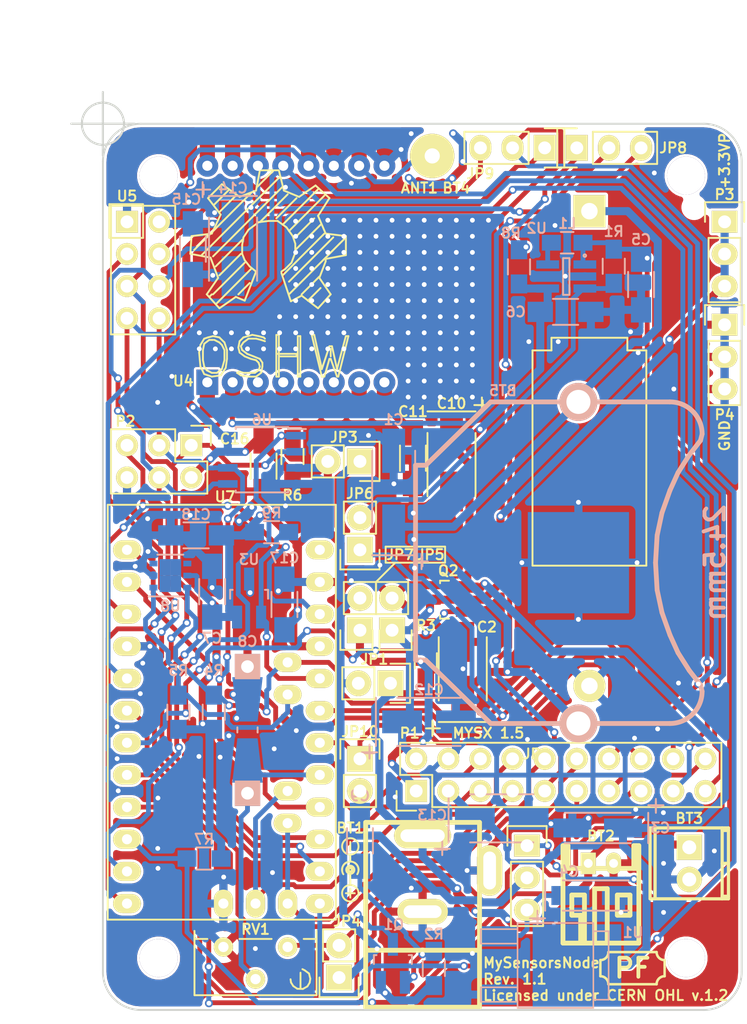
<source format=kicad_pcb>
(kicad_pcb (version 4) (host pcbnew "(2015-07-30 BZR 6023, Git cb629e0)-product")
  (title_block (title "Mysensors Node") (date "Wed 10 Jun 2015") (rev 1.1) (company "Designer: Patrick Fallberg") (comment 1 "Copyright (c) 2015 Patrick Fallberg") (comment 2 "Licensed under CERN OHL v.1.2") (comment 3 "Case: Supebat BOX-2252"))
  (layers (0 F.Cu mixed) (31 B.Cu mixed) (34 B.Paste user) (35 F.Paste user) (36 B.SilkS user) (37 F.SilkS user) (38 B.Mask user) (39 F.Mask user) (44 Edge.Cuts user))
  (net 0 "")
  (net 1 GND)
  (net 2 "Net-(ANT1-Pad1)")
  (net 3 +3V3)
  (net 4 "Net-(C4-Pad1)")
  (net 5 "Net-(C5-Pad1)")
  (net 6 VBAT_SMPL)
  (net 7 "Net-(C9-Pad1)")
  (net 8 "Net-(C9-Pad2)")
  (net 9 +3.3VP)
  (net 10 +BATT)
  (net 11 "Net-(JP4-Pad2)")
  (net 12 MYSX_D10_A4)
  (net 13 "Net-(JP6-Pad2)")
  (net 14 "Net-(JP7-Pad1)")
  (net 15 MYSX_D3_INT)
  (net 16 "Net-(JP8-Pad2)")
  (net 17 RF_INT)
  (net 18 RF24_CSN)
  (net 19 "Net-(JP9-Pad2)")
  (net 20 MYSX_D9_A3)
  (net 21 "Net-(L1-Pad1)")
  (net 22 /MISO)
  (net 23 /SCK)
  (net 24 /MOSI)
  (net 25 RESET)
  (net 26 MYSX_3.3V_EN)
  (net 27 MYSX_D7_SCL)
  (net 28 MYSX_D8_SDA)
  (net 29 FLASH_CSN)
  (net 30 MYSX_D14_CS)
  (net 31 ATSHA_SDA)
  (net 32 RF69_NSS)
  (net 33 RF24_CE)
  (net 34 MYSX_D6_PWM)
  (net 35 MYSX_D5_PWM)
  (net 36 MYSX_D4_INT)
  (net 37 MYSX_D1_DFM)
  (net 38 MYSX_D2_DTM)
  (net 39 MYSX_A1)
  (net 40 MYSX_A2)
  (net 41 "Net-(BT1-Pad3)")
  (net 42 "Net-(U4-Pad1)")
  (net 43 "Net-(U4-Pad3)")
  (net 44 "Net-(U4-Pad4)")
  (net 45 "Net-(U4-Pad5)")
  (net 46 "Net-(U4-Pad6)")
  (net 47 "Net-(U4-Pad7)")
  (net 48 "Net-(U4-Pad16)")
  (module mysensors_connectors:dc_socket-kcswalter (layer F.Cu) (at 146.584 112.9646)
    (fp_text reference BT1 (at -5.715 -6.858) (layer F.SilkS) (effects (font (size 0.8 0.8) (thickness 0.16))))
    (fp_text value "2.5mm jack" hide)
    (pad 1 thru_hole oval (at 5.30098 -3.50012) (size 1.99898 4.0005) (drill oval 1.00076 2.99974) (layers *.Cu *.Mask F.SilkS) (net 1 GND))
    (pad 2 thru_hole oval (at 0 -0.24892) (size 4.0005 1.99898) (drill oval 2.99974 1.00076) (layers *.Cu *.Mask F.SilkS) (net 1 GND))
    (pad 3 thru_hole oval (at 0 -6.25094) (size 4.50088 1.99898) (drill oval 3.50012 1.00076) (layers *.Cu *.Mask F.SilkS) (net 41 "Net-(BT1-Pad3)"))
  )
  (module Symbols:Symbol_OSHW-Logo_SilkScreen_BIG (layer F.Cu) (at 134.519 40.9556)
    (fp_text reference OSHW_LOGO hide)
    (fp_text value Symbol_OSHW-Logo_SilkScreen_BIG)
  )
  (module mysensors_arduino:pro_mini (layer F.Cu) (at 130.836 98.1056 270)
    (fp_text reference U7 (at -18.161 -0.127 360) (layer F.SilkS) (effects (font (size 0.8 0.8) (thickness 0.16))))
    (fp_text value ArduinoProMini hide)
    (pad 28 thru_hole oval (at 5.08 -5.08 270) (size 1.50114 2.19964) (drill 0.8001) (layers *.Cu *.Mask F.SilkS) (net 40 MYSX_A2))
    (pad 27 thru_hole oval (at 7.62 -5.08 270) (size 1.50114 2.19964) (drill 0.8001) (layers *.Cu *.Mask F.SilkS) (net 39 MYSX_A1))
    (pad 1 thru_hole oval (at -13.97 7.62 270) (size 1.50114 2.19964) (drill 0.8001) (layers *.Cu *.Mask F.SilkS) (net 37 MYSX_D1_DFM))
    (pad 2 thru_hole oval (at -11.43 7.62 270) (size 1.50114 2.19964) (drill 0.8001) (layers *.Cu *.Mask F.SilkS) (net 38 MYSX_D2_DTM))
    (pad 3 thru_hole oval (at -8.89 7.62 270) (size 1.50114 2.19964) (drill 0.8001) (layers *.Cu *.Mask F.SilkS) (net 25 RESET))
    (pad 4 thru_hole oval (at -6.35 7.62 270) (size 1.50114 2.19964) (drill 0.8001) (layers *.Cu *.Mask F.SilkS) (net 1 GND))
    (pad 5 thru_hole oval (at -3.81 7.62 270) (size 1.50114 2.19964) (drill 0.8001) (layers *.Cu *.Mask F.SilkS) (net 16 "Net-(JP8-Pad2)"))
    (pad 6 thru_hole oval (at -1.27 7.62 270) (size 1.50114 2.19964) (drill 0.8001) (layers *.Cu *.Mask F.SilkS) (net 36 MYSX_D4_INT))
    (pad 7 thru_hole oval (at 1.27 7.62 270) (size 1.50114 2.19964) (drill 0.8001) (layers *.Cu *.Mask F.SilkS) (net 26 MYSX_3.3V_EN))
    (pad 8 thru_hole oval (at 3.81 7.62 270) (size 1.50114 2.19964) (drill 0.8001) (layers *.Cu *.Mask F.SilkS) (net 35 MYSX_D5_PWM))
    (pad 9 thru_hole oval (at 6.35 7.62 270) (size 1.50114 2.19964) (drill 0.8001) (layers *.Cu *.Mask F.SilkS) (net 34 MYSX_D6_PWM))
    (pad 10 thru_hole oval (at 8.89 7.62 270) (size 1.50114 2.19964) (drill 0.8001) (layers *.Cu *.Mask F.SilkS) (net 30 MYSX_D14_CS))
    (pad 11 thru_hole oval (at 11.43 7.62 270) (size 1.50114 2.19964) (drill 0.8001) (layers *.Cu *.Mask F.SilkS) (net 29 FLASH_CSN))
    (pad 12 thru_hole oval (at 13.97 7.62 270) (size 1.50114 2.19964) (drill 0.8001) (layers *.Cu *.Mask F.SilkS) (net 33 RF24_CE))
    (pad 13 thru_hole oval (at 13.97 -7.62 270) (size 1.50114 2.19964) (drill 0.8001) (layers *.Cu *.Mask F.SilkS) (net 19 "Net-(JP9-Pad2)"))
    (pad 14 thru_hole oval (at 11.43 -7.62 270) (size 1.50114 2.19964) (drill 0.8001) (layers *.Cu *.Mask F.SilkS) (net 24 /MOSI))
    (pad 15 thru_hole oval (at 8.89 -7.62 270) (size 1.50114 2.19964) (drill 0.8001) (layers *.Cu *.Mask F.SilkS) (net 22 /MISO))
    (pad 16 thru_hole oval (at 6.35 -7.62 270) (size 1.50114 2.19964) (drill 0.8001) (layers *.Cu *.Mask F.SilkS) (net 23 /SCK))
    (pad 17 thru_hole oval (at 3.81 -7.62 270) (size 1.50114 2.19964) (drill 0.8001) (layers *.Cu *.Mask F.SilkS) (net 6 VBAT_SMPL))
    (pad 18 thru_hole oval (at 1.27 -7.62 270) (size 1.50114 2.19964) (drill 0.8001) (layers *.Cu *.Mask F.SilkS) (net 20 MYSX_D9_A3))
    (pad 19 thru_hole oval (at -1.27 -7.62 270) (size 1.50114 2.19964) (drill 0.8001) (layers *.Cu *.Mask F.SilkS) (net 12 MYSX_D10_A4))
    (pad 20 thru_hole oval (at -3.81 -7.62 270) (size 1.50114 2.19964) (drill 0.8001) (layers *.Cu *.Mask F.SilkS) (net 31 ATSHA_SDA))
    (pad 21 thru_hole oval (at -6.35 -7.62 270) (size 1.50114 2.19964) (drill 0.8001) (layers *.Cu *.Mask F.SilkS) (net 3 +3V3))
    (pad 22 thru_hole oval (at -8.89 -7.62 270) (size 1.50114 2.19964) (drill 0.8001) (layers *.Cu *.Mask F.SilkS) (net 25 RESET))
    (pad 23 thru_hole oval (at -11.43 -7.62 270) (size 1.50114 2.19964) (drill 0.8001) (layers *.Cu *.Mask F.SilkS) (net 1 GND))
    (pad 24 thru_hole oval (at -13.97 -7.62 270) (size 1.50114 2.19964) (drill 0.8001) (layers *.Cu *.Mask F.SilkS))
    (pad 25 thru_hole oval (at -2.54 -5.08 270) (size 1.50114 2.19964) (drill 0.8001) (layers *.Cu *.Mask F.SilkS) (net 28 MYSX_D8_SDA))
    (pad 26 thru_hole oval (at -5.08 -5.08 270) (size 1.50114 2.19964) (drill 0.8001) (layers *.Cu *.Mask F.SilkS) (net 27 MYSX_D7_SCL))
    (pad 27 thru_hole oval (at 13.97 -5.08 270) (size 2.19964 1.50114) (drill 0.8001) (layers *.Cu *.Mask F.SilkS) (net 39 MYSX_A1))
    (pad 28 thru_hole oval (at 13.97 -2.54 270) (size 2.19964 1.50114) (drill 0.8001) (layers *.Cu *.Mask F.SilkS) (net 40 MYSX_A2))
    (pad 29 thru_hole oval (at 13.97 0 270) (size 2.19964 1.50114) (drill 0.8001) (layers *.Cu *.Mask F.SilkS) (net 1 GND))
  )
  (module mysensors_connectors:CR123_holder (layer F.Cu) (at 159.772 57.3846)
    (fp_text reference BT4 (at -10.521 -1.824) (layer F.SilkS) (effects (font (size 0.8 0.8) (thickness 0.16))))
    (fp_text value CR123)
    (pad 1 thru_hole rect (at 0 0) (size 2.54 2.54) (drill 1.3) (layers *.Cu *.Mask F.SilkS) (net 41 "Net-(BT1-Pad3)"))
    (pad 2 thru_hole circle (at 0 37.5) (size 2.54 2.54) (drill 1.3) (layers *.Cu *.Mask F.SilkS) (net 1 GND))
    (pad "" np_thru_hole circle (at 8.275 -0.3) (size 1.6 1.6) (drill 1.6) (layers *.Cu Dwgs.User))
  )
  (module mysensors_connectors:MYSX_1.5 (layer F.Cu) (at 146.076 103.1856 90)
    (fp_text reference P1 (at 4.572 -0.508 180) (layer F.SilkS) (effects (font (size 0.8 0.8) (thickness 0.16))))
    (fp_text value MYSX_1.5 hide)
    (fp_text user "MYSX 1.5" (at 4.572 5.715 180) (layer F.SilkS) (effects (font (size 0.8 0.8) (thickness 0.16))))
    (pad 20 thru_hole oval (at 2.54 22.86 90) (size 1.7272 1.7272) (drill 1.016) (layers *.Cu *.Mask F.SilkS) (net 30 MYSX_D14_CS))
    (pad 19 thru_hole oval (at 0 22.86 90) (size 1.7272 1.7272) (drill 1.016) (layers *.Cu *.Mask F.SilkS) (net 23 /SCK))
    (pad 18 thru_hole oval (at 2.54 20.32 90) (size 1.7272 1.7272) (drill 1.016) (layers *.Cu *.Mask F.SilkS) (net 22 /MISO))
    (pad 17 thru_hole oval (at 0 20.32 90) (size 1.7272 1.7272) (drill 1.016) (layers *.Cu *.Mask F.SilkS) (net 24 /MOSI))
    (pad 16 thru_hole oval (at 2.54 17.78 90) (size 1.7272 1.7272) (drill 1.016) (layers *.Cu *.Mask F.SilkS) (net 12 MYSX_D10_A4))
    (pad 15 thru_hole oval (at 0 17.78 90) (size 1.7272 1.7272) (drill 1.016) (layers *.Cu *.Mask F.SilkS) (net 20 MYSX_D9_A3))
    (pad 14 thru_hole oval (at 2.54 15.24 90) (size 1.7272 1.7272) (drill 1.016) (layers *.Cu *.Mask F.SilkS) (net 28 MYSX_D8_SDA))
    (pad 13 thru_hole oval (at 0 15.24 90) (size 1.7272 1.7272) (drill 1.016) (layers *.Cu *.Mask F.SilkS) (net 27 MYSX_D7_SCL))
    (pad 12 thru_hole oval (at 2.54 12.7 90) (size 1.7272 1.7272) (drill 1.016) (layers *.Cu *.Mask F.SilkS) (net 34 MYSX_D6_PWM))
    (pad 11 thru_hole oval (at 0 12.7 90) (size 1.7272 1.7272) (drill 1.016) (layers *.Cu *.Mask F.SilkS) (net 35 MYSX_D5_PWM))
    (pad 10 thru_hole oval (at 2.54 10.16 90) (size 1.7272 1.7272) (drill 1.016) (layers *.Cu *.Mask F.SilkS) (net 36 MYSX_D4_INT))
    (pad 9 thru_hole oval (at 0 10.16 90) (size 1.7272 1.7272) (drill 1.016) (layers *.Cu *.Mask F.SilkS) (net 15 MYSX_D3_INT))
    (pad 1 thru_hole rect (at 0 0 90) (size 1.7272 1.7272) (drill 1.016) (layers *.Cu *.Mask F.SilkS) (net 14 "Net-(JP7-Pad1)"))
    (pad 2 thru_hole oval (at 2.54 0 90) (size 1.7272 1.7272) (drill 1.016) (layers *.Cu *.Mask F.SilkS) (net 9 +3.3VP))
    (pad 3 thru_hole oval (at 0 2.54 90) (size 1.7272 1.7272) (drill 1.016) (layers *.Cu *.Mask F.SilkS) (net 3 +3V3))
    (pad 4 thru_hole oval (at 2.54 2.54 90) (size 1.7272 1.7272) (drill 1.016) (layers *.Cu *.Mask F.SilkS) (net 1 GND))
    (pad 5 thru_hole oval (at 0 5.08 90) (size 1.7272 1.7272) (drill 1.016) (layers *.Cu *.Mask F.SilkS) (net 37 MYSX_D1_DFM))
    (pad 6 thru_hole oval (at 2.54 5.08 90) (size 1.7272 1.7272) (drill 1.016) (layers *.Cu *.Mask F.SilkS) (net 38 MYSX_D2_DTM))
    (pad 7 thru_hole oval (at 0 7.62 90) (size 1.7272 1.7272) (drill 1.016) (layers *.Cu *.Mask F.SilkS) (net 39 MYSX_A1))
    (pad 8 thru_hole oval (at 2.54 7.62 90) (size 1.7272 1.7272) (drill 1.016) (layers *.Cu *.Mask F.SilkS) (net 40 MYSX_A2))
  )
  (module mysensors_handsoldering:SOT-23-5_Handsoldering (layer B.Cu) (at 157.941 62.5456 180)
    (fp_text reference U2 (at 2.34 3.81 180) (layer B.SilkS) (effects (font (size 0.8 0.8) (thickness 0.16)) (justify mirror)))
    (fp_text value TPS61097A)
    (pad 1 smd rect (at -1.47 0.95 180) (size 1.80086 0.65) (layers B.Cu B.Paste B.Mask) (net 5 "Net-(C5-Pad1)"))
    (pad 2 smd rect (at -1.47 0 180) (size 1.80086 0.65) (layers B.Cu B.Paste B.Mask) (net 1 GND))
    (pad 3 smd rect (at -1.47 -0.95 180) (size 1.80086 0.65) (layers B.Cu B.Paste B.Mask) (net 13 "Net-(JP6-Pad2)"))
    (pad 4 smd rect (at 1.47 -0.95 180) (size 1.80086 0.65) (layers B.Cu B.Paste B.Mask) (net 3 +3V3))
    (pad 5 smd rect (at 1.47 0.95 180) (size 1.80086 0.65) (layers B.Cu B.Paste B.Mask) (net 21 "Net-(L1-Pad1)"))
  )
  (module Capacitors_SMD:C_1206_HandSoldering (layer B.Cu) (at 141.631 107.1226 270)
    (fp_text reference C9 (at -3.556 0 360) (layer B.SilkS) (effects (font (size 0.8 0.8) (thickness 0.16)) (justify mirror)))
    (fp_text value 0.1uF)
    (pad 1 smd rect (at -2 0 270) (size 2 1.6) (layers B.Cu B.Paste B.Mask) (net 7 "Net-(C9-Pad1)"))
    (pad 2 smd rect (at 2 0 270) (size 2 1.6) (layers B.Cu B.Paste B.Mask) (net 8 "Net-(C9-Pad2)"))
  )
  (module Pin_Headers:Pin_Header_Straight_1x03 (layer F.Cu) (at 156.236 52.3856 270)
    (fp_text reference JP9 (at 2.032 5.08 360) (layer F.SilkS) (effects (font (size 0.8 0.8) (thickness 0.16))))
    (fp_text value JUMPER3 hide)
    (pad 1 thru_hole rect (at 0 0 270) (size 2.032 1.7272) (drill 1.016) (layers *.Cu *.Mask F.SilkS) (net 18 RF24_CSN))
    (pad 2 thru_hole oval (at 0 2.54 270) (size 2.032 1.7272) (drill 1.016) (layers *.Cu *.Mask F.SilkS) (net 19 "Net-(JP9-Pad2)"))
    (pad 3 thru_hole oval (at 0 5.08 270) (size 2.032 1.7272) (drill 1.016) (layers *.Cu *.Mask F.SilkS) (net 32 RF69_NSS))
  )
  (module Housings_SOIC:SOIC-8_3.9x4.9mm_Pitch1.27mm (layer B.Cu) (at 133.884 77.0236 180)
    (fp_text reference U6 (at 0 3.175 180) (layer B.SilkS) (effects (font (size 0.8 0.8) (thickness 0.16)) (justify mirror)))
    (fp_text value AT25DF512C)
    (pad 1 smd rect (at -2.7 1.905 180) (size 1.55 0.6) (layers B.Cu B.Paste B.Mask) (net 29 FLASH_CSN))
    (pad 2 smd rect (at -2.7 0.635 180) (size 1.55 0.6) (layers B.Cu B.Paste B.Mask) (net 22 /MISO))
    (pad 3 smd rect (at -2.7 -0.635 180) (size 1.55 0.6) (layers B.Cu B.Paste B.Mask) (net 3 +3V3))
    (pad 4 smd rect (at -2.7 -1.905 180) (size 1.55 0.6) (layers B.Cu B.Paste B.Mask) (net 1 GND))
    (pad 5 smd rect (at 2.7 -1.905 180) (size 1.55 0.6) (layers B.Cu B.Paste B.Mask) (net 24 /MOSI))
    (pad 6 smd rect (at 2.7 -0.635 180) (size 1.55 0.6) (layers B.Cu B.Paste B.Mask) (net 23 /SCK))
    (pad 7 smd rect (at 2.7 0.635 180) (size 1.55 0.6) (layers B.Cu B.Paste B.Mask) (net 3 +3V3))
    (pad 8 smd rect (at 2.7 1.905 180) (size 1.55 0.6) (layers B.Cu B.Paste B.Mask) (net 3 +3V3))
  )
  (module Housings_SOT-23_SOT-143_TSOT-6:SOT-23_Handsoldering (layer B.Cu) (at 132.868 87.9456 180)
    (fp_text reference U3 (at 0 3.048 180) (layer B.SilkS) (effects (font (size 0.8 0.8) (thickness 0.16)) (justify mirror)))
    (fp_text value ATSHA204A)
    (pad 1 smd rect (at -0.95 -1.50114 180) (size 0.8001 1.80086) (layers B.Cu B.Paste B.Mask) (net 31 ATSHA_SDA))
    (pad 2 smd rect (at 0.95 -1.50114 180) (size 0.8001 1.80086) (layers B.Cu B.Paste B.Mask) (net 3 +3V3))
    (pad 3 smd rect (at 0 1.50114 180) (size 0.8001 1.80086) (layers B.Cu B.Paste B.Mask) (net 1 GND))
  )
  (module Potentiometers:Potentiometer_Bourns_3296Y_3-8Zoll_Angular_ScrewUp (layer F.Cu) (at 135.916 115.5046 90)
    (fp_text reference RV1 (at 1.397 -2.54 180) (layer F.SilkS) (effects (font (size 0.8 0.8) (thickness 0.16))))
    (fp_text value 1M)
    (pad 2 thru_hole circle (at -2.54 -2.54 90) (size 1.524 1.524) (drill 0.8128) (layers *.Cu *.Mask F.SilkS) (net 6 VBAT_SMPL))
    (pad 3 thru_hole circle (at 0 -5.08 90) (size 1.524 1.524) (drill 0.8128) (layers *.Cu *.Mask F.SilkS) (net 1 GND))
    (pad 1 thru_hole circle (at 0 0 90) (size 1.524 1.524) (drill 0.8128) (layers *.Cu *.Mask F.SilkS) (net 11 "Net-(JP4-Pad2)"))
  )
  (module Housings_SOT-23_SOT-143_TSOT-6:SOT-23_Handsoldering (layer F.Cu) (at 148.616 88.0726 90)
    (fp_text reference Q2 (at 2.286 0 180) (layer F.SilkS) (effects (font (size 0.8 0.8) (thickness 0.16))))
    (fp_text value DMP3056L-7)
    (pad 1 smd rect (at -0.95 1.50114 90) (size 0.8001 1.80086) (layers F.Cu F.Paste F.Mask) (net 26 MYSX_3.3V_EN))
    (pad 2 smd rect (at 0.95 1.50114 90) (size 0.8001 1.80086) (layers F.Cu F.Paste F.Mask) (net 3 +3V3))
    (pad 3 smd rect (at 0 -1.50114 90) (size 0.8001 1.80086) (layers F.Cu F.Paste F.Mask) (net 9 +3.3VP))
  )
  (module Housings_SOT-23_SOT-143_TSOT-6:SOT-23_Handsoldering (layer B.Cu) (at 144.237 116.79746 180)
    (fp_text reference Q1 (at -0.061 3.07086 180) (layer B.SilkS) (effects (font (size 0.8 0.8) (thickness 0.16)) (justify mirror)))
    (fp_text value DMP3056L-7)
    (pad 1 smd rect (at -0.95 -1.50114 180) (size 0.8001 1.80086) (layers B.Cu B.Paste B.Mask) (net 8 "Net-(C9-Pad2)"))
    (pad 2 smd rect (at 0.95 -1.50114 180) (size 0.8001 1.80086) (layers B.Cu B.Paste B.Mask) (net 10 +BATT))
    (pad 3 smd rect (at 0 1.50114 180) (size 0.8001 1.80086) (layers B.Cu B.Paste B.Mask) (net 11 "Net-(JP4-Pad2)"))
  )
  (module Pin_Headers:Pin_Header_Straight_2x03 (layer F.Cu) (at 128.296 75.8806 270)
    (fp_text reference P2 (at -1.905 5.207 360) (layer F.SilkS) (effects (font (size 0.8 0.8) (thickness 0.16))))
    (fp_text value CONN_02X03)
    (pad 1 thru_hole rect (at 0 0 270) (size 1.7272 1.7272) (drill 1.016) (layers *.Cu *.Mask F.SilkS) (net 22 /MISO))
    (pad 2 thru_hole oval (at 2.54 0 270) (size 1.7272 1.7272) (drill 1.016) (layers *.Cu *.Mask F.SilkS) (net 3 +3V3))
    (pad 3 thru_hole oval (at 0 2.54 270) (size 1.7272 1.7272) (drill 1.016) (layers *.Cu *.Mask F.SilkS) (net 23 /SCK))
    (pad 4 thru_hole oval (at 2.54 2.54 270) (size 1.7272 1.7272) (drill 1.016) (layers *.Cu *.Mask F.SilkS) (net 24 /MOSI))
    (pad 5 thru_hole oval (at 0 5.08 270) (size 1.7272 1.7272) (drill 1.016) (layers *.Cu *.Mask F.SilkS) (net 25 RESET))
    (pad 6 thru_hole oval (at 2.54 5.08 270) (size 1.7272 1.7272) (drill 1.016) (layers *.Cu *.Mask F.SilkS) (net 1 GND))
  )
  (module Capacitors_SMD:C_0805_HandSoldering (layer B.Cu) (at 158.014 59.8786)
    (fp_text reference L1 (at 0 -1.524) (layer B.SilkS) (effects (font (size 0.8 0.8) (thickness 0.16)) (justify mirror)))
    (fp_text value 4.7uH)
    (pad 1 smd rect (at -1.25 0) (size 1.5 1.25) (layers B.Cu B.Paste B.Mask) (net 21 "Net-(L1-Pad1)"))
    (pad 2 smd rect (at 1.25 0) (size 1.5 1.25) (layers B.Cu B.Paste B.Mask) (net 5 "Net-(C5-Pad1)"))
  )
  (module Pin_Headers:Pin_Header_Straight_1x02 (layer F.Cu) (at 141.631 100.6456)
    (fp_text reference JP10 (at 0 -2.159) (layer F.SilkS) (effects (font (size 0.8 0.8) (thickness 0.16))))
    (fp_text value Jumper_NO_Small)
    (pad 1 thru_hole rect (at 0 0) (size 2.032 2.032) (drill 1.016) (layers *.Cu *.Mask F.SilkS) (net 20 MYSX_D9_A3))
    (pad 2 thru_hole oval (at 0 2.54) (size 2.032 2.032) (drill 1.016) (layers *.Cu *.Mask F.SilkS) (net 7 "Net-(C9-Pad1)"))
  )
  (module Pin_Headers:Pin_Header_Straight_1x03 (layer F.Cu) (at 158.776 52.3856 90)
    (fp_text reference JP8 (at 0 7.62 180) (layer F.SilkS) (effects (font (size 0.8 0.8) (thickness 0.16))))
    (fp_text value JUMPER3 hide)
    (pad 1 thru_hole rect (at 0 0 90) (size 2.032 1.7272) (drill 1.016) (layers *.Cu *.Mask F.SilkS) (net 15 MYSX_D3_INT))
    (pad 2 thru_hole oval (at 0 2.54 90) (size 2.032 1.7272) (drill 1.016) (layers *.Cu *.Mask F.SilkS) (net 16 "Net-(JP8-Pad2)"))
    (pad 3 thru_hole oval (at 0 5.08 90) (size 2.032 1.7272) (drill 1.016) (layers *.Cu *.Mask F.SilkS) (net 17 RF_INT))
  )
  (module Pin_Headers:Pin_Header_Straight_1x02 (layer F.Cu) (at 141.631 90.4856 180)
    (fp_text reference JP7 (at -3.175 5.969 180) (layer F.SilkS) (effects (font (size 0.8 0.8) (thickness 0.16))))
    (fp_text value Jumper_NO_Small)
    (pad 1 thru_hole rect (at 0 0 180) (size 2.032 2.032) (drill 1.016) (layers *.Cu *.Mask F.SilkS) (net 14 "Net-(JP7-Pad1)"))
    (pad 2 thru_hole oval (at 0 2.54 180) (size 2.032 2.032) (drill 1.016) (layers *.Cu *.Mask F.SilkS) (net 10 +BATT))
  )
  (module Pin_Headers:Pin_Header_Straight_1x02 (layer F.Cu) (at 141.631 84.1356 180)
    (fp_text reference JP6 (at 0 4.445 180) (layer F.SilkS) (effects (font (size 0.8 0.8) (thickness 0.16))))
    (fp_text value Jumper_NO_Small)
    (pad 1 thru_hole rect (at 0 0 180) (size 2.032 2.032) (drill 1.016) (layers *.Cu *.Mask F.SilkS) (net 12 MYSX_D10_A4))
    (pad 2 thru_hole oval (at 0 2.54 180) (size 2.032 2.032) (drill 1.016) (layers *.Cu *.Mask F.SilkS) (net 13 "Net-(JP6-Pad2)"))
  )
  (module Pin_Headers:Pin_Header_Straight_1x02 (layer F.Cu) (at 144.171 90.4856 180)
    (fp_text reference JP5 (at -3.048 5.969 180) (layer F.SilkS) (effects (font (size 0.8 0.8) (thickness 0.16))))
    (fp_text value Jumper_NO_Small)
    (pad 1 thru_hole rect (at 0 0 180) (size 2.032 2.032) (drill 1.016) (layers *.Cu *.Mask F.SilkS) (net 9 +3.3VP))
    (pad 2 thru_hole oval (at 0 2.54 180) (size 2.032 2.032) (drill 1.016) (layers *.Cu *.Mask F.SilkS) (net 3 +3V3))
  )
  (module Pin_Headers:Pin_Header_Straight_1x02 (layer F.Cu) (at 139.98 117.9176 180)
    (fp_text reference JP4 (at -0.635 4.445 180) (layer F.SilkS) (effects (font (size 0.8 0.8) (thickness 0.16))))
    (fp_text value Jumper_NO_Small hide)
    (pad 1 thru_hole rect (at 0 0 180) (size 2.032 2.032) (drill 1.016) (layers *.Cu *.Mask F.SilkS) (net 10 +BATT))
    (pad 2 thru_hole oval (at 0 2.54 180) (size 2.032 2.032) (drill 1.016) (layers *.Cu *.Mask F.SilkS) (net 11 "Net-(JP4-Pad2)"))
  )
  (module Pin_Headers:Pin_Header_Straight_1x02 (layer F.Cu) (at 141.631 77.1506 270)
    (fp_text reference JP3 (at -1.905 1.27 360) (layer F.SilkS) (effects (font (size 0.8 0.8) (thickness 0.16))))
    (fp_text value Jumper_NO_Small)
    (pad 1 thru_hole rect (at 0 0 270) (size 2.032 2.032) (drill 1.016) (layers *.Cu *.Mask F.SilkS) (net 10 +BATT))
    (pad 2 thru_hole oval (at 0 2.54 270) (size 2.032 2.032) (drill 1.016) (layers *.Cu *.Mask F.SilkS) (net 3 +3V3))
  )
  (module Pin_Headers:Pin_Header_Straight_1x03 (layer F.Cu) (at 154.839 107.5036)
    (fp_text reference JP2 (at 0.762 -7.239) (layer F.SilkS) (effects (font (size 0.8 0.8) (thickness 0.16))))
    (fp_text value JUMPER3)
    (pad 1 thru_hole rect (at 0 0) (size 2.032 1.7272) (drill 1.016) (layers *.Cu *.Mask F.SilkS) (net 5 "Net-(C5-Pad1)"))
    (pad 2 thru_hole oval (at 0 2.54) (size 2.032 1.7272) (drill 1.016) (layers *.Cu *.Mask F.SilkS) (net 10 +BATT))
    (pad 3 thru_hole oval (at 0 5.08) (size 2.032 1.7272) (drill 1.016) (layers *.Cu *.Mask F.SilkS) (net 4 "Net-(C4-Pad1)"))
  )
  (module Pin_Headers:Pin_Header_Straight_1x02 (layer F.Cu) (at 144.044 94.6766 270)
    (fp_text reference JP1 (at -1.905 1.27 360) (layer F.SilkS) (effects (font (size 0.8 0.8) (thickness 0.16))))
    (fp_text value Jumper_NO_Small)
    (pad 1 thru_hole rect (at 0 0 270) (size 2.032 2.032) (drill 1.016) (layers *.Cu *.Mask F.SilkS) (net 41 "Net-(BT1-Pad3)"))
    (pad 2 thru_hole oval (at 0 2.54 270) (size 2.032 2.032) (drill 1.016) (layers *.Cu *.Mask F.SilkS) (net 10 +BATT))
  )
  (module Capacitors_SMD:C_1206_HandSoldering (layer B.Cu) (at 135.662 88.4536 90)
    (fp_text reference C17 (at 3.683 0 180) (layer B.SilkS) (effects (font (size 0.8 0.8) (thickness 0.16)) (justify mirror)))
    (fp_text value 0.1uF)
    (pad 1 smd rect (at -2 0 90) (size 2 1.6) (layers B.Cu B.Paste B.Mask) (net 3 +3V3))
    (pad 2 smd rect (at 2 0 90) (size 2 1.6) (layers B.Cu B.Paste B.Mask) (net 1 GND))
  )
  (module Capacitors_SMD:C_1206_HandSoldering (layer F.Cu) (at 134.011 77.5316 90)
    (fp_text reference C16 (at 2.159 -2.286 180) (layer F.SilkS) (effects (font (size 0.8 0.8) (thickness 0.16))))
    (fp_text value 0.1uF)
    (pad 1 smd rect (at -2 0 90) (size 2 1.6) (layers F.Cu F.Paste F.Mask) (net 1 GND))
    (pad 2 smd rect (at 2 0 90) (size 2 1.6) (layers F.Cu F.Paste F.Mask) (net 3 +3V3))
  )
  (module Capacitors_SMD:C_1206_HandSoldering (layer B.Cu) (at 128.423 60.3866 90)
    (fp_text reference C15 (at 3.937 -0.508 180) (layer B.SilkS) (effects (font (size 0.8 0.8) (thickness 0.16)) (justify mirror)))
    (fp_text value 0.1uF)
    (pad 1 smd rect (at -2 0 90) (size 2 1.6) (layers B.Cu B.Paste B.Mask) (net 1 GND))
    (pad 2 smd rect (at 2 0 90) (size 2 1.6) (layers B.Cu B.Paste B.Mask) (net 3 +3V3))
  )
  (module Capacitors_Tantalum_SMD:TantalC_SizeB_EIA-3528_HandSoldering (layer B.Cu) (at 131.598 60.3866 270)
    (fp_text reference C14 (at -4.826 0 360) (layer B.SilkS) (effects (font (size 0.8 0.8) (thickness 0.16)) (justify mirror)))
    (fp_text value 4.7uF)
    (fp_text user + (at -4.70154 2.4003 270) (layer B.SilkS) (effects (justify mirror)))
    (pad 2 smd rect (at 2.12598 0 270) (size 3.1496 1.80086) (layers B.Cu B.Paste B.Mask) (net 1 GND))
    (pad 1 smd rect (at -2.12598 0 270) (size 3.1496 1.80086) (layers B.Cu B.Paste B.Mask) (net 3 +3V3))
  )
  (module Capacitors_Tantalum_SMD:TantalC_SizeB_EIA-3528_HandSoldering (layer B.Cu) (at 152.84002 105.3446)
    (fp_text reference C13 (at -5.49402 -0.254) (layer B.SilkS) (effects (font (size 0.8 0.8) (thickness 0.16)) (justify mirror)))
    (fp_text value 4.7uF)
    (fp_text user + (at -4.70154 2.4003) (layer B.SilkS) (effects (justify mirror)))
    (pad 2 smd rect (at 2.12598 0) (size 3.1496 1.80086) (layers B.Cu B.Paste B.Mask) (net 1 GND))
    (pad 1 smd rect (at -2.12598 0) (size 3.1496 1.80086) (layers B.Cu B.Paste B.Mask) (net 3 +3V3))
  )
  (module Capacitors_Tantalum_SMD:TantalC_SizeB_EIA-3528_HandSoldering (layer B.Cu) (at 147.092 97.7246)
    (fp_text reference C12 (at 0 -2.54) (layer B.SilkS) (effects (font (size 0.8 0.8) (thickness 0.16)) (justify mirror)))
    (fp_text value 4.7uF)
    (fp_text user + (at -4.70154 2.4003) (layer B.SilkS) (effects (justify mirror)))
    (pad 2 smd rect (at 2.12598 0) (size 3.1496 1.80086) (layers B.Cu B.Paste B.Mask) (net 1 GND))
    (pad 1 smd rect (at -2.12598 0) (size 3.1496 1.80086) (layers B.Cu B.Paste B.Mask) (net 9 +3.3VP))
  )
  (module Capacitors_SMD:C_1206_HandSoldering (layer F.Cu) (at 145.822 76.8966 90)
    (fp_text reference C11 (at 3.683 0 180) (layer F.SilkS) (effects (font (size 0.8 0.8) (thickness 0.16))))
    (fp_text value 0.1uF)
    (pad 1 smd rect (at -2 0 90) (size 2 1.6) (layers F.Cu F.Paste F.Mask) (net 1 GND))
    (pad 2 smd rect (at 2 0 90) (size 2 1.6) (layers F.Cu F.Paste F.Mask) (net 3 +3V3))
  )
  (module Resistors_Universal:Resistor_SMD+THTuniversal_0805to1206_RM10_HandSoldering (layer B.Cu) (at 132.741 98.3596 90)
    (fp_text reference C8 (at 6.985 0 180) (layer B.SilkS) (effects (font (size 0.8 0.8) (thickness 0.16)) (justify mirror)))
    (fp_text value C)
    (pad 1 smd trapezoid (at -2.413 0 90) (size 3.50012 1.99898) (rect_delta 0.39878 0) (layers B.Cu B.Paste B.Mask) (net 6 VBAT_SMPL))
    (pad 2 smd trapezoid (at 2.413 0 270) (size 3.50012 1.99898) (rect_delta 0.39878 0) (layers B.Cu B.Paste B.Mask) (net 1 GND))
    (pad 1 thru_hole rect (at -5.00126 0 270) (size 1.99898 1.99898) (drill 1.00076) (layers *.Cu *.Mask B.SilkS) (net 6 VBAT_SMPL))
    (pad 2 thru_hole rect (at 5.00126 0 270) (size 1.99898 1.99898) (drill 1.00076) (layers *.Cu *.Mask B.SilkS) (net 1 GND))
  )
  (module Capacitors_SMD:C_1206_HandSoldering (layer B.Cu) (at 129.947 87.4376 90)
    (fp_text reference C7 (at -3.683 0 180) (layer B.SilkS) (effects (font (size 0.8 0.8) (thickness 0.16)) (justify mirror)))
    (fp_text value 0.1uF)
    (pad 1 smd rect (at -2 0 90) (size 2 1.6) (layers B.Cu B.Paste B.Mask) (net 3 +3V3))
    (pad 2 smd rect (at 2 0 90) (size 2 1.6) (layers B.Cu B.Paste B.Mask) (net 1 GND))
  )
  (module Capacitors_SMD:C_1206_HandSoldering (layer B.Cu) (at 157.887 65.3396)
    (fp_text reference C6 (at -3.937 0) (layer B.SilkS) (effects (font (size 0.8 0.8) (thickness 0.16)) (justify mirror)))
    (fp_text value 10uF)
    (pad 1 smd rect (at -2 0) (size 2 1.6) (layers B.Cu B.Paste B.Mask) (net 3 +3V3))
    (pad 2 smd rect (at 2 0) (size 2 1.6) (layers B.Cu B.Paste B.Mask) (net 1 GND))
  )
  (module Capacitors_SMD:C_1206_HandSoldering (layer B.Cu) (at 163.856 63.1806 270)
    (fp_text reference C5 (at -3.556 0 360) (layer B.SilkS) (effects (font (size 0.8 0.8) (thickness 0.16)) (justify mirror)))
    (fp_text value 10uF)
    (pad 1 smd rect (at -2 0 270) (size 2 1.6) (layers B.Cu B.Paste B.Mask) (net 5 "Net-(C5-Pad1)"))
    (pad 2 smd rect (at 2 0 270) (size 2 1.6) (layers B.Cu B.Paste B.Mask) (net 1 GND))
  )
  (module Capacitors_Tantalum_SMD:TantalC_SizeA_EIA-3216_HandSoldering (layer B.Cu) (at 160.26698 111.4406)
    (fp_text reference C4 (at -2.12598 -1.905) (layer B.SilkS) (effects (font (size 0.8 0.8) (thickness 0.16)) (justify mirror)))
    (fp_text value 10uF)
    (fp_text user + (at -4.59994 1.80086) (layer B.SilkS) (effects (justify mirror)))
    (pad 2 smd rect (at 1.99898 0) (size 2.99974 1.50114) (layers B.Cu B.Paste B.Mask) (net 1 GND))
    (pad 1 smd rect (at -1.99898 0) (size 2.99974 1.50114) (layers B.Cu B.Paste B.Mask) (net 4 "Net-(C4-Pad1)"))
  )
  (module Capacitors_Tantalum_SMD:TantalC_SizeA_EIA-3216_HandSoldering (layer B.Cu) (at 160.427 106.1066 180)
    (fp_text reference C3 (at -4.953 0 180) (layer B.SilkS) (effects (font (size 0.8 0.8) (thickness 0.16)) (justify mirror)))
    (fp_text value 10uF)
    (fp_text user + (at -4.59994 1.80086 180) (layer B.SilkS) (effects (justify mirror)))
    (pad 2 smd rect (at 1.99898 0 180) (size 2.99974 1.50114) (layers B.Cu B.Paste B.Mask) (net 1 GND))
    (pad 1 smd rect (at -1.99898 0 180) (size 2.99974 1.50114) (layers B.Cu B.Paste B.Mask) (net 3 +3V3))
  )
  (module Capacitors_Tantalum_SMD:TantalC_SizeB_EIA-3528_HandSoldering (layer F.Cu) (at 149.759 93.5336 90)
    (fp_text reference C2 (at 3.302 1.905 180) (layer F.SilkS) (effects (font (size 0.8 0.8) (thickness 0.16))))
    (fp_text value 4.7uF)
    (fp_text user + (at -4.70154 -2.4003 90) (layer F.SilkS))
    (pad 2 smd rect (at 2.12598 0 90) (size 3.1496 1.80086) (layers F.Cu F.Paste F.Mask) (net 1 GND))
    (pad 1 smd rect (at -2.12598 0 90) (size 3.1496 1.80086) (layers F.Cu F.Paste F.Mask) (net 41 "Net-(BT1-Pad3)"))
  )
  (module Capacitors_Tantalum_SMD:TantalC_SizeC_EIA-6032_HandSoldering (layer B.Cu) (at 144.298 79.3096 90)
    (fp_text reference C1 (at 5.461 0 180) (layer B.SilkS) (effects (font (size 0.8 0.8) (thickness 0.16)) (justify mirror)))
    (fp_text value 47uF)
    (fp_text user + (at -5.75056 2.19964 90) (layer B.SilkS) (effects (justify mirror)))
    (pad 2 smd rect (at 2.99974 0 90) (size 3.50012 1.80086) (layers B.Cu B.Paste B.Mask) (net 1 GND))
    (pad 1 smd rect (at -2.99974 0 90) (size 3.50012 1.80086) (layers B.Cu B.Paste B.Mask) (net 41 "Net-(BT1-Pad3)"))
  )
  (module Wire_Pads:SolderWirePad_single_1-2mmDrill (layer F.Cu) (at 147.346 53.0206)
    (fp_text reference ANT1 (at -1.016 2.54) (layer F.SilkS) (effects (font (size 0.8 0.8) (thickness 0.16))))
    (fp_text value CONN_01X01)
    (pad 1 thru_hole circle (at 0 0) (size 3.50012 3.50012) (drill 1.19888) (layers *.Cu *.Mask F.SilkS) (net 2 "Net-(ANT1-Pad1)"))
  )
  (module Mounting_Holes:MountingHole_3mm (layer F.Cu) (at 125.711 54.5806)
    (fp_text reference HOLE1 hide)
    (fp_text value MountingHole_3mm hide)
    (pad 1 thru_hole circle (at 0 0) (size 3 3) (drill 3) (layers))
  )
  (module w_logo:Logo_silk_polarity_center_5x1.4mm (layer F.Cu) (at 140.869 109.4086 270)
    (fp_text reference PLUG_SPEC hide)
    (fp_text value LOGO hide)
  )
  (module Mounting_Holes:MountingHole_3mm (layer F.Cu) (at 167.411 54.5806)
    (fp_text reference HOLE2 hide)
    (fp_text value MountingHole_3mm hide)
    (pad 1 thru_hole circle (at 0 0) (size 3 3) (drill 3) (layers))
  )
  (module Mounting_Holes:MountingHole_3mm (layer F.Cu) (at 167.411 116.3806)
    (fp_text reference HOLE4 hide)
    (fp_text value MountingHole_3mm hide)
    (pad 1 thru_hole circle (at 0 0) (size 3 3) (drill 3) (layers))
  )
  (module Mounting_Holes:MountingHole_3mm (layer F.Cu) (at 125.711 116.3806)
    (fp_text reference HOLE3 hide)
    (fp_text value MountingHole_3mm hide)
    (pad 1 thru_hole circle (at 0 0) (size 3 3) (drill 3) (layers))
  )
  (module mysensors_connectors:TerminalBlock2.54mmx2-kcswalter (layer F.Cu) (at 167.666 108.9006 90)
    (fp_text reference BT3 (at 3.556 0 180) (layer F.SilkS) (effects (font (size 0.8 0.8) (thickness 0.16))))
    (fp_text value Generic hide)
    (pad 2 thru_hole oval (at -1.27 0 90) (size 1.99898 1.99898) (drill 1.09728) (layers *.Cu *.Mask F.SilkS) (net 1 GND))
    (pad 1 thru_hole rect (at 1.27 0 90) (size 1.99898 1.99898) (drill 1.09728) (layers *.Cu *.Mask F.SilkS) (net 41 "Net-(BT1-Pad3)"))
  )
  (module Capacitors_SMD:C_1206_HandSoldering (layer B.Cu) (at 128.677 82.9926 180)
    (fp_text reference C18 (at 0 1.651 180) (layer B.SilkS) (effects (font (size 0.8 0.8) (thickness 0.16)) (justify mirror)))
    (fp_text value 0.1uF)
    (pad 1 smd rect (at -2 0 180) (size 2 1.6) (layers B.Cu B.Paste B.Mask) (net 3 +3V3))
    (pad 2 smd rect (at 2 0 180) (size 2 1.6) (layers B.Cu B.Paste B.Mask) (net 1 GND))
  )
  (module Housings_DFN_QFN:DFN-6-1EP_3x3mm_Pitch0.95mm (layer B.Cu) (at 126.645 86.1676)
    (fp_text reference U8 (at 0 2.413) (layer B.SilkS) (effects (font (size 0.8 0.8) (thickness 0.16)) (justify mirror)))
    (fp_text value Si7021)
    (pad 1 smd rect (at -1.34 0.95) (size 0.63 0.45) (layers B.Cu B.Paste B.Mask) (net 28 MYSX_D8_SDA))
    (pad 2 smd rect (at -1.34 0) (size 0.63 0.45) (layers B.Cu B.Paste B.Mask) (net 1 GND))
    (pad 3 smd rect (at -1.34 -0.95) (size 0.63 0.45) (layers B.Cu B.Paste B.Mask))
    (pad 4 smd rect (at 1.34 -0.95) (size 0.63 0.45) (layers B.Cu B.Paste B.Mask))
    (pad 5 smd rect (at 1.34 0) (size 0.63 0.45) (layers B.Cu B.Paste B.Mask) (net 3 +3V3))
    (pad 6 smd rect (at 1.34 0.95) (size 0.63 0.45) (layers B.Cu B.Paste B.Mask) (net 27 MYSX_D7_SCL))
    (pad 7 smd rect (at 0.425 -0.65) (size 0.85 1.3) (layers B.Cu B.Paste B.Mask))
    (pad 7 smd rect (at 0.425 0.65) (size 0.85 1.3) (layers B.Cu B.Paste B.Mask))
    (pad 7 smd rect (at -0.425 -0.65) (size 0.85 1.3) (layers B.Cu B.Paste B.Mask))
    (pad 7 smd rect (at -0.425 0.65) (size 0.85 1.3) (layers B.Cu B.Paste B.Mask))
  )
  (module Resistors_SMD:R_0805_HandSoldering (layer B.Cu) (at 147.473 117.2026 270)
    (fp_text reference R2 (at -2.714 0 360) (layer B.SilkS) (effects (font (size 0.8 0.8) (thickness 0.16)) (justify mirror)))
    (fp_text value 10K)
    (pad 1 smd rect (at -1.35 0 270) (size 1.5 1.3) (layers B.Cu B.Paste B.Mask) (net 8 "Net-(C9-Pad2)"))
    (pad 2 smd rect (at 1.35 0 270) (size 1.5 1.3) (layers B.Cu B.Paste B.Mask) (net 10 +BATT))
  )
  (module Resistors_SMD:R_0805_HandSoldering (layer B.Cu) (at 134.646 82.7386 180)
    (fp_text reference R9 (at 0 1.524 180) (layer B.SilkS) (effects (font (size 0.8 0.8) (thickness 0.16)) (justify mirror)))
    (fp_text value 56K)
    (pad 1 smd rect (at -1.35 0 180) (size 1.5 1.3) (layers B.Cu B.Paste B.Mask) (net 31 ATSHA_SDA))
    (pad 2 smd rect (at 1.35 0 180) (size 1.5 1.3) (layers B.Cu B.Paste B.Mask) (net 3 +3V3))
  )
  (module Resistors_SMD:R_0805_HandSoldering (layer F.Cu) (at 146.838 92.8986 270)
    (fp_text reference R3 (at -2.794 0 360) (layer F.SilkS) (effects (font (size 0.8 0.8) (thickness 0.16))))
    (fp_text value 10K)
    (pad 1 smd rect (at -1.35 0 270) (size 1.5 1.3) (layers F.Cu F.Paste F.Mask) (net 26 MYSX_3.3V_EN))
    (pad 2 smd rect (at 1.35 0 270) (size 1.5 1.3) (layers F.Cu F.Paste F.Mask) (net 3 +3V3))
  )
  (module Resistors_SMD:R_0805_HandSoldering (layer F.Cu) (at 136.297 76.7696 270)
    (fp_text reference R6 (at 3.048 0 360) (layer F.SilkS) (effects (font (size 0.8 0.8) (thickness 0.16))))
    (fp_text value 56K)
    (pad 1 smd rect (at -1.35 0 270) (size 1.5 1.3) (layers F.Cu F.Paste F.Mask) (net 29 FLASH_CSN))
    (pad 2 smd rect (at 1.35 0 270) (size 1.5 1.3) (layers F.Cu F.Paste F.Mask) (net 3 +3V3))
  )
  (module Resistors_SMD:R_0805_HandSoldering (layer B.Cu) (at 161.697 61.7366 270)
    (fp_text reference R1 (at -2.747 0 360) (layer B.SilkS) (effects (font (size 0.8 0.8) (thickness 0.16)) (justify mirror)))
    (fp_text value 150K)
    (pad 1 smd rect (at -1.35 0 270) (size 1.5 1.3) (layers B.Cu B.Paste B.Mask) (net 5 "Net-(C5-Pad1)"))
    (pad 2 smd rect (at 1.35 0 270) (size 1.5 1.3) (layers B.Cu B.Paste B.Mask) (net 13 "Net-(JP6-Pad2)"))
  )
  (module Resistors_SMD:R_0805_HandSoldering (layer B.Cu) (at 130.074 96.9626 270)
    (fp_text reference R4 (at -3.302 0 360) (layer B.SilkS) (effects (font (size 0.8 0.8) (thickness 0.16)) (justify mirror)))
    (fp_text value 10K)
    (pad 1 smd rect (at -1.35 0 270) (size 1.5 1.3) (layers B.Cu B.Paste B.Mask) (net 27 MYSX_D7_SCL))
    (pad 2 smd rect (at 1.35 0 270) (size 1.5 1.3) (layers B.Cu B.Paste B.Mask) (net 3 +3V3))
  )
  (module Resistors_SMD:R_0805_HandSoldering (layer B.Cu) (at 127.28 96.9626 270)
    (fp_text reference R5 (at -3.302 0 360) (layer B.SilkS) (effects (font (size 0.8 0.8) (thickness 0.16)) (justify mirror)))
    (fp_text value 10K)
    (pad 1 smd rect (at -1.35 0 270) (size 1.5 1.3) (layers B.Cu B.Paste B.Mask) (net 28 MYSX_D8_SDA))
    (pad 2 smd rect (at 1.35 0 270) (size 1.5 1.3) (layers B.Cu B.Paste B.Mask) (net 3 +3V3))
  )
  (module Resistors_SMD:R_0805_HandSoldering (layer B.Cu) (at 129.312 108.5196)
    (fp_text reference R7 (at 0 -1.524) (layer B.SilkS) (effects (font (size 0.8 0.8) (thickness 0.16)) (justify mirror)))
    (fp_text value 56K)
    (pad 1 smd rect (at -1.35 0) (size 1.5 1.3) (layers B.Cu B.Paste B.Mask) (net 30 MYSX_D14_CS))
    (pad 2 smd rect (at 1.35 0) (size 1.5 1.3) (layers B.Cu B.Paste B.Mask) (net 3 +3V3))
  )
  (module Resistors_SMD:R_0805_HandSoldering (layer B.Cu) (at 154.204 61.7836 90)
    (fp_text reference R8 (at 2.667 -0.635 180) (layer B.SilkS) (effects (font (size 0.8 0.8) (thickness 0.16)) (justify mirror)))
    (fp_text value 56K)
    (pad 1 smd rect (at -1.35 0 90) (size 1.5 1.3) (layers B.Cu B.Paste B.Mask) (net 3 +3V3))
    (pad 2 smd rect (at 1.35 0 90) (size 1.5 1.3) (layers B.Cu B.Paste B.Mask) (net 19 "Net-(JP9-Pad2)"))
  )
  (module Capacitors_Tantalum_SMD:TantalC_SizeB_EIA-3528_HandSoldering (layer F.Cu) (at 148.87 77.4046 270)
    (fp_text reference C10 (at -4.826 0 360) (layer F.SilkS) (effects (font (size 0.8 0.8) (thickness 0.16))))
    (fp_text value 4.7uF)
    (fp_text user + (at -4.70154 -2.4003 270) (layer F.SilkS))
    (pad 2 smd rect (at 2.12598 0 270) (size 3.1496 1.80086) (layers F.Cu F.Paste F.Mask) (net 1 GND))
    (pad 1 smd rect (at -2.12598 0 270) (size 3.1496 1.80086) (layers F.Cu F.Paste F.Mask) (net 3 +3V3))
  )
  (module Pin_Headers:Pin_Header_Straight_1x03 (layer F.Cu) (at 170.46 66.3556)
    (fp_text reference P4 (at 0 7.112) (layer F.SilkS) (effects (font (size 0.8 0.8) (thickness 0.16))))
    (fp_text value CONN_01X03 hide)
    (pad 1 thru_hole rect (at 0 0) (size 2.032 1.7272) (drill 1.016) (layers *.Cu *.Mask F.SilkS) (net 1 GND))
    (pad 2 thru_hole oval (at 0 2.54) (size 2.032 1.7272) (drill 1.016) (layers *.Cu *.Mask F.SilkS) (net 1 GND))
    (pad 3 thru_hole oval (at 0 5.08) (size 2.032 1.7272) (drill 1.016) (layers *.Cu *.Mask F.SilkS) (net 1 GND))
  )
  (module Pin_Headers:Pin_Header_Straight_1x03 (layer F.Cu) (at 170.46 58.2276)
    (fp_text reference P3 (at 0 -2.159) (layer F.SilkS) (effects (font (size 0.8 0.8) (thickness 0.16))))
    (fp_text value CONN_01X03 hide)
    (pad 1 thru_hole rect (at 0 0) (size 2.032 1.7272) (drill 1.016) (layers *.Cu *.Mask F.SilkS) (net 9 +3.3VP))
    (pad 2 thru_hole oval (at 0 2.54) (size 2.032 1.7272) (drill 1.016) (layers *.Cu *.Mask F.SilkS) (net 9 +3.3VP))
    (pad 3 thru_hole oval (at 0 5.08) (size 2.032 1.7272) (drill 1.016) (layers *.Cu *.Mask F.SilkS) (net 9 +3.3VP))
  )
  (module mysensors_radios:NRF24L01 (layer F.Cu) (at 121.692 56.7036 90)
    (fp_text reference U5 (at 0.508 1.524 180) (layer F.SilkS) (effects (font (size 0.8 0.8) (thickness 0.16))))
    (fp_text value NRF24L01 hide)
    (pad 7 thru_hole oval (at -9.144 1.524 90) (size 1.7272 1.7272) (drill 1.016) (layers *.Cu *.Mask F.SilkS) (net 22 /MISO))
    (pad 8 thru_hole oval (at -9.144 4.064 90) (size 1.7272 1.7272) (drill 1.016) (layers *.Cu *.Mask F.SilkS) (net 17 RF_INT))
    (pad 5 thru_hole oval (at -6.604 1.524 90) (size 1.7272 1.7272) (drill 1.016) (layers *.Cu *.Mask F.SilkS) (net 23 /SCK))
    (pad 6 thru_hole oval (at -6.604 4.064 90) (size 1.7272 1.7272) (drill 1.016) (layers *.Cu *.Mask F.SilkS) (net 24 /MOSI))
    (pad 3 thru_hole oval (at -4.064 1.524 90) (size 1.7272 1.7272) (drill 1.016) (layers *.Cu *.Mask F.SilkS) (net 33 RF24_CE))
    (pad 4 thru_hole oval (at -4.064 4.064 90) (size 1.7272 1.7272) (drill 1.016) (layers *.Cu *.Mask F.SilkS) (net 18 RF24_CSN))
    (pad 1 thru_hole rect (at -1.524 1.524 90) (size 1.7272 1.7272) (drill 1.016) (layers *.Cu *.Mask F.SilkS) (net 1 GND))
    (pad 2 thru_hole oval (at -1.524 4.064 90) (size 1.7272 1.7272) (drill 1.016) (layers *.Cu *.Mask F.SilkS) (net 3 +3V3))
  )
  (module mysensors_radios:RFM69HW_SMD_ThroughHole_Handsoldering (layer F.Cu) (at 129.566 70.8006 90)
    (fp_text reference U4 (at 0 -1.905 180) (layer F.SilkS) (effects (font (size 0.8 0.8) (thickness 0.16))))
    (fp_text value RFM69HW hide)
    (pad 1 smd rect (at -1.4 0 90) (size 3 1.2) (layers F.Cu F.Paste F.Mask) (net 42 "Net-(U4-Pad1)"))
    (pad 2 smd rect (at -1.4 2 90) (size 3 1.2) (layers F.Cu F.Paste F.Mask) (net 17 RF_INT))
    (pad 3 smd rect (at -1.4 4 90) (size 3 1.2) (layers F.Cu F.Paste F.Mask) (net 43 "Net-(U4-Pad3)"))
    (pad 4 smd rect (at -1.4 6 90) (size 3 1.2) (layers F.Cu F.Paste F.Mask) (net 44 "Net-(U4-Pad4)"))
    (pad 5 smd rect (at -1.4 8 90) (size 3 1.2) (layers F.Cu F.Paste F.Mask) (net 45 "Net-(U4-Pad5)"))
    (pad 6 smd rect (at -1.4 10 90) (size 3 1.2) (layers F.Cu F.Paste F.Mask) (net 46 "Net-(U4-Pad6)"))
    (pad 7 smd rect (at -1.4 12 90) (size 3 1.2) (layers F.Cu F.Paste F.Mask) (net 47 "Net-(U4-Pad7)"))
    (pad 8 smd rect (at -1.4 14 90) (size 3 1.2) (layers F.Cu F.Paste F.Mask) (net 3 +3V3))
    (pad 9 smd rect (at 18.3 14 90) (size 3 1.2) (layers F.Cu F.Paste F.Mask) (net 1 GND))
    (pad 10 smd rect (at 18.3 12 90) (size 3 1.2) (layers F.Cu F.Paste F.Mask) (net 2 "Net-(ANT1-Pad1)"))
    (pad 11 smd rect (at 18.3 10 90) (size 3 1.2) (layers F.Cu F.Paste F.Mask) (net 1 GND))
    (pad 12 smd rect (at 18.3 8 90) (size 3 1.2) (layers F.Cu F.Paste F.Mask) (net 23 /SCK))
    (pad 13 smd rect (at 18.3 6 90) (size 3 1.2) (layers F.Cu F.Paste F.Mask) (net 22 /MISO))
    (pad 14 smd rect (at 18.3 4 90) (size 3 1.2) (layers F.Cu F.Paste F.Mask) (net 24 /MOSI))
    (pad 15 smd rect (at 18.3 2 90) (size 3 1.2) (layers F.Cu F.Paste F.Mask) (net 32 RF69_NSS))
    (pad 16 smd rect (at 18.3 0 90) (size 3 1.2) (layers F.Cu F.Paste F.Mask) (net 48 "Net-(U4-Pad16)"))
    (pad 1 thru_hole rect (at -0.1 0 90) (size 2 1.7272) (drill 0.8) (layers *.Cu B.Mask) (net 42 "Net-(U4-Pad1)"))
    (pad 2 thru_hole circle (at -0.1 2 90) (size 1.7272 1.7272) (drill 0.8) (layers *.Cu B.Mask) (net 17 RF_INT))
    (pad 3 thru_hole circle (at -0.1 4 90) (size 1.7272 1.7272) (drill 0.8) (layers *.Cu B.Mask) (net 43 "Net-(U4-Pad3)"))
    (pad 4 thru_hole circle (at -0.1 6 90) (size 1.7272 1.7272) (drill 0.8) (layers *.Cu B.Mask) (net 44 "Net-(U4-Pad4)"))
    (pad 5 thru_hole circle (at -0.1 8 90) (size 1.7272 1.7272) (drill 0.8) (layers *.Cu B.Mask) (net 45 "Net-(U4-Pad5)"))
    (pad 6 thru_hole circle (at -0.1 10 90) (size 1.7272 1.7272) (drill 0.8) (layers *.Cu B.Mask) (net 46 "Net-(U4-Pad6)"))
    (pad 7 thru_hole circle (at -0.1 12 90) (size 1.7272 1.7272) (drill 0.8) (layers *.Cu B.Mask) (net 47 "Net-(U4-Pad7)"))
    (pad 8 thru_hole circle (at -0.1 14 90) (size 1.7272 1.7272) (drill 0.8) (layers *.Cu B.Mask) (net 3 +3V3))
    (pad 9 thru_hole circle (at 17 14 90) (size 1.7272 1.7272) (drill 0.8) (layers *.Cu B.Mask) (net 1 GND))
    (pad 10 thru_hole circle (at 17 12 90) (size 1.7272 1.7272) (drill 0.8) (layers *.Cu B.Mask) (net 2 "Net-(ANT1-Pad1)"))
    (pad 11 thru_hole circle (at 17 10 90) (size 1.7272 1.7272) (drill 0.8) (layers *.Cu B.Mask) (net 1 GND))
    (pad 12 thru_hole circle (at 17 8 90) (size 1.7272 1.7272) (drill 0.8) (layers *.Cu B.Mask) (net 23 /SCK))
    (pad 13 thru_hole circle (at 17 6 90) (size 1.7272 1.7272) (drill 0.8) (layers *.Cu B.Mask) (net 22 /MISO))
    (pad 14 thru_hole circle (at 17 4 90) (size 1.7272 1.7272) (drill 0.8) (layers *.Cu B.Mask) (net 24 /MOSI))
    (pad 15 thru_hole circle (at 17 2 90) (size 1.7272 1.7272) (drill 0.8) (layers *.Cu B.Mask) (net 32 RF69_NSS))
    (pad 16 thru_hole circle (at 17 0 90) (size 1.7272 1.7272) (drill 0.8) (layers *.Cu B.Mask) (net 48 "Net-(U4-Pad16)"))
  )
  (module mysensors_connectors:s2b-ph-kl-kcswalter (layer F.Cu) (at 160.681 108.9006)
    (fp_text reference BT2 (at 0 -2.159) (layer F.SilkS) (effects (font (size 0.8 0.8) (thickness 0.16))))
    (fp_text value JST hide)
    (pad 1 thru_hole rect (at -1.00076 0) (size 1.19888 1.69926) (drill 0.70104) (layers *.Cu *.Mask F.SilkS) (net 41 "Net-(BT1-Pad3)"))
    (pad 2 thru_hole oval (at 1.00076 0) (size 1.19888 1.69926) (drill 0.70104) (layers *.Cu *.Mask F.SilkS) (net 1 GND))
  )
  (module mysensors_connectors:keystone_3009-kcswalter (layer B.Cu) (at 158.903 85.1516 270)
    (fp_text reference BT5 (at -13.589 5.969 360) (layer B.SilkS) (effects (font (size 0.8 0.8) (thickness 0.16)) (justify mirror)))
    (fp_text value 24.5mm (at 0 -10.8 270) (layer B.SilkS) (effects (font (thickness 0.3048)) (justify mirror)))
    (pad 1 thru_hole circle (at -12.7 0 270) (size 3 3) (drill 1.9) (layers *.Cu *.Mask B.SilkS) (net 41 "Net-(BT1-Pad3)"))
    (pad 1 thru_hole circle (at 12.7 0 270) (size 3 3) (drill 1.9) (layers *.Cu *.Mask B.SilkS) (net 41 "Net-(BT1-Pad3)"))
    (pad 2 smd rect (at 0 0 270) (size 8 8) (layers B.Cu B.Paste B.Mask) (net 1 GND))
  )
  (module mysensors_obscurities:d-pak-kcswalter (layer B.Cu) (at 155.6645 116.9651 90)
    (fp_text reference U1 (at 2.6035 7.5565 180) (layer B.SilkS) (effects (font (size 0.8 0.8) (thickness 0.16)) (justify mirror)))
    (fp_text value LD1117DT33TR hide)
    (pad 1 smd rect (at -2.30124 -3.1242 90) (size 1.6002 3.2004) (layers B.Cu B.Paste B.Mask) (net 1 GND))
    (pad 3 smd rect (at 2.30124 -3.1242 90) (size 1.6002 3.2004) (layers B.Cu B.Paste B.Mask) (net 4 "Net-(C4-Pad1)"))
    (pad 2 smd rect (at 0 3.1242 90) (size 6.49986 7.00024) (layers B.Cu B.Paste B.Mask) (net 3 +3V3))
  )
  (gr_line (start 142.901 86.6756) (end 144.425 85.1516) (angle 90) (layer F.SilkS) (width 0.15))
  (gr_line (start 148.362 83.8816) (end 143.663 83.8816) (angle 90) (layer F.SilkS) (width 0.15))
  (gr_line (start 148.362 85.1516) (end 148.362 83.8816) (angle 90) (layer F.SilkS) (width 0.15))
  (gr_line (start 143.663 85.1516) (end 148.362 85.1516) (angle 90) (layer F.SilkS) (width 0.15))
  (gr_line (start 143.663 83.8816) (end 143.663 85.1516) (angle 90) (layer F.SilkS) (width 0.15))
  (gr_arc (start 168.811 117.4806) (end 171.811 117.4806) (angle 90) (layer Edge.Cuts) (width 0.15))
  (gr_arc (start 124.311 117.4806) (end 124.311 120.4806) (angle 90) (layer Edge.Cuts) (width 0.15))
  (gr_arc (start 168.811 53.4806) (end 168.811 50.4806) (angle 90) (layer Edge.Cuts) (width 0.15))
  (gr_arc (start 124.311 53.4806) (end 121.311 53.4806) (angle 90) (layer Edge.Cuts) (width 0.15))
  (target plus (at 121.311 50.4806) (size 5) (width 0.15) (layer Edge.Cuts))
  (target plus (at 121.311 50.4806) (size 5) (width 0.15) (layer Edge.Cuts))
  (gr_text GND (at 170.46 75.1186 90) (layer F.SilkS) (effects (font (size 0.8 0.8) (thickness 0.16))))
  (gr_text +3.3VP (at 170.46 53.4016 90) (layer F.SilkS) (effects (font (size 0.8 0.8) (thickness 0.16))))
  (target plus (at 121.311 50.4806) (size 5) (width 0.15) (layer Edge.Cuts))
  (target plus (at 121.311 50.4806) (size 5) (width 0.15) (layer Edge.Cuts))
  (target plus (at 121.311 50.4806) (size 5) (width 0.15) (layer Edge.Cuts))
  (gr_line (start 121.311 117.4806) (end 121.311 53.4806) (angle 90) (layer Edge.Cuts) (width 0.15))
  (gr_line (start 168.811 120.4806) (end 124.311 120.4806) (angle 90) (layer Edge.Cuts) (width 0.15))
  (gr_line (start 171.811 53.4806) (end 171.811 117.4806) (angle 90) (layer Edge.Cuts) (width 0.15))
  (gr_line (start 124.311 50.4806) (end 168.811 50.4806) (angle 90) (layer Edge.Cuts) (width 0.15))
  (gr_text "MySensorsNode\nRev. 1.1\nLicensed under CERN OHL v.1.2" (at 151.283 118.0446) (layer F.SilkS) (effects (font (size 0.8 0.8) (thickness 0.16)) (justify left)))
  (gr_line (start 160.638469 116.543557) (end 160.638469 117.813557) (angle 90) (layer F.SilkS) (width 0.2))
  (gr_line (start 165.083469 118.448557) (end 161.273469 118.448557) (angle 90) (layer F.SilkS) (width 0.2))
  (gr_line (start 165.718469 116.543557) (end 165.718469 117.813557) (angle 90) (layer F.SilkS) (width 0.2))
  (gr_arc (start 160.638469 118.448557) (end 160.638469 117.813557) (angle 90) (layer F.SilkS) (width 0.2))
  (gr_arc (start 160.638469 115.908557) (end 161.273469 115.908557) (angle 90) (layer F.SilkS) (width 0.2))
  (gr_arc (start 165.718469 118.448557) (end 165.083469 118.448557) (angle 90) (layer F.SilkS) (width 0.2))
  (gr_arc (start 165.718469 115.908557) (end 165.718469 116.543557) (angle 90) (layer F.SilkS) (width 0.2))
  (gr_line (start 161.273469 115.908557) (end 165.083469 115.908557) (angle 90) (layer F.SilkS) (width 0.2))
  (gr_text PF (at 163.178469 117.178557) (layer F.SilkS) (effects (font (size 1.5 1.5) (thickness 0.3))))
  (segment (start 149.762844 53.456619) (end 149.762844 52.007946) (width 0.635) (layer B.Cu) (net 0))
  (segment (start 149.762844 52.007946) (end 148.999564 51.244666) (width 0.635) (layer B.Cu) (net 0))
  (via (at 148.999564 51.244666) (size 0.635) (drill 0.381) (layers F.Cu B.Cu) (net 0))
  (segment (start 148.921678 54.796253) (end 149.762844 53.955087) (width 0.635) (layer F.Cu) (net 0))
  (segment (start 149.762844 53.955087) (end 149.762844 53.456619) (width 0.635) (layer F.Cu) (net 0))
  (via (at 149.762844 53.456619) (size 0.635) (drill 0.381) (layers F.Cu B.Cu) (net 0))
  (segment (start 145.494708 54.765099) (end 146.02097 55.291361) (width 0.635) (layer B.Cu) (net 0))
  (segment (start 146.02097 55.291361) (end 148.42657 55.291361) (width 0.635) (layer B.Cu) (net 0))
  (segment (start 148.42657 55.291361) (end 148.921678 54.796253) (width 0.635) (layer B.Cu) (net 0))
  (via (at 148.921678 54.796253) (size 0.635) (drill 0.381) (layers F.Cu B.Cu) (net 0))
  (via (at 145.494708 54.765099) (size 0.635) (drill 0.381) (layers F.Cu B.Cu) (net 0))
  (segment (start 162.2685 112.7741) (end 162.2685 111.44314) (width 0.635) (layer B.Cu) (net 1))
  (segment (start 162.2685 111.44314) (end 162.26596 111.4406) (width 0.635) (layer B.Cu) (net 1))
  (segment (start 165.634 112.7741) (end 162.2685 112.7741) (width 0.635) (layer F.Cu) (net 1))
  (via (at 162.2685 112.7741) (size 0.635) (drill 0.381) (layers F.Cu B.Cu) (net 1))
  (segment (start 165.634 108.9641) (end 165.634 112.7741) (width 0.635) (layer B.Cu) (net 1))
  (via (at 165.634 112.7741) (size 0.635) (drill 0.381) (layers F.Cu B.Cu) (net 1))
  (segment (start 161.68176 108.9006) (end 165.634 108.9006) (width 0.635) (layer F.Cu) (net 1))
  (via (at 165.634 108.9006) (size 0.635) (drill 0.381) (layers F.Cu B.Cu) (net 1))
  (segment (start 149.759 113.25543) (end 149.759 115.2506) (width 0.635) (layer B.Cu) (net 1))
  (segment (start 149.759 115.2506) (end 150.521 116.0126) (width 0.635) (layer B.Cu) (net 1))
  (via (at 150.521 116.0126) (size 0.635) (drill 0.381) (layers F.Cu B.Cu) (net 1))
  (segment (start 146.584 112.71568) (end 149.21925 112.71568) (width 0.635) (layer B.Cu) (net 1))
  (segment (start 149.21925 112.71568) (end 149.759 113.25543) (width 0.635) (layer B.Cu) (net 1))
  (segment (start 168.047 110.1706) (end 169.647021 108.570579) (width 0.635) (layer B.Cu) (net 1))
  (segment (start 169.647021 108.570579) (end 169.647021 107.917811) (width 0.635) (layer B.Cu) (net 1))
  (segment (start 167.666 110.1706) (end 168.047 110.1706) (width 0.635) (layer B.Cu) (net 1))
  (segment (start 151.88498 109.46448) (end 150.099887 109.46448) (width 0.635) (layer F.Cu) (net 1))
  (via (at 150.097879 109.462472) (size 0.635) (drill 0.381) (layers F.Cu B.Cu) (net 1))
  (segment (start 150.099887 109.46448) (end 150.097879 109.462472) (width 0.635) (layer F.Cu) (net 1))
  (segment (start 151.88498 107.755604) (end 153.539831 106.100753) (width 0.635) (layer F.Cu) (net 1))
  (segment (start 151.88498 109.46448) (end 151.88498 107.755604) (width 0.635) (layer F.Cu) (net 1))
  (segment (start 156.401025 106.100753) (end 156.730656 105.771122) (width 0.635) (layer F.Cu) (net 1))
  (segment (start 153.539831 106.100753) (end 156.401025 106.100753) (width 0.635) (layer F.Cu) (net 1))
  (segment (start 135.662 86.893824) (end 135.497018 87.058806) (width 0.635) (layer B.Cu) (net 1))
  (segment (start 135.036813 87.519011) (end 135.179519 87.376305) (width 0.635) (layer F.Cu) (net 1))
  (segment (start 135.662 86.4536) (end 135.662 86.893824) (width 0.635) (layer B.Cu) (net 1))
  (segment (start 132.947667 87.519011) (end 135.036813 87.519011) (width 0.635) (layer F.Cu) (net 1))
  (via (at 135.179519 87.376305) (size 0.635) (drill 0.381) (layers F.Cu B.Cu) (net 1))
  (segment (start 135.497018 87.058806) (end 135.179519 87.376305) (width 0.635) (layer B.Cu) (net 1))
  (segment (start 157.660457 58.326822) (end 157.241039 58.326822) (width 0.381) (layer B.Cu) (net 1))
  (segment (start 157.241039 58.326822) (end 157.052879 58.514982) (width 0.381) (layer B.Cu) (net 1))
  (via (at 157.052879 58.514982) (size 0.635) (drill 0.381) (layers F.Cu B.Cu) (net 1))
  (segment (start 138.456 86.6756) (end 140.844001 86.6756) (width 0.381) (layer F.Cu) (net 1))
  (via (at 140.953092 86.566509) (size 0.635) (drill 0.381) (layers F.Cu B.Cu) (net 1))
  (segment (start 140.844001 86.6756) (end 140.953092 86.566509) (width 0.381) (layer F.Cu) (net 1))
  (segment (start 135.829864 80.104757) (end 135.747285 80.187336) (width 0.381) (layer F.Cu) (net 1))
  (segment (start 135.747285 80.187336) (end 135.747285 80.662915) (width 0.381) (layer F.Cu) (net 1))
  (segment (start 135.256707 79.5316) (end 135.829864 80.104757) (width 0.381) (layer F.Cu) (net 1))
  (segment (start 134.011 79.5316) (end 135.256707 79.5316) (width 0.381) (layer F.Cu) (net 1))
  (segment (start 136.584 78.9286) (end 136.584 79.8262) (width 0.381) (layer B.Cu) (net 1))
  (segment (start 136.584 79.8262) (end 135.747285 80.662915) (width 0.381) (layer B.Cu) (net 1))
  (segment (start 147.373041 101.928299) (end 165.024842 101.928299) (width 0.381) (layer B.Cu) (net 1))
  (segment (start 147.3405 101.96084) (end 147.3405 104.356962) (width 0.381) (layer B.Cu) (net 1))
  (segment (start 147.3405 101.521647) (end 147.3405 101.96084) (width 0.381) (layer B.Cu) (net 1))
  (segment (start 165.138699 104.414479) (end 165.138699 101.814442) (width 0.381) (layer B.Cu) (net 1))
  (segment (start 165.138699 101.814442) (end 165.138699 98.310589) (width 0.381) (layer B.Cu) (net 1))
  (segment (start 147.3405 101.96084) (end 147.373041 101.928299) (width 0.381) (layer B.Cu) (net 1))
  (segment (start 165.024842 101.928299) (end 165.138699 101.814442) (width 0.381) (layer B.Cu) (net 1))
  (segment (start 146.996891 104.700571) (end 145.155109 104.700571) (width 0.381) (layer B.Cu) (net 1))
  (segment (start 145.155109 104.700571) (end 144.412543 103.958005) (width 0.381) (layer B.Cu) (net 1))
  (segment (start 144.412543 103.958005) (end 144.412543 103.654872) (width 0.381) (layer B.Cu) (net 1))
  (via (at 144.412543 103.654872) (size 0.635) (drill 0.381) (layers F.Cu B.Cu) (net 1))
  (segment (start 147.3405 104.356962) (end 146.996891 104.700571) (width 0.381) (layer B.Cu) (net 1))
  (segment (start 148.216547 100.6456) (end 147.3405 101.521647) (width 0.381) (layer B.Cu) (net 1))
  (segment (start 148.616 100.6456) (end 148.216547 100.6456) (width 0.381) (layer B.Cu) (net 1))
  (segment (start 154.874854 99.111346) (end 150.150254 99.111346) (width 0.381) (layer B.Cu) (net 1))
  (segment (start 150.150254 99.111346) (end 148.616 100.6456) (width 0.381) (layer B.Cu) (net 1))
  (segment (start 155.036846 104.277586) (end 155.036846 104.596296) (width 0.381) (layer B.Cu) (net 1))
  (segment (start 155.036846 104.596296) (end 156.211672 105.771122) (width 0.381) (layer B.Cu) (net 1))
  (segment (start 156.211672 105.771122) (end 156.281644 105.771122) (width 0.381) (layer B.Cu) (net 1))
  (segment (start 156.281644 105.771122) (end 156.730656 105.771122) (width 0.381) (layer B.Cu) (net 1))
  (segment (start 154.966 104.20674) (end 155.036846 104.277586) (width 0.381) (layer B.Cu) (net 1))
  (segment (start 154.874854 99.560358) (end 154.966 99.651504) (width 0.381) (layer B.Cu) (net 1))
  (segment (start 154.966 99.651504) (end 154.966 104.20674) (width 0.381) (layer B.Cu) (net 1))
  (segment (start 154.874854 99.111346) (end 154.874854 99.560358) (width 0.381) (layer B.Cu) (net 1))
  (segment (start 154.874854 99.560358) (end 154.974104 99.659608) (width 0.381) (layer B.Cu) (net 1))
  (segment (start 154.874854 99.111346) (end 153.369448 99.111346) (width 0.381) (layer B.Cu) (net 1))
  (segment (start 153.369448 99.111346) (end 152.438699 100.042095) (width 0.381) (layer B.Cu) (net 1))
  (segment (start 152.438699 100.042095) (end 152.438699 103.789105) (width 0.381) (layer B.Cu) (net 1))
  (segment (start 152.438699 103.789105) (end 153.994194 105.3446) (width 0.381) (layer B.Cu) (net 1))
  (segment (start 153.994194 105.3446) (end 154.966 105.3446) (width 0.381) (layer B.Cu) (net 1))
  (segment (start 158.42802 104.97503) (end 157.518699 104.065709) (width 0.381) (layer B.Cu) (net 1))
  (segment (start 157.518699 104.065709) (end 157.518699 100.067493) (width 0.381) (layer B.Cu) (net 1))
  (segment (start 157.518699 100.067493) (end 156.839505 99.388299) (width 0.381) (layer B.Cu) (net 1))
  (segment (start 156.839505 99.388299) (end 156.835327 99.388299) (width 0.381) (layer B.Cu) (net 1))
  (segment (start 156.835327 99.388299) (end 156.558374 99.111346) (width 0.381) (layer B.Cu) (net 1))
  (segment (start 156.558374 99.111346) (end 154.874854 99.111346) (width 0.381) (layer B.Cu) (net 1))
  (segment (start 158.42802 104.97503) (end 158.42802 106.1066) (width 0.381) (layer B.Cu) (net 1))
  (segment (start 163.435368 104.642251) (end 165.366471 104.642251) (width 0.635) (layer B.Cu) (net 1))
  (segment (start 165.366471 104.642251) (end 165.620192 104.895972) (width 0.635) (layer B.Cu) (net 1))
  (segment (start 163.435368 104.642251) (end 162.725957 104.642251) (width 0.635) (layer F.Cu) (net 1))
  (segment (start 162.214097 105.154111) (end 159.864753 105.154111) (width 0.635) (layer F.Cu) (net 1))
  (segment (start 162.725957 104.642251) (end 162.214097 105.154111) (width 0.635) (layer F.Cu) (net 1))
  (segment (start 159.864753 105.154111) (end 159.685927 105.332937) (width 0.635) (layer F.Cu) (net 1))
  (segment (start 165.620192 104.895972) (end 167.867614 104.895972) (width 0.635) (layer F.Cu) (net 1))
  (segment (start 167.867614 104.895972) (end 169.647021 106.675379) (width 0.635) (layer F.Cu) (net 1))
  (segment (start 169.647021 106.675379) (end 169.647021 107.468799) (width 0.635) (layer F.Cu) (net 1))
  (segment (start 169.647021 107.468799) (end 169.647021 107.917811) (width 0.635) (layer F.Cu) (net 1))
  (segment (start 145.945417 85.572452) (end 143.440566 85.572452) (width 0.635) (layer F.Cu) (net 1))
  (segment (start 143.440566 85.572452) (end 143.20932 85.341206) (width 0.635) (layer F.Cu) (net 1))
  (via (at 143.20932 85.341206) (size 0.635) (drill 0.381) (layers F.Cu B.Cu) (net 1))
  (segment (start 140.796413 55.175224) (end 140.474123 55.497514) (width 0.635) (layer F.Cu) (net 1))
  (segment (start 140.474123 55.497514) (end 135.742051 55.497514) (width 0.635) (layer F.Cu) (net 1))
  (via (at 135.742051 55.497514) (size 0.635) (drill 0.381) (layers F.Cu B.Cu) (net 1))
  (segment (start 140.956345 55.175224) (end 140.796413 55.175224) (width 0.635) (layer F.Cu) (net 1))
  (segment (start 139.566 53.8006) (end 139.581721 53.8006) (width 0.635) (layer B.Cu) (net 1))
  (segment (start 139.581721 53.8006) (end 140.956345 55.175224) (width 0.635) (layer B.Cu) (net 1))
  (via (at 140.956345 55.175224) (size 0.635) (drill 0.381) (layers F.Cu B.Cu) (net 1))
  (segment (start 126.761863 70.429737) (end 125.640629 71.550971) (width 0.635) (layer B.Cu) (net 1))
  (segment (start 128.931 68.2606) (end 126.761863 70.429737) (width 0.635) (layer B.Cu) (net 1))
  (via (at 126.761863 70.429737) (size 0.635) (drill 0.381) (layers F.Cu B.Cu) (net 1))
  (segment (start 125.640629 71.550971) (end 125.640629 72.489056) (width 0.635) (layer B.Cu) (net 1))
  (segment (start 124.877969 84.269576) (end 124.877969 84.441137) (width 0.381) (layer B.Cu) (net 1))
  (segment (start 124.877969 84.441137) (end 124.312705 85.006401) (width 0.381) (layer B.Cu) (net 1))
  (segment (start 124.312705 85.006401) (end 124.312705 85.439837) (width 0.381) (layer B.Cu) (net 1))
  (segment (start 124.419885 85.439837) (end 124.214165 85.439837) (width 0.381) (layer B.Cu) (net 1))
  (segment (start 124.214165 85.439837) (end 123.863693 85.439837) (width 0.381) (layer B.Cu) (net 1))
  (segment (start 125.042 82.9926) (end 124.877969 83.156631) (width 0.635) (layer B.Cu) (net 1))
  (segment (start 124.877969 83.156631) (end 124.877969 84.269576) (width 0.635) (layer B.Cu) (net 1))
  (segment (start 125.147648 86.1676) (end 124.469299 85.596431) (width 0.381) (layer B.Cu) (net 1))
  (segment (start 124.469299 85.596431) (end 124.419885 85.439837) (width 0.381) (layer B.Cu) (net 1))
  (segment (start 123.863693 85.439837) (end 124.312705 85.439837) (width 0.635) (layer B.Cu) (net 1))
  (segment (start 124.312705 85.439837) (end 124.469299 85.596431) (width 0.635) (layer B.Cu) (net 1))
  (via (at 135.747285 80.662915) (size 0.635) (drill 0.381) (layers F.Cu B.Cu) (net 1))
  (segment (start 128.107039 56.656547) (end 123.288453 56.656547) (width 0.635) (layer B.Cu) (net 1))
  (segment (start 123.288453 56.656547) (end 123.216 56.729) (width 0.635) (layer B.Cu) (net 1))
  (segment (start 123.216 56.729) (end 123.216 58.2276) (width 0.635) (layer B.Cu) (net 1))
  (segment (start 122.43368 100.631717) (end 121.72247 101.342927) (width 0.381) (layer B.Cu) (net 1))
  (segment (start 121.72247 101.342927) (end 121.72247 102.389576) (width 0.381) (layer B.Cu) (net 1))
  (segment (start 121.72247 102.389576) (end 122.50072 103.167826) (width 0.381) (layer B.Cu) (net 1))
  (segment (start 122.50072 103.167826) (end 122.521103 103.167826) (width 0.381) (layer B.Cu) (net 1))
  (via (at 122.521103 103.167826) (size 0.635) (drill 0.381) (layers F.Cu B.Cu) (net 1))
  (segment (start 122.43368 98.108548) (end 121.72247 98.819758) (width 0.381) (layer B.Cu) (net 1))
  (segment (start 121.72247 98.819758) (end 121.72247 99.920507) (width 0.381) (layer B.Cu) (net 1))
  (segment (start 121.72247 99.920507) (end 122.43368 100.631717) (width 0.381) (layer B.Cu) (net 1))
  (via (at 122.43368 100.631717) (size 0.635) (drill 0.381) (layers F.Cu B.Cu) (net 1))
  (segment (start 124.267913 95.494803) (end 122.589291 95.494803) (width 0.381) (layer B.Cu) (net 1))
  (segment (start 122.589291 95.494803) (end 121.72247 96.361624) (width 0.381) (layer B.Cu) (net 1))
  (segment (start 121.72247 96.361624) (end 121.72247 97.397338) (width 0.381) (layer B.Cu) (net 1))
  (segment (start 121.72247 97.397338) (end 122.43368 98.108548) (width 0.381) (layer B.Cu) (net 1))
  (via (at 122.43368 98.108548) (size 0.635) (drill 0.381) (layers F.Cu B.Cu) (net 1))
  (segment (start 124.462003 93.088088) (end 124.779502 93.405587) (width 0.381) (layer F.Cu) (net 1))
  (via (at 124.267913 95.494803) (size 0.635) (drill 0.381) (layers F.Cu B.Cu) (net 1))
  (segment (start 124.779502 93.405587) (end 124.779502 94.983214) (width 0.381) (layer F.Cu) (net 1))
  (segment (start 124.779502 94.983214) (end 124.267913 95.494803) (width 0.381) (layer F.Cu) (net 1))
  (segment (start 125.033065 91.7556) (end 125.033065 92.517026) (width 0.381) (layer B.Cu) (net 1))
  (segment (start 125.033065 92.517026) (end 124.462003 93.088088) (width 0.381) (layer B.Cu) (net 1))
  (via (at 124.462003 93.088088) (size 0.635) (drill 0.381) (layers F.Cu B.Cu) (net 1))
  (segment (start 123.216 91.7556) (end 125.033065 91.7556) (width 0.635) (layer B.Cu) (net 1))
  (via (at 125.033065 91.7556) (size 0.635) (drill 0.381) (layers F.Cu B.Cu) (net 1))
  (segment (start 125.033065 91.7556) (end 125.037604 91.760139) (width 0.635) (layer B.Cu) (net 1))
  (segment (start 170.46 71.4356) (end 166.447847 71.4356) (width 0.635) (layer F.Cu) (net 1))
  (segment (start 166.447847 71.4356) (end 166.445914 71.433667) (width 0.635) (layer F.Cu) (net 1))
  (via (at 166.445914 71.433667) (size 0.635) (drill 0.381) (layers F.Cu B.Cu) (net 1))
  (segment (start 170.46 68.8956) (end 170.46 71.4356) (width 0.635) (layer B.Cu) (net 1))
  (segment (start 170.46 66.3556) (end 170.46 68.8956) (width 0.635) (layer B.Cu) (net 1))
  (segment (start 125.305 86.1676) (end 125.147648 86.1676) (width 0.381) (layer B.Cu) (net 1))
  (via (at 124.877969 84.269576) (size 0.635) (drill 0.381) (layers F.Cu B.Cu) (net 1))
  (segment (start 125.042 82.9926) (end 124.979526 82.9926) (width 0.381) (layer B.Cu) (net 1))
  (segment (start 126.677 82.9926) (end 125.042 82.9926) (width 0.381) (layer B.Cu) (net 1))
  (segment (start 128.107039 56.656547) (end 129.295985 56.656547) (width 0.635) (layer B.Cu) (net 1))
  (segment (start 129.295985 56.656547) (end 130.14114 57.501702) (width 0.635) (layer B.Cu) (net 1))
  (via (at 130.14114 57.501702) (size 0.635) (drill 0.381) (layers F.Cu B.Cu) (net 1))
  (via (at 128.107039 56.656547) (size 0.635) (drill 0.381) (layers F.Cu B.Cu) (net 1))
  (segment (start 133.085773 80.772534) (end 133.085773 80.852596) (width 0.381) (layer B.Cu) (net 1))
  (segment (start 133.085773 80.852596) (end 132.077967 81.860402) (width 0.381) (layer B.Cu) (net 1))
  (via (at 132.077967 81.860402) (size 0.635) (drill 0.381) (layers F.Cu B.Cu) (net 1))
  (segment (start 133.085773 80.772534) (end 133.085773 80.456827) (width 0.381) (layer F.Cu) (net 1))
  (segment (start 133.085773 80.456827) (end 134.011 79.5316) (width 0.381) (layer F.Cu) (net 1))
  (via (at 133.085773 80.772534) (size 0.635) (drill 0.381) (layers F.Cu B.Cu) (net 1))
  (segment (start 132.947667 87.519011) (end 132.947667 86.524127) (width 0.635) (layer B.Cu) (net 1))
  (segment (start 132.947667 86.524127) (end 132.868 86.44446) (width 0.635) (layer B.Cu) (net 1))
  (via (at 132.947667 87.519011) (size 0.635) (drill 0.381) (layers F.Cu B.Cu) (net 1))
  (segment (start 138.456 86.6756) (end 135.884 86.6756) (width 0.635) (layer B.Cu) (net 1))
  (segment (start 135.884 86.6756) (end 135.662 86.4536) (width 0.635) (layer B.Cu) (net 1))
  (segment (start 125.646529 107.721018) (end 125.646529 103.75809) (width 0.381) (layer B.Cu) (net 1))
  (segment (start 125.646529 103.75809) (end 125.66276 103.741859) (width 0.381) (layer B.Cu) (net 1))
  (via (at 125.66276 103.741859) (size 0.635) (drill 0.381) (layers F.Cu B.Cu) (net 1))
  (segment (start 123.216 91.7556) (end 123.56525 91.7556) (width 0.381) (layer F.Cu) (net 1))
  (segment (start 134.011 79.5316) (end 134.011 79.816342) (width 0.381) (layer F.Cu) (net 1))
  (segment (start 134.011 79.5316) (end 130.08709 79.5316) (width 0.635) (layer F.Cu) (net 1))
  (segment (start 130.08709 79.5316) (end 128.211623 81.407067) (width 0.635) (layer F.Cu) (net 1))
  (segment (start 129.947 85.4376) (end 129.947 87.112185) (width 0.635) (layer B.Cu) (net 1))
  (segment (start 129.947 87.112185) (end 129.941642 87.117543) (width 0.635) (layer B.Cu) (net 1))
  (via (at 129.941642 87.117543) (size 0.635) (drill 0.381) (layers F.Cu B.Cu) (net 1))
  (segment (start 158.903 85.1516) (end 158.903 89.626451) (width 0.635) (layer B.Cu) (net 1))
  (segment (start 158.903 89.626451) (end 158.898234 89.631217) (width 0.635) (layer B.Cu) (net 1))
  (via (at 158.898234 89.631217) (size 0.635) (drill 0.381) (layers F.Cu B.Cu) (net 1))
  (segment (start 158.903 85.1516) (end 163.537782 85.1516) (width 0.635) (layer B.Cu) (net 1))
  (segment (start 163.537782 85.1516) (end 163.538817 85.150565) (width 0.635) (layer B.Cu) (net 1))
  (via (at 163.538817 85.150565) (size 0.635) (drill 0.381) (layers F.Cu B.Cu) (net 1))
  (segment (start 158.903 85.1516) (end 154.430979 85.1516) (width 0.635) (layer B.Cu) (net 1))
  (segment (start 154.430979 85.1516) (end 154.429944 85.150565) (width 0.635) (layer B.Cu) (net 1))
  (via (at 154.429944 85.150565) (size 0.635) (drill 0.381) (layers F.Cu B.Cu) (net 1))
  (segment (start 158.903 85.1516) (end 158.903 80.378931) (width 0.635) (layer B.Cu) (net 1))
  (segment (start 158.903 80.378931) (end 158.902889 80.37882) (width 0.635) (layer B.Cu) (net 1))
  (via (at 158.902889 80.37882) (size 0.635) (drill 0.381) (layers F.Cu B.Cu) (net 1))
  (via (at 125.640629 72.489056) (size 0.635) (drill 0.381) (layers F.Cu B.Cu) (net 1))
  (segment (start 149.251 72.0706) (end 150.521 72.0706) (width 0.635) (layer B.Cu) (net 1))
  (via (at 150.521 68.2606) (size 0.635) (drill 0.381) (layers F.Cu B.Cu) (net 1))
  (segment (start 150.521 69.5306) (end 150.521 68.2606) (width 0.635) (layer F.Cu) (net 1))
  (via (at 150.521 69.5306) (size 0.635) (drill 0.381) (layers F.Cu B.Cu) (net 1))
  (segment (start 150.521 70.8006) (end 150.521 69.5306) (width 0.635) (layer B.Cu) (net 1))
  (via (at 150.521 70.8006) (size 0.635) (drill 0.381) (layers F.Cu B.Cu) (net 1))
  (segment (start 150.521 72.0706) (end 150.521 70.8006) (width 0.635) (layer F.Cu) (net 1))
  (via (at 150.521 72.0706) (size 0.635) (drill 0.381) (layers F.Cu B.Cu) (net 1))
  (segment (start 144.885941 52.5124) (end 144.885941 52.055935) (width 0.635) (layer F.Cu) (net 1))
  (segment (start 144.885941 52.055935) (end 145.681633 51.260243) (width 0.635) (layer F.Cu) (net 1))
  (via (at 145.681633 51.260243) (size 0.635) (drill 0.381) (layers F.Cu B.Cu) (net 1))
  (segment (start 132.271335 62.452901) (end 136.22847 58.495766) (width 0.635) (layer F.Cu) (net 1))
  (segment (start 136.22847 58.495766) (end 136.545969 58.178267) (width 0.635) (layer F.Cu) (net 1))
  (via (at 136.545969 58.178267) (size 0.635) (drill 0.381) (layers F.Cu B.Cu) (net 1))
  (segment (start 137.821 58.1006) (end 136.623636 58.1006) (width 0.635) (layer B.Cu) (net 1))
  (segment (start 129.998325 62.452901) (end 132.271335 62.452901) (width 0.635) (layer F.Cu) (net 1))
  (segment (start 136.623636 58.1006) (end 136.545969 58.178267) (width 0.635) (layer B.Cu) (net 1))
  (segment (start 143.566 52.5006) (end 144.874141 52.5006) (width 0.635) (layer F.Cu) (net 1))
  (segment (start 144.874141 52.5006) (end 144.885941 52.5124) (width 0.635) (layer F.Cu) (net 1))
  (via (at 144.885941 52.5124) (size 0.635) (drill 0.381) (layers F.Cu B.Cu) (net 1))
  (segment (start 139.566 52.5006) (end 139.566 54.335022) (width 0.635) (layer F.Cu) (net 1))
  (segment (start 139.566 54.335022) (end 139.563933 54.337089) (width 0.635) (layer F.Cu) (net 1))
  (segment (start 144.298 76.30986) (end 143.086622 75.098482) (width 0.635) (layer B.Cu) (net 1))
  (segment (start 143.086622 75.098482) (end 142.307155 75.098482) (width 0.635) (layer B.Cu) (net 1))
  (via (at 142.307155 75.098482) (size 0.635) (drill 0.381) (layers F.Cu B.Cu) (net 1))
  (segment (start 145.945417 85.572452) (end 144.788099 85.572452) (width 0.635) (layer F.Cu) (net 1))
  (segment (start 145.945417 85.572452) (end 144.518341 85.572452) (width 0.635) (layer F.Cu) (net 1))
  (segment (start 145.889083 83.315625) (end 145.889083 85.516118) (width 0.381) (layer F.Cu) (net 1))
  (via (at 145.945417 85.572452) (size 0.635) (drill 0.381) (layers F.Cu B.Cu) (net 1))
  (segment (start 145.889083 85.516118) (end 145.945417 85.572452) (width 0.381) (layer F.Cu) (net 1))
  (segment (start 145.441 58.1006) (end 146.711 58.1006) (width 0.635) (layer F.Cu) (net 1))
  (via (at 137.821 58.1006) (size 0.635) (drill 0.381) (layers F.Cu B.Cu) (net 1))
  (segment (start 137.821 58.1006) (end 139.091 58.1006) (width 0.635) (layer F.Cu) (net 1))
  (via (at 139.091 58.1006) (size 0.635) (drill 0.381) (layers F.Cu B.Cu) (net 1))
  (segment (start 139.091 58.1006) (end 140.361 58.1006) (width 0.635) (layer B.Cu) (net 1))
  (via (at 140.361 58.1006) (size 0.635) (drill 0.381) (layers F.Cu B.Cu) (net 1))
  (segment (start 140.361 58.1006) (end 141.631 58.1006) (width 0.635) (layer F.Cu) (net 1))
  (via (at 141.631 58.1006) (size 0.635) (drill 0.381) (layers F.Cu B.Cu) (net 1))
  (segment (start 141.631 58.1006) (end 142.901 58.1006) (width 0.635) (layer B.Cu) (net 1))
  (via (at 142.901 58.1006) (size 0.635) (drill 0.381) (layers F.Cu B.Cu) (net 1))
  (segment (start 142.901 58.1006) (end 144.171 58.1006) (width 0.635) (layer F.Cu) (net 1))
  (via (at 144.171 58.1006) (size 0.635) (drill 0.381) (layers F.Cu B.Cu) (net 1))
  (segment (start 144.171 58.1006) (end 145.441 58.1006) (width 0.635) (layer B.Cu) (net 1))
  (via (at 145.441 58.1006) (size 0.635) (drill 0.381) (layers F.Cu B.Cu) (net 1))
  (via (at 145.441 69.5306) (size 0.635) (drill 0.381) (layers F.Cu B.Cu) (net 1))
  (segment (start 145.441 70.8006) (end 145.441 69.5306) (width 0.635) (layer F.Cu) (net 1))
  (via (at 145.441 70.8006) (size 0.635) (drill 0.381) (layers F.Cu B.Cu) (net 1))
  (segment (start 145.441 72.0706) (end 145.441 70.8006) (width 0.635) (layer B.Cu) (net 1))
  (via (at 145.441 72.0706) (size 0.635) (drill 0.381) (layers F.Cu B.Cu) (net 1))
  (segment (start 146.711 72.0706) (end 145.441 72.0706) (width 0.635) (layer F.Cu) (net 1))
  (via (at 146.711 72.0706) (size 0.635) (drill 0.381) (layers F.Cu B.Cu) (net 1))
  (segment (start 146.711 70.8006) (end 146.711 72.0706) (width 0.635) (layer B.Cu) (net 1))
  (via (at 146.711 70.8006) (size 0.635) (drill 0.381) (layers F.Cu B.Cu) (net 1))
  (segment (start 146.711 69.5306) (end 146.711 70.8006) (width 0.635) (layer F.Cu) (net 1))
  (via (at 146.711 69.5306) (size 0.635) (drill 0.381) (layers F.Cu B.Cu) (net 1))
  (segment (start 147.981 69.5306) (end 146.711 69.5306) (width 0.635) (layer B.Cu) (net 1))
  (via (at 147.981 69.5306) (size 0.635) (drill 0.381) (layers F.Cu B.Cu) (net 1))
  (segment (start 147.981 70.8006) (end 147.981 69.5306) (width 0.635) (layer F.Cu) (net 1))
  (via (at 147.981 70.8006) (size 0.635) (drill 0.381) (layers F.Cu B.Cu) (net 1))
  (segment (start 147.981 72.0706) (end 147.981 70.8006) (width 0.635) (layer B.Cu) (net 1))
  (via (at 147.981 72.0706) (size 0.635) (drill 0.381) (layers F.Cu B.Cu) (net 1))
  (segment (start 149.251 72.0706) (end 147.981 72.0706) (width 0.635) (layer F.Cu) (net 1))
  (via (at 149.251 72.0706) (size 0.635) (drill 0.381) (layers F.Cu B.Cu) (net 1))
  (segment (start 149.251 70.8006) (end 149.251 72.0706) (width 0.635) (layer B.Cu) (net 1))
  (via (at 149.251 70.8006) (size 0.635) (drill 0.381) (layers F.Cu B.Cu) (net 1))
  (segment (start 149.251 69.5306) (end 149.251 70.8006) (width 0.635) (layer F.Cu) (net 1))
  (via (at 149.251 69.5306) (size 0.635) (drill 0.381) (layers F.Cu B.Cu) (net 1))
  (segment (start 149.251 68.2606) (end 149.251 69.5306) (width 0.635) (layer B.Cu) (net 1))
  (via (at 149.251 68.2606) (size 0.635) (drill 0.381) (layers F.Cu B.Cu) (net 1))
  (segment (start 147.981 68.2606) (end 149.251 68.2606) (width 0.635) (layer F.Cu) (net 1))
  (via (at 147.981 68.2606) (size 0.635) (drill 0.381) (layers F.Cu B.Cu) (net 1))
  (segment (start 146.711 68.2606) (end 147.981 68.2606) (width 0.635) (layer B.Cu) (net 1))
  (via (at 146.711 68.2606) (size 0.635) (drill 0.381) (layers F.Cu B.Cu) (net 1))
  (segment (start 145.441 68.2606) (end 146.711 68.2606) (width 0.635) (layer F.Cu) (net 1))
  (via (at 145.441 68.2606) (size 0.635) (drill 0.381) (layers F.Cu B.Cu) (net 1))
  (segment (start 144.171 68.2606) (end 145.441 68.2606) (width 0.635) (layer B.Cu) (net 1))
  (via (at 144.171 68.2606) (size 0.635) (drill 0.381) (layers F.Cu B.Cu) (net 1))
  (segment (start 142.901 68.2606) (end 144.171 68.2606) (width 0.635) (layer F.Cu) (net 1))
  (via (at 142.901 68.2606) (size 0.635) (drill 0.381) (layers F.Cu B.Cu) (net 1))
  (segment (start 141.631 68.2606) (end 142.901 68.2606) (width 0.635) (layer B.Cu) (net 1))
  (via (at 141.631 68.2606) (size 0.635) (drill 0.381) (layers F.Cu B.Cu) (net 1))
  (segment (start 140.361 68.2606) (end 141.631 68.2606) (width 0.635) (layer F.Cu) (net 1))
  (via (at 140.361 68.2606) (size 0.635) (drill 0.381) (layers F.Cu B.Cu) (net 1))
  (segment (start 139.091 68.2606) (end 140.361 68.2606) (width 0.635) (layer B.Cu) (net 1))
  (via (at 139.091 68.2606) (size 0.635) (drill 0.381) (layers F.Cu B.Cu) (net 1))
  (segment (start 137.821 68.2606) (end 139.091 68.2606) (width 0.635) (layer F.Cu) (net 1))
  (via (at 137.821 68.2606) (size 0.635) (drill 0.381) (layers F.Cu B.Cu) (net 1))
  (segment (start 136.551 68.2606) (end 137.821 68.2606) (width 0.635) (layer B.Cu) (net 1))
  (via (at 136.551 68.2606) (size 0.635) (drill 0.381) (layers F.Cu B.Cu) (net 1))
  (segment (start 135.281 68.2606) (end 136.551 68.2606) (width 0.635) (layer F.Cu) (net 1))
  (via (at 135.281 68.2606) (size 0.635) (drill 0.381) (layers F.Cu B.Cu) (net 1))
  (segment (start 134.011 68.2606) (end 135.281 68.2606) (width 0.635) (layer B.Cu) (net 1))
  (via (at 134.011 68.2606) (size 0.635) (drill 0.381) (layers F.Cu B.Cu) (net 1))
  (segment (start 132.741 68.2606) (end 134.011 68.2606) (width 0.635) (layer F.Cu) (net 1))
  (via (at 132.741 68.2606) (size 0.635) (drill 0.381) (layers F.Cu B.Cu) (net 1))
  (segment (start 131.471 68.2606) (end 132.741 68.2606) (width 0.635) (layer B.Cu) (net 1))
  (via (at 131.471 68.2606) (size 0.635) (drill 0.381) (layers F.Cu B.Cu) (net 1))
  (segment (start 130.201 68.2606) (end 131.471 68.2606) (width 0.635) (layer F.Cu) (net 1))
  (via (at 130.201 68.2606) (size 0.635) (drill 0.381) (layers F.Cu B.Cu) (net 1))
  (segment (start 128.931 68.2606) (end 130.201 68.2606) (width 0.635) (layer B.Cu) (net 1))
  (via (at 128.931 68.2606) (size 0.635) (drill 0.381) (layers F.Cu B.Cu) (net 1))
  (segment (start 128.931 66.9906) (end 128.931 68.2606) (width 0.635) (layer F.Cu) (net 1))
  (via (at 128.931 66.9906) (size 0.635) (drill 0.381) (layers F.Cu B.Cu) (net 1))
  (segment (start 130.201 66.9906) (end 128.931 66.9906) (width 0.635) (layer B.Cu) (net 1))
  (via (at 130.201 66.9906) (size 0.635) (drill 0.381) (layers F.Cu B.Cu) (net 1))
  (segment (start 131.471 66.9906) (end 130.201 66.9906) (width 0.635) (layer F.Cu) (net 1))
  (via (at 131.471 66.9906) (size 0.635) (drill 0.381) (layers F.Cu B.Cu) (net 1))
  (segment (start 132.741 66.9906) (end 131.471 66.9906) (width 0.635) (layer B.Cu) (net 1))
  (via (at 132.741 66.9906) (size 0.635) (drill 0.381) (layers F.Cu B.Cu) (net 1))
  (segment (start 134.011 66.9906) (end 132.741 66.9906) (width 0.635) (layer F.Cu) (net 1))
  (via (at 134.011 66.9906) (size 0.635) (drill 0.381) (layers F.Cu B.Cu) (net 1))
  (segment (start 135.281 66.9906) (end 134.011 66.9906) (width 0.635) (layer B.Cu) (net 1))
  (via (at 135.281 66.9906) (size 0.635) (drill 0.381) (layers F.Cu B.Cu) (net 1))
  (segment (start 136.551 66.9906) (end 135.281 66.9906) (width 0.635) (layer F.Cu) (net 1))
  (via (at 136.551 66.9906) (size 0.635) (drill 0.381) (layers F.Cu B.Cu) (net 1))
  (segment (start 137.821 66.9906) (end 136.551 66.9906) (width 0.635) (layer B.Cu) (net 1))
  (via (at 137.821 66.9906) (size 0.635) (drill 0.381) (layers F.Cu B.Cu) (net 1))
  (segment (start 139.091 66.9906) (end 137.821 66.9906) (width 0.635) (layer F.Cu) (net 1))
  (via (at 139.091 66.9906) (size 0.635) (drill 0.381) (layers F.Cu B.Cu) (net 1))
  (segment (start 140.361 66.9906) (end 139.091 66.9906) (width 0.635) (layer B.Cu) (net 1))
  (via (at 140.361 66.9906) (size 0.635) (drill 0.381) (layers F.Cu B.Cu) (net 1))
  (segment (start 141.631 66.9906) (end 140.361 66.9906) (width 0.635) (layer F.Cu) (net 1))
  (via (at 141.631 66.9906) (size 0.635) (drill 0.381) (layers F.Cu B.Cu) (net 1))
  (segment (start 142.901 66.9906) (end 141.631 66.9906) (width 0.635) (layer B.Cu) (net 1))
  (via (at 142.901 66.9906) (size 0.635) (drill 0.381) (layers F.Cu B.Cu) (net 1))
  (segment (start 144.171 66.9906) (end 142.901 66.9906) (width 0.635) (layer F.Cu) (net 1))
  (via (at 144.171 66.9906) (size 0.635) (drill 0.381) (layers F.Cu B.Cu) (net 1))
  (segment (start 145.441 66.9906) (end 144.171 66.9906) (width 0.635) (layer B.Cu) (net 1))
  (via (at 145.441 66.9906) (size 0.635) (drill 0.381) (layers F.Cu B.Cu) (net 1))
  (segment (start 146.711 66.9906) (end 145.441 66.9906) (width 0.635) (layer F.Cu) (net 1))
  (via (at 146.711 66.9906) (size 0.635) (drill 0.381) (layers F.Cu B.Cu) (net 1))
  (segment (start 147.981 66.9906) (end 146.711 66.9906) (width 0.635) (layer B.Cu) (net 1))
  (via (at 147.981 66.9906) (size 0.635) (drill 0.381) (layers F.Cu B.Cu) (net 1))
  (segment (start 149.251 66.9906) (end 147.981 66.9906) (width 0.635) (layer F.Cu) (net 1))
  (via (at 149.251 66.9906) (size 0.635) (drill 0.381) (layers F.Cu B.Cu) (net 1))
  (segment (start 150.521 66.9906) (end 149.251 66.9906) (width 0.635) (layer B.Cu) (net 1))
  (via (at 150.521 66.9906) (size 0.635) (drill 0.381) (layers F.Cu B.Cu) (net 1))
  (segment (start 150.521 65.7206) (end 150.521 66.9906) (width 0.635) (layer F.Cu) (net 1))
  (via (at 150.521 65.7206) (size 0.635) (drill 0.381) (layers F.Cu B.Cu) (net 1))
  (segment (start 149.251 65.7206) (end 150.521 65.7206) (width 0.635) (layer B.Cu) (net 1))
  (via (at 149.251 65.7206) (size 0.635) (drill 0.381) (layers F.Cu B.Cu) (net 1))
  (segment (start 147.981 65.7206) (end 149.251 65.7206) (width 0.635) (layer F.Cu) (net 1))
  (via (at 147.981 65.7206) (size 0.635) (drill 0.381) (layers F.Cu B.Cu) (net 1))
  (segment (start 146.711 65.7206) (end 147.981 65.7206) (width 0.635) (layer B.Cu) (net 1))
  (via (at 146.711 65.7206) (size 0.635) (drill 0.381) (layers F.Cu B.Cu) (net 1))
  (segment (start 145.441 65.7206) (end 146.711 65.7206) (width 0.635) (layer F.Cu) (net 1))
  (via (at 145.441 65.7206) (size 0.635) (drill 0.381) (layers F.Cu B.Cu) (net 1))
  (segment (start 144.171 65.7206) (end 145.441 65.7206) (width 0.635) (layer B.Cu) (net 1))
  (via (at 144.171 65.7206) (size 0.635) (drill 0.381) (layers F.Cu B.Cu) (net 1))
  (segment (start 142.901 65.7206) (end 144.171 65.7206) (width 0.635) (layer F.Cu) (net 1))
  (via (at 142.901 65.7206) (size 0.635) (drill 0.381) (layers F.Cu B.Cu) (net 1))
  (segment (start 141.631 65.7206) (end 142.901 65.7206) (width 0.635) (layer B.Cu) (net 1))
  (via (at 141.631 65.7206) (size 0.635) (drill 0.381) (layers F.Cu B.Cu) (net 1))
  (segment (start 140.361 65.7206) (end 141.631 65.7206) (width 0.635) (layer F.Cu) (net 1))
  (via (at 140.361 65.7206) (size 0.635) (drill 0.381) (layers F.Cu B.Cu) (net 1))
  (segment (start 139.091 65.7206) (end 140.361 65.7206) (width 0.635) (layer B.Cu) (net 1))
  (via (at 139.091 65.7206) (size 0.635) (drill 0.381) (layers F.Cu B.Cu) (net 1))
  (segment (start 137.821 65.7206) (end 139.091 65.7206) (width 0.635) (layer F.Cu) (net 1))
  (via (at 137.821 65.7206) (size 0.635) (drill 0.381) (layers F.Cu B.Cu) (net 1))
  (segment (start 136.551 65.7206) (end 137.821 65.7206) (width 0.635) (layer B.Cu) (net 1))
  (via (at 136.551 65.7206) (size 0.635) (drill 0.381) (layers F.Cu B.Cu) (net 1))
  (segment (start 135.281 65.7206) (end 136.551 65.7206) (width 0.635) (layer F.Cu) (net 1))
  (via (at 135.281 65.7206) (size 0.635) (drill 0.381) (layers F.Cu B.Cu) (net 1))
  (segment (start 136.551 64.4506) (end 135.281 65.7206) (width 0.635) (layer B.Cu) (net 1))
  (via (at 136.551 64.4506) (size 0.635) (drill 0.381) (layers F.Cu B.Cu) (net 1))
  (segment (start 137.821 64.4506) (end 136.551 64.4506) (width 0.635) (layer F.Cu) (net 1))
  (via (at 137.821 64.4506) (size 0.635) (drill 0.381) (layers F.Cu B.Cu) (net 1))
  (segment (start 139.091 64.4506) (end 137.821 64.4506) (width 0.635) (layer B.Cu) (net 1))
  (via (at 139.091 64.4506) (size 0.635) (drill 0.381) (layers F.Cu B.Cu) (net 1))
  (segment (start 140.361 64.4506) (end 139.091 64.4506) (width 0.635) (layer F.Cu) (net 1))
  (via (at 140.361 64.4506) (size 0.635) (drill 0.381) (layers F.Cu B.Cu) (net 1))
  (segment (start 141.631 64.4506) (end 140.361 64.4506) (width 0.635) (layer B.Cu) (net 1))
  (via (at 141.631 64.4506) (size 0.635) (drill 0.381) (layers F.Cu B.Cu) (net 1))
  (segment (start 142.901 64.4506) (end 141.631 64.4506) (width 0.635) (layer F.Cu) (net 1))
  (via (at 142.901 64.4506) (size 0.635) (drill 0.381) (layers F.Cu B.Cu) (net 1))
  (segment (start 144.171 64.4506) (end 142.901 64.4506) (width 0.635) (layer B.Cu) (net 1))
  (via (at 144.171 64.4506) (size 0.635) (drill 0.381) (layers F.Cu B.Cu) (net 1))
  (segment (start 145.441 64.4506) (end 144.171 64.4506) (width 0.635) (layer F.Cu) (net 1))
  (via (at 145.441 64.4506) (size 0.635) (drill 0.381) (layers F.Cu B.Cu) (net 1))
  (segment (start 146.711 64.4506) (end 145.441 64.4506) (width 0.635) (layer B.Cu) (net 1))
  (via (at 146.711 64.4506) (size 0.635) (drill 0.381) (layers F.Cu B.Cu) (net 1))
  (segment (start 147.981 64.4506) (end 146.711 64.4506) (width 0.635) (layer F.Cu) (net 1))
  (via (at 147.981 64.4506) (size 0.635) (drill 0.381) (layers F.Cu B.Cu) (net 1))
  (segment (start 149.251 64.4506) (end 147.981 64.4506) (width 0.635) (layer B.Cu) (net 1))
  (via (at 149.251 64.4506) (size 0.635) (drill 0.381) (layers F.Cu B.Cu) (net 1))
  (segment (start 150.521 64.4506) (end 149.251 64.4506) (width 0.635) (layer F.Cu) (net 1))
  (via (at 150.521 64.4506) (size 0.635) (drill 0.381) (layers F.Cu B.Cu) (net 1))
  (segment (start 150.521 63.1806) (end 150.521 64.4506) (width 0.635) (layer B.Cu) (net 1))
  (via (at 150.521 63.1806) (size 0.635) (drill 0.381) (layers F.Cu B.Cu) (net 1))
  (segment (start 149.251 63.1806) (end 150.521 63.1806) (width 0.635) (layer F.Cu) (net 1))
  (via (at 149.251 63.1806) (size 0.635) (drill 0.381) (layers F.Cu B.Cu) (net 1))
  (segment (start 147.981 63.1806) (end 149.251 63.1806) (width 0.635) (layer B.Cu) (net 1))
  (via (at 147.981 63.1806) (size 0.635) (drill 0.381) (layers F.Cu B.Cu) (net 1))
  (segment (start 146.711 63.1806) (end 147.981 63.1806) (width 0.635) (layer F.Cu) (net 1))
  (via (at 146.711 63.1806) (size 0.635) (drill 0.381) (layers F.Cu B.Cu) (net 1))
  (segment (start 145.441 63.1806) (end 146.711 63.1806) (width 0.635) (layer B.Cu) (net 1))
  (via (at 145.441 63.1806) (size 0.635) (drill 0.381) (layers F.Cu B.Cu) (net 1))
  (segment (start 144.171 63.1806) (end 145.441 63.1806) (width 0.635) (layer F.Cu) (net 1))
  (via (at 144.171 63.1806) (size 0.635) (drill 0.381) (layers F.Cu B.Cu) (net 1))
  (segment (start 142.901 63.1806) (end 144.171 63.1806) (width 0.635) (layer B.Cu) (net 1))
  (via (at 142.901 63.1806) (size 0.635) (drill 0.381) (layers F.Cu B.Cu) (net 1))
  (segment (start 141.631 63.1806) (end 142.901 63.1806) (width 0.635) (layer F.Cu) (net 1))
  (via (at 141.631 63.1806) (size 0.635) (drill 0.381) (layers F.Cu B.Cu) (net 1))
  (segment (start 140.361 63.1806) (end 141.631 63.1806) (width 0.635) (layer B.Cu) (net 1))
  (via (at 140.361 63.1806) (size 0.635) (drill 0.381) (layers F.Cu B.Cu) (net 1))
  (segment (start 139.091 63.1806) (end 140.361 63.1806) (width 0.635) (layer F.Cu) (net 1))
  (via (at 139.091 63.1806) (size 0.635) (drill 0.381) (layers F.Cu B.Cu) (net 1))
  (segment (start 137.821 63.1806) (end 139.091 63.1806) (width 0.635) (layer B.Cu) (net 1))
  (via (at 137.821 63.1806) (size 0.635) (drill 0.381) (layers F.Cu B.Cu) (net 1))
  (segment (start 136.551 63.1806) (end 137.821 63.1806) (width 0.635) (layer F.Cu) (net 1))
  (via (at 136.551 63.1806) (size 0.635) (drill 0.381) (layers F.Cu B.Cu) (net 1))
  (segment (start 136.551 61.9106) (end 136.551 63.1806) (width 0.635) (layer B.Cu) (net 1))
  (via (at 136.551 61.9106) (size 0.635) (drill 0.381) (layers F.Cu B.Cu) (net 1))
  (segment (start 137.821 61.9106) (end 136.551 61.9106) (width 0.635) (layer F.Cu) (net 1))
  (via (at 137.821 61.9106) (size 0.635) (drill 0.381) (layers F.Cu B.Cu) (net 1))
  (segment (start 139.091 61.9106) (end 137.821 61.9106) (width 0.635) (layer B.Cu) (net 1))
  (via (at 139.091 61.9106) (size 0.635) (drill 0.381) (layers F.Cu B.Cu) (net 1))
  (segment (start 140.361 61.9106) (end 139.091 61.9106) (width 0.635) (layer F.Cu) (net 1))
  (via (at 140.361 61.9106) (size 0.635) (drill 0.381) (layers F.Cu B.Cu) (net 1))
  (segment (start 141.631 61.9106) (end 140.361 61.9106) (width 0.635) (layer B.Cu) (net 1))
  (via (at 141.631 61.9106) (size 0.635) (drill 0.381) (layers F.Cu B.Cu) (net 1))
  (segment (start 142.901 61.9106) (end 141.631 61.9106) (width 0.635) (layer F.Cu) (net 1))
  (via (at 142.901 61.9106) (size 0.635) (drill 0.381) (layers F.Cu B.Cu) (net 1))
  (segment (start 144.171 61.9106) (end 142.901 61.9106) (width 0.635) (layer B.Cu) (net 1))
  (via (at 144.171 61.9106) (size 0.635) (drill 0.381) (layers F.Cu B.Cu) (net 1))
  (segment (start 145.441 61.9106) (end 144.171 61.9106) (width 0.635) (layer F.Cu) (net 1))
  (via (at 145.441 61.9106) (size 0.635) (drill 0.381) (layers F.Cu B.Cu) (net 1))
  (segment (start 146.711 61.9106) (end 145.441 61.9106) (width 0.635) (layer B.Cu) (net 1))
  (via (at 146.711 61.9106) (size 0.635) (drill 0.381) (layers F.Cu B.Cu) (net 1))
  (segment (start 147.981 61.9106) (end 146.711 61.9106) (width 0.635) (layer F.Cu) (net 1))
  (via (at 147.981 61.9106) (size 0.635) (drill 0.381) (layers F.Cu B.Cu) (net 1))
  (segment (start 149.251 61.9106) (end 147.981 61.9106) (width 0.635) (layer B.Cu) (net 1))
  (via (at 149.251 61.9106) (size 0.635) (drill 0.381) (layers F.Cu B.Cu) (net 1))
  (segment (start 150.521 61.9106) (end 149.251 61.9106) (width 0.635) (layer F.Cu) (net 1))
  (via (at 150.521 61.9106) (size 0.635) (drill 0.381) (layers F.Cu B.Cu) (net 1))
  (segment (start 150.521 60.6406) (end 150.521 61.9106) (width 0.635) (layer B.Cu) (net 1))
  (via (at 150.521 60.6406) (size 0.635) (drill 0.381) (layers F.Cu B.Cu) (net 1))
  (segment (start 149.251 60.6406) (end 150.521 60.6406) (width 0.635) (layer F.Cu) (net 1))
  (via (at 149.251 60.6406) (size 0.635) (drill 0.381) (layers F.Cu B.Cu) (net 1))
  (segment (start 147.981 60.6406) (end 149.251 60.6406) (width 0.635) (layer B.Cu) (net 1))
  (via (at 147.981 60.6406) (size 0.635) (drill 0.381) (layers F.Cu B.Cu) (net 1))
  (segment (start 146.711 60.6406) (end 147.981 60.6406) (width 0.635) (layer F.Cu) (net 1))
  (via (at 146.711 60.6406) (size 0.635) (drill 0.381) (layers F.Cu B.Cu) (net 1))
  (segment (start 145.441 60.6406) (end 146.711 60.6406) (width 0.635) (layer B.Cu) (net 1))
  (via (at 145.441 60.6406) (size 0.635) (drill 0.381) (layers F.Cu B.Cu) (net 1))
  (segment (start 144.171 60.6406) (end 145.441 60.6406) (width 0.635) (layer F.Cu) (net 1))
  (via (at 144.171 60.6406) (size 0.635) (drill 0.381) (layers F.Cu B.Cu) (net 1))
  (segment (start 142.901 60.6406) (end 144.171 60.6406) (width 0.635) (layer B.Cu) (net 1))
  (via (at 142.901 60.6406) (size 0.635) (drill 0.381) (layers F.Cu B.Cu) (net 1))
  (segment (start 141.631 60.6406) (end 142.901 60.6406) (width 0.635) (layer F.Cu) (net 1))
  (via (at 141.631 60.6406) (size 0.635) (drill 0.381) (layers F.Cu B.Cu) (net 1))
  (segment (start 140.361 60.6406) (end 141.631 60.6406) (width 0.635) (layer B.Cu) (net 1))
  (via (at 140.361 60.6406) (size 0.635) (drill 0.381) (layers F.Cu B.Cu) (net 1))
  (segment (start 139.091 60.6406) (end 140.361 60.6406) (width 0.635) (layer F.Cu) (net 1))
  (via (at 139.091 60.6406) (size 0.635) (drill 0.381) (layers F.Cu B.Cu) (net 1))
  (segment (start 137.821 60.6406) (end 139.091 60.6406) (width 0.635) (layer B.Cu) (net 1))
  (via (at 137.821 60.6406) (size 0.635) (drill 0.381) (layers F.Cu B.Cu) (net 1))
  (segment (start 136.551 60.6406) (end 137.821 60.6406) (width 0.635) (layer F.Cu) (net 1))
  (via (at 136.551 60.6406) (size 0.635) (drill 0.381) (layers F.Cu B.Cu) (net 1))
  (segment (start 136.551 59.3706) (end 136.551 60.6406) (width 0.635) (layer B.Cu) (net 1))
  (via (at 136.551 59.3706) (size 0.635) (drill 0.381) (layers F.Cu B.Cu) (net 1))
  (segment (start 137.821 59.3706) (end 136.551 59.3706) (width 0.635) (layer F.Cu) (net 1))
  (via (at 137.821 59.3706) (size 0.635) (drill 0.381) (layers F.Cu B.Cu) (net 1))
  (segment (start 139.091 59.3706) (end 137.821 59.3706) (width 0.635) (layer B.Cu) (net 1))
  (via (at 139.091 59.3706) (size 0.635) (drill 0.381) (layers F.Cu B.Cu) (net 1))
  (segment (start 140.361 59.3706) (end 139.091 59.3706) (width 0.635) (layer F.Cu) (net 1))
  (via (at 140.361 59.3706) (size 0.635) (drill 0.381) (layers F.Cu B.Cu) (net 1))
  (segment (start 141.631 59.3706) (end 140.361 59.3706) (width 0.635) (layer B.Cu) (net 1))
  (via (at 141.631 59.3706) (size 0.635) (drill 0.381) (layers F.Cu B.Cu) (net 1))
  (segment (start 142.901 59.3706) (end 141.631 59.3706) (width 0.635) (layer F.Cu) (net 1))
  (via (at 142.901 59.3706) (size 0.635) (drill 0.381) (layers F.Cu B.Cu) (net 1))
  (segment (start 144.171 59.3706) (end 142.901 59.3706) (width 0.635) (layer B.Cu) (net 1))
  (via (at 144.171 59.3706) (size 0.635) (drill 0.381) (layers F.Cu B.Cu) (net 1))
  (segment (start 145.441 59.3706) (end 144.171 59.3706) (width 0.635) (layer F.Cu) (net 1))
  (via (at 145.441 59.3706) (size 0.635) (drill 0.381) (layers F.Cu B.Cu) (net 1))
  (segment (start 146.711 59.3706) (end 145.441 59.3706) (width 0.635) (layer B.Cu) (net 1))
  (via (at 146.711 59.3706) (size 0.635) (drill 0.381) (layers F.Cu B.Cu) (net 1))
  (segment (start 147.981 59.3706) (end 146.711 59.3706) (width 0.635) (layer F.Cu) (net 1))
  (via (at 147.981 59.3706) (size 0.635) (drill 0.381) (layers F.Cu B.Cu) (net 1))
  (segment (start 149.251 59.3706) (end 147.981 59.3706) (width 0.635) (layer B.Cu) (net 1))
  (via (at 149.251 59.3706) (size 0.635) (drill 0.381) (layers F.Cu B.Cu) (net 1))
  (segment (start 150.521 59.3706) (end 149.251 59.3706) (width 0.635) (layer F.Cu) (net 1))
  (via (at 150.521 59.3706) (size 0.635) (drill 0.381) (layers F.Cu B.Cu) (net 1))
  (segment (start 151.791 58.1006) (end 150.521 59.3706) (width 0.635) (layer B.Cu) (net 1))
  (via (at 151.791 58.1006) (size 0.635) (drill 0.381) (layers F.Cu B.Cu) (net 1))
  (segment (start 150.521 58.1006) (end 151.791 58.1006) (width 0.635) (layer F.Cu) (net 1))
  (via (at 150.521 58.1006) (size 0.635) (drill 0.381) (layers F.Cu B.Cu) (net 1))
  (segment (start 149.251 58.1006) (end 150.521 58.1006) (width 0.635) (layer B.Cu) (net 1))
  (via (at 149.251 58.1006) (size 0.635) (drill 0.381) (layers F.Cu B.Cu) (net 1))
  (segment (start 147.981 58.1006) (end 149.251 58.1006) (width 0.635) (layer F.Cu) (net 1))
  (via (at 147.981 58.1006) (size 0.635) (drill 0.381) (layers F.Cu B.Cu) (net 1))
  (segment (start 146.711 58.1006) (end 147.981 58.1006) (width 0.635) (layer B.Cu) (net 1))
  (via (at 146.711 58.1006) (size 0.635) (drill 0.381) (layers F.Cu B.Cu) (net 1))
  (segment (start 129.998325 62.452901) (end 131.38313 62.452901) (width 0.635) (layer F.Cu) (net 1))
  (segment (start 157.864964 62.523167) (end 157.864964 62.074155) (width 0.381) (layer B.Cu) (net 1))
  (segment (start 157.864964 62.074155) (end 157.907701 62.031418) (width 0.381) (layer B.Cu) (net 1))
  (segment (start 157.907701 62.031418) (end 157.907701 58.574066) (width 0.381) (layer B.Cu) (net 1))
  (segment (start 157.907701 58.574066) (end 157.660457 58.326822) (width 0.381) (layer B.Cu) (net 1))
  (segment (start 157.864964 62.523167) (end 164.901416 55.486715) (width 0.381) (layer F.Cu) (net 1))
  (segment (start 164.901416 55.486715) (end 164.901416 54.36754) (width 0.381) (layer F.Cu) (net 1))
  (via (at 164.901416 54.36754) (size 0.635) (drill 0.381) (layers F.Cu B.Cu) (net 1))
  (segment (start 157.304245 67.690591) (end 154.983433 67.690591) (width 0.381) (layer F.Cu) (net 1))
  (via (at 154.983433 67.690591) (size 0.635) (drill 0.381) (layers F.Cu B.Cu) (net 1))
  (segment (start 157.864964 62.523167) (end 157.864964 67.129872) (width 0.381) (layer B.Cu) (net 1))
  (segment (start 157.864964 67.129872) (end 157.304245 67.690591) (width 0.381) (layer B.Cu) (net 1))
  (via (at 157.304245 67.690591) (size 0.635) (drill 0.381) (layers F.Cu B.Cu) (net 1))
  (segment (start 163.626228 68.567186) (end 163.023718 67.964676) (width 0.381) (layer F.Cu) (net 1))
  (segment (start 163.023718 67.364029) (end 163.023718 66.915017) (width 0.381) (layer F.Cu) (net 1))
  (via (at 163.626228 68.567186) (size 0.635) (drill 0.381) (layers F.Cu B.Cu) (net 1))
  (segment (start 163.023718 67.964676) (end 163.023718 67.364029) (width 0.381) (layer F.Cu) (net 1))
  (segment (start 163.47273 66.915017) (end 163.023718 66.915017) (width 0.381) (layer B.Cu) (net 1))
  (segment (start 163.856 66.5616) (end 163.502583 66.915017) (width 0.381) (layer B.Cu) (net 1))
  (via (at 163.023718 66.915017) (size 0.635) (drill 0.381) (layers F.Cu B.Cu) (net 1))
  (segment (start 163.856 65.1806) (end 163.856 66.5616) (width 0.381) (layer B.Cu) (net 1))
  (segment (start 163.502583 66.915017) (end 163.47273 66.915017) (width 0.381) (layer B.Cu) (net 1))
  (segment (start 129.947 85.4376) (end 127.502 82.9926) (width 0.635) (layer B.Cu) (net 1))
  (segment (start 127.502 82.9926) (end 126.677 82.9926) (width 0.635) (layer B.Cu) (net 1))
  (segment (start 159.411 62.5456) (end 157.887397 62.5456) (width 0.635) (layer B.Cu) (net 1))
  (segment (start 157.887397 62.5456) (end 157.864964 62.523167) (width 0.635) (layer B.Cu) (net 1))
  (via (at 157.864964 62.523167) (size 0.635) (drill 0.381) (layers F.Cu B.Cu) (net 1))
  (segment (start 145.822 78.8966) (end 144.338551 78.8966) (width 0.381) (layer F.Cu) (net 1))
  (segment (start 144.338551 78.8966) (end 144.314869 78.920282) (width 0.381) (layer F.Cu) (net 1))
  (via (at 144.314869 78.920282) (size 0.635) (drill 0.381) (layers F.Cu B.Cu) (net 1))
  (segment (start 145.848743 81.235043) (end 145.848743 83.275285) (width 0.381) (layer F.Cu) (net 1))
  (segment (start 145.848743 83.275285) (end 145.889083 83.315625) (width 0.381) (layer F.Cu) (net 1))
  (via (at 145.889083 83.315625) (size 0.635) (drill 0.381) (layers F.Cu B.Cu) (net 1))
  (segment (start 145.822 78.8966) (end 145.822 81.2083) (width 0.381) (layer F.Cu) (net 1))
  (segment (start 145.822 81.2083) (end 145.848743 81.235043) (width 0.381) (layer F.Cu) (net 1))
  (via (at 145.848743 81.235043) (size 0.635) (drill 0.381) (layers F.Cu B.Cu) (net 1))
  (segment (start 165.166666 98.282622) (end 165.166666 96.305386) (width 0.381) (layer F.Cu) (net 1))
  (segment (start 165.166666 96.305386) (end 166.814085 94.657967) (width 0.381) (layer F.Cu) (net 1))
  (via (at 166.814085 94.657967) (size 0.635) (drill 0.381) (layers F.Cu B.Cu) (net 1))
  (segment (start 151.666687 97.7246) (end 153.053433 99.111346) (width 0.381) (layer B.Cu) (net 1))
  (segment (start 153.053433 99.111346) (end 154.874854 99.111346) (width 0.381) (layer B.Cu) (net 1))
  (via (at 154.874854 99.111346) (size 0.635) (drill 0.381) (layers F.Cu B.Cu) (net 1))
  (segment (start 149.21798 97.7246) (end 151.666687 97.7246) (width 0.381) (layer B.Cu) (net 1))
  (segment (start 159.497168 104.507971) (end 158.895079 104.507971) (width 0.381) (layer B.Cu) (net 1))
  (segment (start 158.895079 104.507971) (end 158.42802 104.97503) (width 0.381) (layer B.Cu) (net 1))
  (segment (start 160.058699 103.94644) (end 159.497168 104.507971) (width 0.381) (layer B.Cu) (net 1))
  (segment (start 163.339177 99.010646) (end 161.090148 99.010646) (width 0.381) (layer B.Cu) (net 1))
  (segment (start 161.090148 99.010646) (end 160.058699 100.042095) (width 0.381) (layer B.Cu) (net 1))
  (segment (start 160.058699 100.042095) (end 160.058699 103.94644) (width 0.381) (layer B.Cu) (net 1))
  (segment (start 163.435368 104.642251) (end 162.598699 103.805582) (width 0.381) (layer B.Cu) (net 1))
  (segment (start 162.598699 103.805582) (end 162.598699 99.751124) (width 0.381) (layer B.Cu) (net 1))
  (segment (start 162.598699 99.751124) (end 163.339177 99.010646) (width 0.381) (layer B.Cu) (net 1))
  (via (at 163.339177 99.010646) (size 0.635) (drill 0.381) (layers F.Cu B.Cu) (net 1))
  (segment (start 165.620192 104.895972) (end 166.546434 104.895972) (width 0.381) (layer F.Cu) (net 1))
  (segment (start 165.620192 104.895972) (end 165.138699 104.414479) (width 0.381) (layer B.Cu) (net 1))
  (segment (start 165.138699 98.310589) (end 165.166666 98.282622) (width 0.381) (layer B.Cu) (net 1))
  (via (at 165.166666 98.282622) (size 0.635) (drill 0.381) (layers F.Cu B.Cu) (net 1))
  (via (at 165.620192 104.895972) (size 0.635) (drill 0.381) (layers F.Cu B.Cu) (net 1))
  (via (at 163.435368 104.642251) (size 0.635) (drill 0.381) (layers F.Cu B.Cu) (net 1))
  (segment (start 158.42802 106.1066) (end 158.912264 106.1066) (width 0.635) (layer B.Cu) (net 1))
  (segment (start 158.912264 106.1066) (end 159.685927 105.332937) (width 0.635) (layer B.Cu) (net 1))
  (via (at 159.685927 105.332937) (size 0.635) (drill 0.381) (layers F.Cu B.Cu) (net 1))
  (segment (start 146.584 110.811222) (end 146.539846 110.855376) (width 0.635) (layer F.Cu) (net 1))
  (segment (start 146.539846 110.855376) (end 145.690868 110.855376) (width 0.635) (layer F.Cu) (net 1))
  (via (at 145.690868 110.855376) (size 0.635) (drill 0.381) (layers F.Cu B.Cu) (net 1))
  (segment (start 146.584 112.71568) (end 146.584 110.811222) (width 0.635) (layer F.Cu) (net 1))
  (segment (start 131.598 62.51258) (end 130.058004 62.51258) (width 0.635) (layer B.Cu) (net 1))
  (segment (start 130.058004 62.51258) (end 129.998325 62.452901) (width 0.635) (layer B.Cu) (net 1))
  (via (at 129.998325 62.452901) (size 0.635) (drill 0.381) (layers F.Cu B.Cu) (net 1))
  (segment (start 124.633903 82.584503) (end 124.633903 81.891521) (width 0.635) (layer B.Cu) (net 1))
  (segment (start 124.633903 81.891521) (end 124.848944 81.67648) (width 0.635) (layer B.Cu) (net 1))
  (via (at 124.848944 81.67648) (size 0.635) (drill 0.381) (layers F.Cu B.Cu) (net 1))
  (segment (start 125.042 82.9926) (end 124.633903 82.584503) (width 0.635) (layer B.Cu) (net 1))
  (via (at 128.211623 81.407067) (size 0.635) (drill 0.381) (layers F.Cu B.Cu) (net 1))
  (segment (start 134.852401 99.851674) (end 135.161678 99.851674) (width 0.635) (layer B.Cu) (net 1))
  (segment (start 135.161678 99.851674) (end 136.599878 98.413474) (width 0.635) (layer B.Cu) (net 1))
  (via (at 136.599878 98.413474) (size 0.635) (drill 0.381) (layers F.Cu B.Cu) (net 1))
  (segment (start 131.268715 99.26852) (end 131.268715 98.819508) (width 0.635) (layer B.Cu) (net 1))
  (via (at 131.88566 97.434329) (size 0.635) (drill 0.381) (layers F.Cu B.Cu) (net 1))
  (segment (start 131.268715 99.822511) (end 131.268715 99.26852) (width 0.635) (layer B.Cu) (net 1))
  (segment (start 130.57859 100.512636) (end 131.268715 99.822511) (width 0.635) (layer B.Cu) (net 1))
  (segment (start 131.717727 98.819508) (end 131.268715 98.819508) (width 0.635) (layer F.Cu) (net 1))
  (segment (start 133.820235 98.819508) (end 131.717727 98.819508) (width 0.635) (layer F.Cu) (net 1))
  (segment (start 134.852401 99.851674) (end 133.820235 98.819508) (width 0.635) (layer F.Cu) (net 1))
  (via (at 131.268715 98.819508) (size 0.635) (drill 0.381) (layers F.Cu B.Cu) (net 1))
  (segment (start 132.741 95.9466) (end 132.741 96.578989) (width 0.635) (layer B.Cu) (net 1))
  (segment (start 132.741 96.578989) (end 131.88566 97.434329) (width 0.635) (layer B.Cu) (net 1))
  (segment (start 132.741 95.9466) (end 132.027808 95.9466) (width 0.635) (layer B.Cu) (net 1))
  (segment (start 132.027808 95.9466) (end 131.629275 95.548067) (width 0.635) (layer B.Cu) (net 1))
  (via (at 131.629275 95.548067) (size 0.635) (drill 0.381) (layers F.Cu B.Cu) (net 1))
  (via (at 134.852401 99.851674) (size 0.635) (drill 0.381) (layers F.Cu B.Cu) (net 1))
  (segment (start 128.960021 100.512636) (end 128.902169 100.454784) (width 0.635) (layer F.Cu) (net 1))
  (segment (start 130.57859 100.512636) (end 128.960021 100.512636) (width 0.635) (layer F.Cu) (net 1))
  (via (at 130.57859 100.512636) (size 0.635) (drill 0.381) (layers F.Cu B.Cu) (net 1))
  (segment (start 128.902169 100.903796) (end 128.902169 100.454784) (width 0.635) (layer B.Cu) (net 1))
  (segment (start 128.902169 104.465378) (end 128.902169 100.903796) (width 0.635) (layer B.Cu) (net 1))
  (segment (start 125.646529 107.721018) (end 128.902169 104.465378) (width 0.635) (layer B.Cu) (net 1))
  (via (at 128.902169 100.454784) (size 0.635) (drill 0.381) (layers F.Cu B.Cu) (net 1))
  (segment (start 129.23579 107.348899) (end 126.018648 107.348899) (width 0.635) (layer B.Cu) (net 1))
  (segment (start 126.018648 107.348899) (end 125.646529 107.721018) (width 0.635) (layer B.Cu) (net 1))
  (segment (start 129.23579 109.430652) (end 129.23579 107.348899) (width 0.635) (layer B.Cu) (net 1))
  (segment (start 129.787382 109.982244) (end 129.23579 109.430652) (width 0.635) (layer B.Cu) (net 1))
  (segment (start 130.857949 109.982244) (end 129.787382 109.982244) (width 0.635) (layer B.Cu) (net 1))
  (via (at 169.647021 107.917811) (size 0.635) (drill 0.381) (layers F.Cu B.Cu) (net 1))
  (segment (start 133.363666 115.632077) (end 134.717823 114.27792) (width 0.381) (layer B.Cu) (net 1))
  (segment (start 134.717823 114.27792) (end 134.717823 109.629777) (width 0.381) (layer B.Cu) (net 1))
  (via (at 134.717823 109.629777) (size 0.635) (drill 0.381) (layers F.Cu B.Cu) (net 1))
  (segment (start 130.970234 113.944654) (end 131.676243 113.944654) (width 0.635) (layer F.Cu) (net 1))
  (segment (start 131.676243 113.944654) (end 133.363666 115.632077) (width 0.635) (layer F.Cu) (net 1))
  (via (at 133.363666 115.632077) (size 0.635) (drill 0.381) (layers F.Cu B.Cu) (net 1))
  (segment (start 130.836 112.0756) (end 130.836 113.81042) (width 0.635) (layer F.Cu) (net 1))
  (segment (start 130.836 113.81042) (end 130.970234 113.944654) (width 0.635) (layer F.Cu) (net 1))
  (segment (start 125.646529 107.721018) (end 125.646529 109.275611) (width 0.635) (layer F.Cu) (net 1))
  (segment (start 125.646529 109.275611) (end 125.664195 109.293277) (width 0.635) (layer F.Cu) (net 1))
  (via (at 125.664195 109.293277) (size 0.635) (drill 0.381) (layers F.Cu B.Cu) (net 1))
  (via (at 125.646529 107.721018) (size 0.635) (drill 0.381) (layers F.Cu B.Cu) (net 1))
  (segment (start 130.836 112.0756) (end 130.836 110.004193) (width 0.635) (layer B.Cu) (net 1))
  (via (at 130.857949 109.982244) (size 0.635) (drill 0.381) (layers F.Cu B.Cu) (net 1))
  (segment (start 130.836 110.004193) (end 130.857949 109.982244) (width 0.635) (layer B.Cu) (net 1))
  (segment (start 156.730656 105.771122) (end 155.392522 105.771122) (width 0.635) (layer B.Cu) (net 1))
  (segment (start 155.392522 105.771122) (end 154.966 105.3446) (width 0.635) (layer B.Cu) (net 1))
  (segment (start 156.730656 105.771122) (end 158.092542 105.771122) (width 0.635) (layer B.Cu) (net 1))
  (segment (start 158.092542 105.771122) (end 158.42802 106.1066) (width 0.635) (layer B.Cu) (net 1))
  (via (at 156.730656 105.771122) (size 0.635) (drill 0.381) (layers F.Cu B.Cu) (net 1))
  (segment (start 124.008237 85.439837) (end 123.863693 85.439837) (width 0.381) (layer B.Cu) (net 1))
  (via (at 123.863693 85.439837) (size 0.635) (drill 0.381) (layers F.Cu B.Cu) (net 1))
  (segment (start 149.779087 93.534917) (end 149.779087 91.427707) (width 0.635) (layer F.Cu) (net 1))
  (segment (start 149.779087 91.427707) (end 149.759 91.40762) (width 0.635) (layer F.Cu) (net 1))
  (segment (start 149.21798 97.7246) (end 149.21798 94.096024) (width 0.635) (layer B.Cu) (net 1))
  (segment (start 149.21798 94.096024) (end 149.779087 93.534917) (width 0.635) (layer B.Cu) (net 1))
  (via (at 149.779087 93.534917) (size 0.635) (drill 0.381) (layers F.Cu B.Cu) (net 1))
  (segment (start 149.21798 97.7246) (end 149.21798 100.04362) (width 0.635) (layer B.Cu) (net 1))
  (segment (start 149.21798 100.04362) (end 148.616 100.6456) (width 0.635) (layer B.Cu) (net 1))
  (segment (start 141.566 53.8006) (end 141.566 52.5006) (width 0.381) (layer F.Cu) (net 2))
  (segment (start 147.346 53.0206) (end 146.206806 53.0206) (width 0.381) (layer B.Cu) (net 2))
  (segment (start 146.206806 53.0206) (end 144.165351 55.062055) (width 0.381) (layer B.Cu) (net 2))
  (segment (start 144.165351 55.062055) (end 142.827455 55.062055) (width 0.381) (layer B.Cu) (net 2))
  (segment (start 142.827455 55.062055) (end 141.566 53.8006) (width 0.381) (layer B.Cu) (net 2))
  (segment (start 141.566 53.309262) (end 141.566 52.5006) (width 0.381) (layer F.Cu) (net 2))
  (segment (start 162.42598 106.1066) (end 162.42598 107.49217) (width 0.635) (layer B.Cu) (net 3))
  (segment (start 162.92382 116.9651) (end 158.7887 116.9651) (width 0.635) (layer B.Cu) (net 3))
  (segment (start 162.42598 107.49217) (end 164.286531 109.352721) (width 0.635) (layer B.Cu) (net 3))
  (segment (start 164.286531 109.352721) (end 164.286531 115.602389) (width 0.635) (layer B.Cu) (net 3))
  (segment (start 164.286531 115.602389) (end 162.92382 116.9651) (width 0.635) (layer B.Cu) (net 3))
  (segment (start 133.728694 81.575906) (end 133.728694 81.421562) (width 0.635) (layer B.Cu) (net 3))
  (segment (start 132.312 82.9926) (end 133.728694 81.575906) (width 0.635) (layer B.Cu) (net 3))
  (segment (start 134.177706 81.421562) (end 133.728694 81.421562) (width 0.635) (layer F.Cu) (net 3))
  (segment (start 134.487929 81.421562) (end 134.177706 81.421562) (width 0.635) (layer F.Cu) (net 3))
  (segment (start 136.61566 83.828829) (end 136.61566 83.549293) (width 0.635) (layer F.Cu) (net 3))
  (segment (start 130.677 82.9926) (end 132.312 82.9926) (width 0.635) (layer B.Cu) (net 3))
  (segment (start 136.61566 83.549293) (end 134.487929 81.421562) (width 0.635) (layer F.Cu) (net 3))
  (via (at 133.728694 81.421562) (size 0.635) (drill 0.381) (layers F.Cu B.Cu) (net 3))
  (segment (start 143.566 70.9006) (end 143.566 72.2006) (width 0.635) (layer F.Cu) (net 3))
  (segment (start 128.436351 72.873795) (end 127.904693 72.342137) (width 0.635) (layer F.Cu) (net 3))
  (segment (start 127.904693 72.342137) (end 127.904693 60.444373) (width 0.635) (layer F.Cu) (net 3))
  (segment (start 127.904693 60.444373) (end 129.961446 58.38762) (width 0.635) (layer F.Cu) (net 3))
  (segment (start 129.947 88.325607) (end 129.947 89.4376) (width 0.635) (layer B.Cu) (net 3))
  (segment (start 129.947 88.325607) (end 128.829198 87.207805) (width 0.635) (layer B.Cu) (net 3))
  (segment (start 132.543359 76.398369) (end 131.193769 76.398369) (width 0.635) (layer B.Cu) (net 3))
  (segment (start 131.193769 76.398369) (end 131.184 76.3886) (width 0.635) (layer B.Cu) (net 3))
  (segment (start 134.011 75.5316) (end 133.410128 75.5316) (width 0.635) (layer F.Cu) (net 3))
  (via (at 132.543359 76.398369) (size 0.635) (drill 0.381) (layers F.Cu B.Cu) (net 3))
  (segment (start 133.410128 75.5316) (end 132.543359 76.398369) (width 0.635) (layer F.Cu) (net 3))
  (segment (start 129.947 88.325607) (end 128.753299 87.131906) (width 0.381) (layer B.Cu) (net 3))
  (segment (start 128.753299 87.131906) (end 128.753299 86.239899) (width 0.381) (layer B.Cu) (net 3))
  (segment (start 128.753299 86.239899) (end 128.681 86.1676) (width 0.381) (layer B.Cu) (net 3))
  (segment (start 128.681 86.1676) (end 127.985 86.1676) (width 0.381) (layer B.Cu) (net 3))
  (segment (start 130.677 82.9926) (end 133.042 82.9926) (width 0.635) (layer B.Cu) (net 3))
  (segment (start 133.042 82.9926) (end 133.296 82.7386) (width 0.635) (layer B.Cu) (net 3))
  (segment (start 136.724685 89.390915) (end 136.724685 89.348214) (width 0.635) (layer B.Cu) (net 3))
  (segment (start 136.724685 88.45019) (end 136.724685 88.899202) (width 0.635) (layer F.Cu) (net 3))
  (segment (start 136.724685 83.937854) (end 136.724685 88.45019) (width 0.635) (layer F.Cu) (net 3))
  (segment (start 136.407186 89.216701) (end 136.724685 88.899202) (width 0.635) (layer F.Cu) (net 3))
  (segment (start 138.456 91.7556) (end 136.72118 91.7556) (width 0.635) (layer F.Cu) (net 3))
  (segment (start 135.662 90.4536) (end 136.724685 89.390915) (width 0.635) (layer B.Cu) (net 3))
  (segment (start 136.724685 89.348214) (end 136.724685 88.899202) (width 0.635) (layer B.Cu) (net 3))
  (segment (start 136.362782 89.261105) (end 136.407186 89.216701) (width 0.635) (layer F.Cu) (net 3))
  (segment (start 136.61566 83.828829) (end 136.724685 83.937854) (width 0.635) (layer F.Cu) (net 3))
  (segment (start 136.362782 91.397202) (end 136.362782 89.261105) (width 0.635) (layer F.Cu) (net 3))
  (segment (start 136.72118 91.7556) (end 136.362782 91.397202) (width 0.635) (layer F.Cu) (net 3))
  (via (at 136.724685 88.899202) (size 0.635) (drill 0.381) (layers F.Cu B.Cu) (net 3))
  (segment (start 140.198439 85.672301) (end 141.897701 85.672301) (width 0.635) (layer F.Cu) (net 3))
  (segment (start 141.897701 85.672301) (end 144.171 87.9456) (width 0.635) (layer F.Cu) (net 3))
  (segment (start 156.875126 92.171254) (end 151.815465 87.111593) (width 0.635) (layer B.Cu) (net 3))
  (segment (start 170.477005 99.979343) (end 162.668916 92.171254) (width 0.635) (layer B.Cu) (net 3))
  (segment (start 168.063766 106.1066) (end 170.477005 103.693361) (width 0.635) (layer B.Cu) (net 3))
  (segment (start 162.668916 92.171254) (end 156.875126 92.171254) (width 0.635) (layer B.Cu) (net 3))
  (segment (start 162.42598 106.1066) (end 168.063766 106.1066) (width 0.635) (layer B.Cu) (net 3))
  (segment (start 151.180467 87.111593) (end 151.497966 86.794094) (width 0.635) (layer F.Cu) (net 3))
  (segment (start 151.815465 87.111593) (end 151.497966 86.794094) (width 0.635) (layer B.Cu) (net 3))
  (segment (start 150.11714 87.1226) (end 151.16946 87.1226) (width 0.635) (layer F.Cu) (net 3))
  (segment (start 170.477005 103.693361) (end 170.477005 99.979343) (width 0.635) (layer B.Cu) (net 3))
  (segment (start 151.16946 87.1226) (end 151.180467 87.111593) (width 0.635) (layer F.Cu) (net 3))
  (via (at 151.497966 86.794094) (size 0.635) (drill 0.381) (layers F.Cu B.Cu) (net 3))
  (segment (start 130.074 98.3126) (end 129.740389 98.646211) (width 0.635) (layer B.Cu) (net 3))
  (segment (start 130.662 107.2346) (end 130.662 108.5196) (width 0.635) (layer B.Cu) (net 3))
  (segment (start 129.740389 98.646211) (end 129.740389 106.312989) (width 0.635) (layer B.Cu) (net 3))
  (segment (start 129.740389 106.312989) (end 130.662 107.2346) (width 0.635) (layer B.Cu) (net 3))
  (segment (start 156.970957 108.269567) (end 156.777399 108.269567) (width 0.635) (layer B.Cu) (net 3))
  (segment (start 156.777399 108.269567) (end 156.130718 108.916248) (width 0.635) (layer B.Cu) (net 3))
  (segment (start 156.130718 108.916248) (end 155.821757 108.916248) (width 0.635) (layer B.Cu) (net 3))
  (segment (start 157.47087 107.769654) (end 156.970957 108.269567) (width 0.635) (layer B.Cu) (net 3))
  (segment (start 148.87 75.27862) (end 148.87 75.95299) (width 0.635) (layer F.Cu) (net 3))
  (segment (start 150.11714 86.08755) (end 150.11714 87.1226) (width 0.635) (layer F.Cu) (net 3))
  (segment (start 148.87 75.95299) (end 150.291131 77.374121) (width 0.635) (layer F.Cu) (net 3))
  (segment (start 150.291131 77.374121) (end 150.291131 85.913559) (width 0.635) (layer F.Cu) (net 3))
  (segment (start 150.291131 85.913559) (end 150.11714 86.08755) (width 0.635) (layer F.Cu) (net 3))
  (segment (start 155.691799 108.78629) (end 155.821757 108.916248) (width 0.381) (layer B.Cu) (net 3))
  (segment (start 154.84773 108.78629) (end 155.691799 108.78629) (width 0.381) (layer B.Cu) (net 3))
  (segment (start 153.533428 108.78629) (end 154.84773 108.78629) (width 0.381) (layer B.Cu) (net 3))
  (segment (start 154.84773 108.78629) (end 156.454234 108.78629) (width 0.381) (layer B.Cu) (net 3))
  (segment (start 156.454234 108.78629) (end 157.47087 107.769654) (width 0.381) (layer B.Cu) (net 3))
  (segment (start 153.281153 107.710006) (end 153.281153 108.534015) (width 0.381) (layer B.Cu) (net 3))
  (segment (start 153.281153 108.534015) (end 153.533428 108.78629) (width 0.381) (layer B.Cu) (net 3))
  (segment (start 157.748354 107.49217) (end 157.47087 107.769654) (width 0.635) (layer B.Cu) (net 3))
  (segment (start 128.743729 73.153329) (end 128.715885 73.153329) (width 0.635) (layer B.Cu) (net 3))
  (segment (start 130.709 75.1186) (end 128.743729 73.153329) (width 0.635) (layer B.Cu) (net 3))
  (segment (start 131.184 75.1186) (end 130.709 75.1186) (width 0.635) (layer B.Cu) (net 3))
  (via (at 128.436351 72.873795) (size 0.635) (drill 0.381) (layers F.Cu B.Cu) (net 3))
  (segment (start 128.715885 73.153329) (end 128.436351 72.873795) (width 0.635) (layer B.Cu) (net 3))
  (segment (start 129.961446 58.38762) (end 131.471 58.38762) (width 0.635) (layer B.Cu) (net 3))
  (segment (start 131.471 58.38762) (end 131.598 58.26062) (width 0.635) (layer B.Cu) (net 3))
  (segment (start 156.471 63.4956) (end 156.471 64.7556) (width 0.635) (layer B.Cu) (net 3))
  (segment (start 156.471 64.7556) (end 155.887 65.3396) (width 0.635) (layer B.Cu) (net 3))
  (segment (start 156.471 63.4956) (end 154.566 63.4956) (width 0.635) (layer B.Cu) (net 3))
  (segment (start 154.566 63.4956) (end 154.204 63.1336) (width 0.635) (layer B.Cu) (net 3))
  (segment (start 148.87 75.27862) (end 150.457777 75.27862) (width 0.635) (layer F.Cu) (net 3))
  (segment (start 151.452264 74.284133) (end 151.134765 74.601632) (width 0.635) (layer B.Cu) (net 3))
  (segment (start 155.887 69.849397) (end 151.452264 74.284133) (width 0.635) (layer B.Cu) (net 3))
  (segment (start 155.887 65.3396) (end 155.887 69.849397) (width 0.635) (layer B.Cu) (net 3))
  (segment (start 150.817266 74.919131) (end 151.134765 74.601632) (width 0.635) (layer F.Cu) (net 3))
  (segment (start 150.457777 75.27862) (end 150.817266 74.919131) (width 0.635) (layer F.Cu) (net 3))
  (via (at 151.134765 74.601632) (size 0.635) (drill 0.381) (layers F.Cu B.Cu) (net 3))
  (segment (start 129.947 88.325607) (end 130.290128 88.668735) (width 0.635) (layer F.Cu) (net 3))
  (segment (start 130.290128 93.038853) (end 130.290128 92.589841) (width 0.635) (layer B.Cu) (net 3))
  (via (at 130.290128 92.589841) (size 0.635) (drill 0.381) (layers F.Cu B.Cu) (net 3))
  (segment (start 129.746478 93.918545) (end 130.290128 93.374895) (width 0.635) (layer B.Cu) (net 3))
  (segment (start 130.290128 93.374895) (end 130.290128 93.038853) (width 0.635) (layer B.Cu) (net 3))
  (segment (start 130.290128 92.140829) (end 130.290128 92.589841) (width 0.635) (layer F.Cu) (net 3))
  (segment (start 130.290128 88.668735) (end 130.290128 92.140829) (width 0.635) (layer F.Cu) (net 3))
  (via (at 129.947 88.325607) (size 0.635) (drill 0.381) (layers F.Cu B.Cu) (net 3))
  (via (at 129.700193 94.188341) (size 0.635) (drill 0.381) (layers F.Cu B.Cu) (net 3))
  (segment (start 129.205436 94.683098) (end 129.382694 94.50584) (width 0.635) (layer F.Cu) (net 3))
  (segment (start 129.382694 94.50584) (end 129.700193 94.188341) (width 0.635) (layer F.Cu) (net 3))
  (segment (start 129.205436 97.880109) (end 129.205436 94.683098) (width 0.635) (layer F.Cu) (net 3))
  (segment (start 130.074 98.3126) (end 129.637927 98.3126) (width 0.635) (layer B.Cu) (net 3))
  (segment (start 129.637927 98.3126) (end 129.205436 97.880109) (width 0.635) (layer B.Cu) (net 3))
  (via (at 129.205436 97.880109) (size 0.635) (drill 0.381) (layers F.Cu B.Cu) (net 3))
  (segment (start 129.961446 58.38762) (end 128.42402 58.38762) (width 0.635) (layer B.Cu) (net 3))
  (via (at 129.961446 58.38762) (size 0.635) (drill 0.381) (layers F.Cu B.Cu) (net 3))
  (segment (start 129.813123 76.929563) (end 129.787037 76.929563) (width 0.635) (layer F.Cu) (net 3))
  (segment (start 129.787037 76.929563) (end 128.296 78.4206) (width 0.635) (layer F.Cu) (net 3))
  (via (at 129.813123 76.929563) (size 0.635) (drill 0.381) (layers F.Cu B.Cu) (net 3))
  (segment (start 131.184 76.3886) (end 130.354086 76.3886) (width 0.635) (layer B.Cu) (net 3))
  (segment (start 130.354086 76.3886) (end 129.813123 76.929563) (width 0.635) (layer B.Cu) (net 3))
  (segment (start 133.598228 75.118828) (end 134.011 75.5316) (width 0.635) (layer F.Cu) (net 3))
  (segment (start 131.184 75.1186) (end 131.184 76.3886) (width 0.635) (layer B.Cu) (net 3))
  (segment (start 131.299473 83.615073) (end 130.677 82.9926) (width 0.635) (layer B.Cu) (net 3))
  (segment (start 131.299473 88.955213) (end 131.299473 83.615073) (width 0.635) (layer B.Cu) (net 3))
  (segment (start 131.918 89.57374) (end 131.299473 88.955213) (width 0.635) (layer B.Cu) (net 3))
  (segment (start 136.297 78.1196) (end 138.122 78.1196) (width 0.635) (layer F.Cu) (net 3))
  (segment (start 138.122 78.1196) (end 139.091 77.1506) (width 0.635) (layer F.Cu) (net 3))
  (segment (start 134.011 75.5316) (end 134.011 75.8336) (width 0.635) (layer F.Cu) (net 3))
  (segment (start 134.011 75.8336) (end 136.297 78.1196) (width 0.635) (layer F.Cu) (net 3))
  (segment (start 139.091 77.1506) (end 139.091 82.623489) (width 0.635) (layer F.Cu) (net 3))
  (segment (start 139.091 82.623489) (end 140.094299 83.626788) (width 0.635) (layer F.Cu) (net 3))
  (segment (start 140.094299 83.626788) (end 140.094299 85.568161) (width 0.635) (layer F.Cu) (net 3))
  (segment (start 140.094299 85.568161) (end 140.198439 85.672301) (width 0.635) (layer F.Cu) (net 3))
  (segment (start 136.584 77.6586) (end 138.583 77.6586) (width 0.635) (layer B.Cu) (net 3))
  (segment (start 138.583 77.6586) (end 139.091 77.1506) (width 0.635) (layer B.Cu) (net 3))
  (segment (start 129.947 89.4376) (end 131.78186 89.4376) (width 0.635) (layer B.Cu) (net 3))
  (segment (start 131.78186 89.4376) (end 131.918 89.57374) (width 0.635) (layer B.Cu) (net 3))
  (segment (start 127.28 98.3126) (end 130.074 98.3126) (width 0.635) (layer B.Cu) (net 3))
  (segment (start 140.07653 85.550392) (end 140.07653 83.609019) (width 0.635) (layer F.Cu) (net 3))
  (segment (start 137.580169 82.86432) (end 136.61566 83.828829) (width 0.635) (layer F.Cu) (net 3))
  (segment (start 139.331831 82.86432) (end 137.580169 82.86432) (width 0.635) (layer F.Cu) (net 3))
  (segment (start 140.07653 83.609019) (end 139.331831 82.86432) (width 0.635) (layer F.Cu) (net 3))
  (segment (start 140.198439 85.672301) (end 140.07653 85.550392) (width 0.635) (layer F.Cu) (net 3))
  (segment (start 147.471227 89.844565) (end 147.904561 90.277899) (width 0.635) (layer F.Cu) (net 3))
  (segment (start 144.600262 87.9456) (end 146.499227 89.844565) (width 0.635) (layer F.Cu) (net 3))
  (segment (start 146.499227 89.844565) (end 147.471227 89.844565) (width 0.635) (layer F.Cu) (net 3))
  (segment (start 144.171 87.9456) (end 144.600262 87.9456) (width 0.635) (layer F.Cu) (net 3))
  (segment (start 161.67668 106.1066) (end 160.29111 107.49217) (width 0.635) (layer B.Cu) (net 3))
  (segment (start 160.29111 107.49217) (end 157.748354 107.49217) (width 0.635) (layer B.Cu) (net 3))
  (segment (start 162.42598 106.1066) (end 161.67668 106.1066) (width 0.635) (layer B.Cu) (net 3))
  (segment (start 128.423 58.3866) (end 125.915 58.3866) (width 0.635) (layer B.Cu) (net 3))
  (segment (start 125.915 58.3866) (end 125.756 58.2276) (width 0.635) (layer B.Cu) (net 3))
  (segment (start 128.42402 58.38762) (end 128.423 58.3866) (width 0.635) (layer B.Cu) (net 3))
  (segment (start 144.171 87.9456) (end 145.186999 86.929601) (width 0.635) (layer F.Cu) (net 3))
  (segment (start 145.822 74.8966) (end 148.48798 74.8966) (width 0.635) (layer F.Cu) (net 3))
  (segment (start 148.48798 74.8966) (end 148.87 75.27862) (width 0.635) (layer F.Cu) (net 3))
  (segment (start 143.566 72.2006) (end 143.566 72.6406) (width 0.635) (layer F.Cu) (net 3))
  (segment (start 143.566 72.6406) (end 145.822 74.8966) (width 0.635) (layer F.Cu) (net 3))
  (segment (start 153.281153 107.237343) (end 153.281153 107.710006) (width 0.635) (layer B.Cu) (net 3))
  (segment (start 150.71404 105.3446) (end 151.38841 105.3446) (width 0.635) (layer B.Cu) (net 3))
  (segment (start 151.38841 105.3446) (end 153.281153 107.237343) (width 0.635) (layer B.Cu) (net 3))
  (segment (start 145.186999 86.929601) (end 149.924141 86.929601) (width 0.635) (layer F.Cu) (net 3))
  (segment (start 149.924141 86.929601) (end 150.11714 87.1226) (width 0.635) (layer F.Cu) (net 3))
  (segment (start 146.838 94.2486) (end 146.838 94.1486) (width 0.635) (layer F.Cu) (net 3))
  (segment (start 146.838 94.1486) (end 148.008701 92.977899) (width 0.635) (layer F.Cu) (net 3))
  (segment (start 148.008701 92.977899) (end 148.008701 90.382039) (width 0.635) (layer F.Cu) (net 3))
  (segment (start 150.71404 105.3446) (end 150.71404 105.28364) (width 0.635) (layer B.Cu) (net 3))
  (segment (start 150.71404 105.28364) (end 148.616 103.1856) (width 0.635) (layer B.Cu) (net 3))
  (segment (start 158.268 111.4406) (end 155.982 111.4406) (width 0.381) (layer B.Cu) (net 4))
  (segment (start 155.982 111.4406) (end 154.839 112.5836) (width 0.381) (layer B.Cu) (net 4))
  (segment (start 152.571 114.5946) (end 154.342 114.5946) (width 0.381) (layer B.Cu) (net 4))
  (segment (start 154.342 114.5946) (end 154.839 114.0976) (width 0.381) (layer B.Cu) (net 4))
  (segment (start 154.839 114.0976) (end 154.839 113.8282) (width 0.381) (layer B.Cu) (net 4))
  (segment (start 154.839 113.8282) (end 154.839 112.5836) (width 0.381) (layer B.Cu) (net 4))
  (segment (start 166.296049 111.563791) (end 168.334733 111.563791) (width 0.381) (layer F.Cu) (net 5))
  (segment (start 168.334733 111.563791) (end 170.853024 109.0455) (width 0.381) (layer F.Cu) (net 5))
  (segment (start 170.853024 109.0455) (end 170.853024 79.730349) (width 0.381) (layer F.Cu) (net 5))
  (segment (start 170.853024 79.730349) (end 164.338481 73.215806) (width 0.381) (layer F.Cu) (net 5))
  (segment (start 164.338481 73.215806) (end 164.338481 61.095138) (width 0.381) (layer F.Cu) (net 5))
  (segment (start 164.792103 111.563791) (end 166.296049 111.563791) (width 0.381) (layer F.Cu) (net 5))
  (segment (start 164.708678 111.563791) (end 166.296049 111.563791) (width 0.381) (layer F.Cu) (net 5))
  (segment (start 163.294793 110.149906) (end 164.708678 111.563791) (width 0.381) (layer F.Cu) (net 5))
  (segment (start 162.62575 110.14394) (end 163.288827 110.14394) (width 0.381) (layer B.Cu) (net 5))
  (segment (start 163.288827 110.14394) (end 163.294793 110.149906) (width 0.381) (layer B.Cu) (net 5))
  (via (at 163.294793 110.149906) (size 0.635) (drill 0.381) (layers F.Cu B.Cu) (net 5))
  (segment (start 156.458776 107.5036) (end 156.474316 107.48806) (width 0.381) (layer B.Cu) (net 5))
  (segment (start 162.62575 110.14394) (end 158.202723 110.14394) (width 0.381) (layer B.Cu) (net 5))
  (segment (start 154.839 107.5036) (end 156.458776 107.5036) (width 0.381) (layer B.Cu) (net 5))
  (segment (start 156.474316 107.48806) (end 156.474316 108.415533) (width 0.381) (layer F.Cu) (net 5))
  (via (at 156.474316 107.48806) (size 0.635) (drill 0.381) (layers F.Cu B.Cu) (net 5))
  (segment (start 158.202723 110.14394) (end 157.48405 109.425267) (width 0.381) (layer B.Cu) (net 5))
  (via (at 157.166551 109.107768) (size 0.635) (drill 0.381) (layers F.Cu B.Cu) (net 5))
  (segment (start 157.48405 109.425267) (end 157.166551 109.107768) (width 0.381) (layer B.Cu) (net 5))
  (segment (start 156.474316 108.415533) (end 156.849052 108.790269) (width 0.381) (layer F.Cu) (net 5))
  (segment (start 156.849052 108.790269) (end 157.166551 109.107768) (width 0.381) (layer F.Cu) (net 5))
  (segment (start 161.697 60.3866) (end 163.062 60.3866) (width 0.381) (layer B.Cu) (net 5))
  (segment (start 163.062 60.3866) (end 163.856 61.1806) (width 0.381) (layer B.Cu) (net 5))
  (segment (start 163.889469 61.095138) (end 164.338481 61.095138) (width 0.381) (layer B.Cu) (net 5))
  (segment (start 163.856 61.1806) (end 163.856 61.128607) (width 0.381) (layer B.Cu) (net 5))
  (via (at 164.338481 61.095138) (size 0.635) (drill 0.381) (layers F.Cu B.Cu) (net 5))
  (segment (start 163.856 61.128607) (end 163.889469 61.095138) (width 0.381) (layer B.Cu) (net 5))
  (segment (start 159.264 59.8786) (end 159.264 61.4486) (width 0.381) (layer B.Cu) (net 5))
  (segment (start 159.264 61.4486) (end 159.411 61.5956) (width 0.381) (layer B.Cu) (net 5))
  (segment (start 159.264 59.8786) (end 161.189 59.8786) (width 0.381) (layer B.Cu) (net 5))
  (segment (start 161.189 59.8786) (end 161.697 60.3866) (width 0.381) (layer B.Cu) (net 5))
  (segment (start 138.456 101.9156) (end 133.884 101.9156) (width 0.381) (layer B.Cu) (net 6))
  (segment (start 133.884 101.9156) (end 132.741 100.7726) (width 0.381) (layer B.Cu) (net 6))
  (segment (start 132.741 103.36086) (end 132.741 100.7726) (width 0.381) (layer B.Cu) (net 6))
  (segment (start 132.23172 116.90032) (end 132.23172 111.9372) (width 0.381) (layer B.Cu) (net 6))
  (segment (start 132.23172 111.9372) (end 132.23172 110.582542) (width 0.381) (layer B.Cu) (net 6))
  (segment (start 132.741 103.36086) (end 132.741 104.74135) (width 0.381) (layer B.Cu) (net 6))
  (segment (start 132.741 104.74135) (end 132.23172 105.25063) (width 0.381) (layer B.Cu) (net 6))
  (segment (start 132.23172 105.25063) (end 132.23172 111.9372) (width 0.381) (layer B.Cu) (net 6))
  (segment (start 133.376 118.0446) (end 132.23172 116.90032) (width 0.381) (layer B.Cu) (net 6))
  (segment (start 138.40774 101.96386) (end 138.456 101.9156) (width 0.381) (layer B.Cu) (net 6))
  (segment (start 141.631 103.1856) (end 141.631 105.1226) (width 0.381) (layer B.Cu) (net 7))
  (segment (start 141.631 110.7996) (end 145.285384 114.453984) (width 0.381) (layer B.Cu) (net 8))
  (segment (start 146.442 115.8526) (end 145.285384 114.695984) (width 0.381) (layer B.Cu) (net 8))
  (segment (start 145.285384 114.695984) (end 145.285384 114.453984) (width 0.381) (layer B.Cu) (net 8))
  (segment (start 147.473 115.8526) (end 146.442 115.8526) (width 0.381) (layer B.Cu) (net 8))
  (segment (start 146.572956 116.075893) (end 147.249707 116.075893) (width 0.381) (layer B.Cu) (net 8))
  (segment (start 147.249707 116.075893) (end 147.473 115.8526) (width 0.381) (layer B.Cu) (net 8))
  (segment (start 145.878268 117.837423) (end 145.878268 116.770581) (width 0.381) (layer F.Cu) (net 8))
  (segment (start 145.878268 116.770581) (end 146.572956 116.075893) (width 0.381) (layer F.Cu) (net 8))
  (via (at 146.572956 116.075893) (size 0.635) (drill 0.381) (layers F.Cu B.Cu) (net 8))
  (segment (start 145.187 118.2986) (end 145.417091 118.2986) (width 0.381) (layer B.Cu) (net 8))
  (segment (start 145.417091 118.2986) (end 145.878268 117.837423) (width 0.381) (layer B.Cu) (net 8))
  (via (at 145.878268 117.837423) (size 0.635) (drill 0.381) (layers F.Cu B.Cu) (net 8))
  (segment (start 141.631 109.1226) (end 141.631 110.7996) (width 0.381) (layer B.Cu) (net 8))
  (segment (start 147.473 115.8526) (end 147.473 116.0126) (width 0.381) (layer B.Cu) (net 8))
  (segment (start 170.46 60.7676) (end 170.46 58.2276) (width 0.635) (layer B.Cu) (net 9))
  (segment (start 170.46 63.3076) (end 170.46 60.7676) (width 0.635) (layer B.Cu) (net 9))
  (segment (start 166.100465 67.517469) (end 166.100465 68.123351) (width 0.635) (layer B.Cu) (net 9))
  (segment (start 170.46 63.3076) (end 170.310334 63.3076) (width 0.635) (layer F.Cu) (net 9))
  (segment (start 170.310334 63.3076) (end 166.100465 67.517469) (width 0.635) (layer F.Cu) (net 9))
  (via (at 166.100465 67.517469) (size 0.635) (drill 0.381) (layers F.Cu B.Cu) (net 9))
  (segment (start 152.742508 81.481308) (end 165.257816 68.966) (width 0.635) (layer B.Cu) (net 9))
  (segment (start 166.100465 68.123351) (end 165.257816 68.966) (width 0.635) (layer B.Cu) (net 9))
  (segment (start 152.742508 86.734974) (end 152.742508 81.481308) (width 0.635) (layer F.Cu) (net 9))
  (via (at 152.742508 81.481308) (size 0.635) (drill 0.381) (layers F.Cu B.Cu) (net 9))
  (segment (start 151.404882 88.0726) (end 152.742508 86.734974) (width 0.635) (layer F.Cu) (net 9))
  (segment (start 147.11486 88.0726) (end 151.404882 88.0726) (width 0.635) (layer F.Cu) (net 9))
  (segment (start 144.171 90.4856) (end 145.580701 91.895301) (width 0.635) (layer B.Cu) (net 9))
  (segment (start 145.580701 91.895301) (end 145.580701 97.109919) (width 0.635) (layer B.Cu) (net 9))
  (segment (start 145.580701 97.109919) (end 144.96602 97.7246) (width 0.635) (layer B.Cu) (net 9))
  (segment (start 147.169168 88.918134) (end 147.169168 88.126908) (width 0.635) (layer F.Cu) (net 9))
  (segment (start 147.169168 88.126908) (end 147.11486 88.0726) (width 0.635) (layer F.Cu) (net 9))
  (segment (start 144.171 90.4856) (end 145.601702 90.4856) (width 0.635) (layer B.Cu) (net 9))
  (segment (start 145.601702 90.4856) (end 147.169168 88.918134) (width 0.635) (layer B.Cu) (net 9))
  (via (at 147.169168 88.918134) (size 0.635) (drill 0.381) (layers F.Cu B.Cu) (net 9))
  (segment (start 146.076 100.6456) (end 144.96602 99.53562) (width 0.635) (layer B.Cu) (net 9))
  (segment (start 144.96602 99.53562) (end 144.96602 99.26003) (width 0.635) (layer B.Cu) (net 9))
  (segment (start 144.96602 99.26003) (end 144.96602 97.7246) (width 0.635) (layer B.Cu) (net 9))
  (segment (start 147.535711 111.066208) (end 143.174619 106.705116) (width 0.635) (layer B.Cu) (net 10))
  (segment (start 143.174619 106.705116) (end 140.476254 106.705116) (width 0.635) (layer B.Cu) (net 10))
  (segment (start 148.085175 111.066208) (end 147.535711 111.066208) (width 0.635) (layer B.Cu) (net 10))
  (segment (start 148.836186 111.817219) (end 148.085175 111.066208) (width 0.635) (layer B.Cu) (net 10))
  (segment (start 151.255293 111.98544) (end 151.087072 111.817219) (width 0.635) (layer B.Cu) (net 10))
  (segment (start 152.74476 111.98544) (end 151.255293 111.98544) (width 0.635) (layer B.Cu) (net 10))
  (segment (start 154.6866 110.0436) (end 152.74476 111.98544) (width 0.635) (layer B.Cu) (net 10))
  (segment (start 154.839 110.0436) (end 154.6866 110.0436) (width 0.635) (layer B.Cu) (net 10))
  (segment (start 151.087072 111.817219) (end 148.836186 111.817219) (width 0.635) (layer B.Cu) (net 10))
  (segment (start 146.030405 119.719731) (end 147.197536 118.5526) (width 0.635) (layer B.Cu) (net 10))
  (segment (start 147.197536 118.5526) (end 147.473 118.5526) (width 0.635) (layer B.Cu) (net 10))
  (segment (start 144.207751 119.719731) (end 146.030405 119.719731) (width 0.635) (layer B.Cu) (net 10))
  (segment (start 141.631 87.9456) (end 140.19416 87.9456) (width 0.635) (layer B.Cu) (net 10))
  (segment (start 140.19416 87.9456) (end 140.094299 87.845739) (width 0.635) (layer B.Cu) (net 10))
  (segment (start 140.094299 87.845739) (end 140.094299 78.421619) (width 0.635) (layer B.Cu) (net 10))
  (segment (start 140.094299 78.421619) (end 141.365318 77.1506) (width 0.635) (layer B.Cu) (net 10))
  (segment (start 141.365318 77.1506) (end 141.631 77.1506) (width 0.635) (layer B.Cu) (net 10))
  (segment (start 142.984126 115.649945) (end 140.310299 112.976118) (width 0.635) (layer B.Cu) (net 10))
  (segment (start 140.310299 112.976118) (end 140.310299 106.871071) (width 0.635) (layer B.Cu) (net 10))
  (segment (start 140.310299 106.871071) (end 140.476254 106.705116) (width 0.635) (layer B.Cu) (net 10))
  (segment (start 140.716471 117.9176) (end 142.984126 115.649945) (width 0.635) (layer B.Cu) (net 10))
  (segment (start 139.98 117.9176) (end 140.716471 117.9176) (width 0.635) (layer B.Cu) (net 10))
  (segment (start 143.287 118.2986) (end 143.287 118.79898) (width 0.635) (layer B.Cu) (net 10))
  (segment (start 143.287 118.79898) (end 143.624656 119.136636) (width 0.635) (layer B.Cu) (net 10))
  (segment (start 142.984126 115.649945) (end 142.984126 118.496106) (width 0.635) (layer F.Cu) (net 10))
  (segment (start 142.984126 118.496106) (end 143.624656 119.136636) (width 0.635) (layer F.Cu) (net 10))
  (via (at 143.624656 119.136636) (size 0.635) (drill 0.381) (layers F.Cu B.Cu) (net 10))
  (segment (start 140.094299 94.701156) (end 140.094299 90.117886) (width 0.635) (layer B.Cu) (net 10))
  (segment (start 141.09815 87.9456) (end 140.094299 88.949451) (width 0.635) (layer B.Cu) (net 10))
  (segment (start 140.094299 88.949451) (end 140.094299 90.117886) (width 0.635) (layer B.Cu) (net 10))
  (segment (start 141.631 87.9456) (end 141.09815 87.9456) (width 0.635) (layer B.Cu) (net 10))
  (segment (start 143.272613 118.284213) (end 143.287 118.2986) (width 0.635) (layer B.Cu) (net 10))
  (via (at 142.984126 115.649945) (size 0.635) (drill 0.381) (layers F.Cu B.Cu) (net 10))
  (segment (start 143.287 118.79898) (end 144.207751 119.719731) (width 0.635) (layer B.Cu) (net 10))
  (segment (start 140.094299 106.323161) (end 140.094299 94.701156) (width 0.635) (layer B.Cu) (net 10))
  (segment (start 141.504 94.6766) (end 140.118855 94.6766) (width 0.635) (layer B.Cu) (net 10))
  (segment (start 140.118855 94.6766) (end 140.094299 94.701156) (width 0.635) (layer B.Cu) (net 10))
  (segment (start 140.476254 106.705116) (end 140.094299 106.323161) (width 0.635) (layer B.Cu) (net 10))
  (segment (start 140.107 118.0446) (end 140.107 117.778918) (width 0.635) (layer B.Cu) (net 10))
  (segment (start 142.534493 114.01489) (end 141.76281 113.243207) (width 0.381) (layer B.Cu) (net 11))
  (segment (start 143.45595 114.01489) (end 142.534493 114.01489) (width 0.381) (layer B.Cu) (net 11))
  (segment (start 141.445311 113.912289) (end 141.445311 112.925708) (width 0.381) (layer F.Cu) (net 11))
  (segment (start 139.98 115.3776) (end 141.445311 113.912289) (width 0.381) (layer F.Cu) (net 11))
  (segment (start 144.237 115.29632) (end 144.237 114.79594) (width 0.381) (layer B.Cu) (net 11))
  (segment (start 144.237 114.79594) (end 143.45595 114.01489) (width 0.381) (layer B.Cu) (net 11))
  (segment (start 141.76281 113.243207) (end 141.445311 112.925708) (width 0.381) (layer B.Cu) (net 11))
  (via (at 141.445311 112.925708) (size 0.635) (drill 0.381) (layers F.Cu B.Cu) (net 11))
  (segment (start 139.98 115.3776) (end 136.043 115.3776) (width 0.381) (layer F.Cu) (net 11))
  (segment (start 136.043 115.3776) (end 135.916 115.5046) (width 0.381) (layer F.Cu) (net 11))
  (segment (start 152.913586 97.240667) (end 150.490296 94.817377) (width 0.381) (layer B.Cu) (net 12))
  (segment (start 150.490296 94.817377) (end 150.490296 90.306082) (width 0.381) (layer B.Cu) (net 12))
  (segment (start 142.032281 84.536881) (end 141.631 84.1356) (width 0.381) (layer B.Cu) (net 12))
  (segment (start 150.490296 90.306082) (end 146.57541 86.391196) (width 0.381) (layer B.Cu) (net 12))
  (segment (start 146.57541 86.391196) (end 145.758344 86.391196) (width 0.381) (layer B.Cu) (net 12))
  (segment (start 145.758344 86.391196) (end 143.904029 84.536881) (width 0.381) (layer B.Cu) (net 12))
  (segment (start 143.904029 84.536881) (end 142.032281 84.536881) (width 0.381) (layer B.Cu) (net 12))
  (segment (start 162.992401 99.782001) (end 163.856 100.6456) (width 0.381) (layer F.Cu) (net 12))
  (segment (start 162.604121 99.393721) (end 162.992401 99.782001) (width 0.381) (layer F.Cu) (net 12))
  (segment (start 162.604121 93.650829) (end 162.604121 99.393721) (width 0.381) (layer F.Cu) (net 12))
  (segment (start 161.005771 92.052479) (end 162.604121 93.650829) (width 0.381) (layer F.Cu) (net 12))
  (segment (start 158.101774 92.052479) (end 161.005771 92.052479) (width 0.381) (layer F.Cu) (net 12))
  (segment (start 152.913586 97.240667) (end 158.101774 92.052479) (width 0.381) (layer F.Cu) (net 12))
  (segment (start 149.044488 98.212291) (end 150.828059 98.212291) (width 0.381) (layer F.Cu) (net 12))
  (segment (start 148.408096 98.212291) (end 149.044488 98.212291) (width 0.381) (layer F.Cu) (net 12))
  (segment (start 149.044488 98.212291) (end 151.941962 98.212291) (width 0.381) (layer F.Cu) (net 12))
  (segment (start 151.941962 98.212291) (end 152.913586 97.240667) (width 0.381) (layer F.Cu) (net 12))
  (segment (start 150.828059 98.212291) (end 151.941962 98.212291) (width 0.381) (layer F.Cu) (net 12))
  (via (at 152.913586 97.240667) (size 0.635) (drill 0.381) (layers F.Cu B.Cu) (net 12))
  (segment (start 138.456 96.8356) (end 147.031405 96.8356) (width 0.381) (layer F.Cu) (net 12))
  (segment (start 147.031405 96.8356) (end 148.408096 98.212291) (width 0.381) (layer F.Cu) (net 12))
  (segment (start 159.279412 63.4956) (end 159.411 63.4956) (width 0.381) (layer B.Cu) (net 13))
  (segment (start 143.061021 80.165579) (end 146.57662 80.165579) (width 0.381) (layer B.Cu) (net 13))
  (segment (start 158.493299 64.281713) (end 159.279412 63.4956) (width 0.381) (layer B.Cu) (net 13))
  (segment (start 158.493299 68.2489) (end 158.493299 64.281713) (width 0.381) (layer B.Cu) (net 13))
  (segment (start 146.57662 80.165579) (end 158.493299 68.2489) (width 0.381) (layer B.Cu) (net 13))
  (segment (start 141.631 81.5956) (end 143.061021 80.165579) (width 0.381) (layer B.Cu) (net 13))
  (segment (start 161.697 63.0866) (end 161.288 63.4956) (width 0.381) (layer B.Cu) (net 13))
  (segment (start 161.288 63.4956) (end 159.411 63.4956) (width 0.381) (layer B.Cu) (net 13))
  (segment (start 141.631 92.1366) (end 141.646127 92.1366) (width 0.635) (layer F.Cu) (net 14))
  (segment (start 141.646127 92.1366) (end 142.487425 92.977898) (width 0.635) (layer F.Cu) (net 14))
  (segment (start 146.434844 92.977898) (end 142.487425 92.977898) (width 0.635) (layer F.Cu) (net 14))
  (segment (start 141.631 92.1366) (end 141.631 90.4856) (width 0.635) (layer F.Cu) (net 14))
  (segment (start 146.626131 99.278382) (end 146.479404 99.131655) (width 0.635) (layer F.Cu) (net 14))
  (segment (start 146.479404 99.131655) (end 145.541179 99.131655) (width 0.635) (layer F.Cu) (net 14))
  (segment (start 145.541179 99.131655) (end 144.161213 100.511621) (width 0.635) (layer F.Cu) (net 14))
  (segment (start 144.161213 100.511621) (end 144.161213 101.036323) (width 0.635) (layer F.Cu) (net 14))
  (segment (start 146.434844 92.977898) (end 147.061521 93.604575) (width 0.635) (layer B.Cu) (net 14))
  (segment (start 147.061521 93.604575) (end 147.061521 98.842992) (width 0.635) (layer B.Cu) (net 14))
  (segment (start 146.94363 98.960883) (end 146.626131 99.278382) (width 0.635) (layer B.Cu) (net 14))
  (segment (start 147.061521 98.842992) (end 146.94363 98.960883) (width 0.635) (layer B.Cu) (net 14))
  (via (at 146.434844 92.977898) (size 0.635) (drill 0.381) (layers F.Cu B.Cu) (net 14))
  (segment (start 146.076 103.1856) (end 146.076 102.95111) (width 0.635) (layer B.Cu) (net 14))
  (segment (start 146.076 102.95111) (end 144.161213 101.036323) (width 0.635) (layer B.Cu) (net 14))
  (via (at 144.161213 101.036323) (size 0.635) (drill 0.381) (layers F.Cu B.Cu) (net 14))
  (via (at 146.626131 99.278382) (size 0.635) (drill 0.381) (layers F.Cu B.Cu) (net 14))
  (segment (start 156.997778 99.001111) (end 156.997778 98.552099) (width 0.381) (layer F.Cu) (net 15))
  (segment (start 156.997778 99.057945) (end 156.997778 99.001111) (width 0.381) (layer F.Cu) (net 15))
  (segment (start 157.493301 99.553468) (end 156.997778 99.057945) (width 0.381) (layer F.Cu) (net 15))
  (segment (start 156.236 103.1856) (end 156.236 102.922457) (width 0.381) (layer F.Cu) (net 15))
  (segment (start 156.680279 98.2346) (end 156.997778 98.552099) (width 0.381) (layer B.Cu) (net 15))
  (segment (start 152.392602 92.911511) (end 152.392602 93.946923) (width 0.381) (layer B.Cu) (net 15))
  (segment (start 157.493301 101.665156) (end 157.493301 99.553468) (width 0.381) (layer F.Cu) (net 15))
  (segment (start 152.392602 93.946923) (end 156.680279 98.2346) (width 0.381) (layer B.Cu) (net 15))
  (via (at 156.997778 98.552099) (size 0.635) (drill 0.381) (layers F.Cu B.Cu) (net 15))
  (segment (start 156.236 102.922457) (end 157.493301 101.665156) (width 0.381) (layer F.Cu) (net 15))
  (segment (start 153.154248 69.478885) (end 153.471747 69.796384) (width 0.381) (layer F.Cu) (net 15))
  (segment (start 153.471747 69.796384) (end 153.471747 91.832366) (width 0.381) (layer F.Cu) (net 15))
  (segment (start 153.471747 91.832366) (end 152.710101 92.594012) (width 0.381) (layer F.Cu) (net 15))
  (segment (start 152.710101 92.594012) (end 152.392602 92.911511) (width 0.381) (layer F.Cu) (net 15))
  (segment (start 155.746683 56.93397) (end 153.160299 59.520354) (width 0.381) (layer B.Cu) (net 15))
  (segment (start 156.248798 56.428746) (end 155.746683 56.930861) (width 0.381) (layer B.Cu) (net 15))
  (segment (start 155.746683 56.930861) (end 155.746683 56.93397) (width 0.381) (layer B.Cu) (net 15))
  (segment (start 153.160299 59.520354) (end 153.160299 68.932259) (width 0.381) (layer B.Cu) (net 15))
  (segment (start 153.160299 68.932259) (end 153.160299 69.472834) (width 0.381) (layer B.Cu) (net 15))
  (via (at 153.154248 69.478885) (size 0.635) (drill 0.381) (layers F.Cu B.Cu) (net 15))
  (segment (start 153.160299 69.472834) (end 153.154248 69.478885) (width 0.381) (layer B.Cu) (net 15))
  (via (at 152.392602 92.911511) (size 0.635) (drill 0.381) (layers F.Cu B.Cu) (net 15))
  (segment (start 158.776 53.155037) (end 156.248798 55.682239) (width 0.381) (layer F.Cu) (net 15))
  (segment (start 156.248798 55.682239) (end 156.248798 56.428746) (width 0.381) (layer F.Cu) (net 15))
  (segment (start 158.776 52.3856) (end 158.776 53.155037) (width 0.381) (layer F.Cu) (net 15))
  (via (at 156.248798 56.428746) (size 0.635) (drill 0.381) (layers F.Cu B.Cu) (net 15))
  (segment (start 135.271005 61.728965) (end 135.271005 57.748084) (width 0.381) (layer B.Cu) (net 16))
  (segment (start 135.271005 62.062405) (end 135.271005 61.728965) (width 0.381) (layer B.Cu) (net 16))
  (segment (start 134.914904 63.205765) (end 134.673218 63.447451) (width 0.381) (layer B.Cu) (net 16))
  (segment (start 134.673218 63.447451) (end 133.320545 64.800124) (width 0.381) (layer B.Cu) (net 16))
  (segment (start 135.271005 61.728965) (end 135.271005 62.849664) (width 0.381) (layer B.Cu) (net 16))
  (segment (start 135.271005 62.849664) (end 134.673218 63.447451) (width 0.381) (layer B.Cu) (net 16))
  (segment (start 121.72247 72.573159) (end 126.776326 67.519303) (width 0.381) (layer B.Cu) (net 16))
  (segment (start 126.776326 67.519303) (end 128.393749 65.90188) (width 0.381) (layer B.Cu) (net 16))
  (segment (start 133.053229 65.065291) (end 129.230338 65.065291) (width 0.381) (layer B.Cu) (net 16))
  (segment (start 129.230338 65.065291) (end 126.776326 67.519303) (width 0.381) (layer B.Cu) (net 16))
  (segment (start 133.320545 64.800124) (end 133.318396 64.800124) (width 0.381) (layer B.Cu) (net 16))
  (segment (start 133.318396 64.800124) (end 133.053229 65.065291) (width 0.381) (layer B.Cu) (net 16))
  (segment (start 153.790548 57.435276) (end 154.23956 57.435276) (width 0.381) (layer B.Cu) (net 16))
  (segment (start 153.557431 57.202159) (end 153.790548 57.435276) (width 0.381) (layer B.Cu) (net 16))
  (segment (start 135.81693 57.202159) (end 153.557431 57.202159) (width 0.381) (layer B.Cu) (net 16))
  (segment (start 135.271005 57.748084) (end 135.81693 57.202159) (width 0.381) (layer B.Cu) (net 16))
  (segment (start 121.72247 93.15132) (end 121.72247 72.573159) (width 0.381) (layer B.Cu) (net 16))
  (segment (start 122.86675 94.2956) (end 121.72247 93.15132) (width 0.381) (layer B.Cu) (net 16))
  (segment (start 123.216 94.2956) (end 122.86675 94.2956) (width 0.381) (layer B.Cu) (net 16))
  (segment (start 159.906299 54.049301) (end 161.316 52.6396) (width 0.381) (layer F.Cu) (net 16))
  (segment (start 158.724203 54.049301) (end 159.906299 54.049301) (width 0.381) (layer F.Cu) (net 16))
  (segment (start 157.00391 55.769594) (end 158.724203 54.049301) (width 0.381) (layer F.Cu) (net 16))
  (segment (start 157.00391 56.683615) (end 157.00391 55.769594) (width 0.381) (layer F.Cu) (net 16))
  (segment (start 156.252249 57.435276) (end 157.00391 56.683615) (width 0.381) (layer F.Cu) (net 16))
  (segment (start 154.23956 57.435276) (end 156.252249 57.435276) (width 0.381) (layer F.Cu) (net 16))
  (via (at 154.23956 57.435276) (size 0.635) (drill 0.381) (layers F.Cu B.Cu) (net 16))
  (segment (start 131.566 70.9006) (end 131.566 72.2006) (width 0.381) (layer F.Cu) (net 17))
  (segment (start 153.513016 58.16182) (end 152.420419 59.254417) (width 0.381) (layer B.Cu) (net 17))
  (segment (start 152.420419 59.254417) (end 152.420419 72.310162) (width 0.381) (layer B.Cu) (net 17))
  (segment (start 152.420419 72.310162) (end 150.59326 74.137321) (width 0.381) (layer B.Cu) (net 17))
  (segment (start 150.59326 74.137321) (end 131.54371 74.137321) (width 0.381) (layer B.Cu) (net 17))
  (segment (start 125.756 65.8476) (end 125.756 67.835163) (width 0.381) (layer F.Cu) (net 17))
  (segment (start 125.756 71.199262) (end 125.756 67.835163) (width 0.381) (layer F.Cu) (net 17))
  (segment (start 130.358894 74.307706) (end 128.864444 74.307706) (width 0.381) (layer F.Cu) (net 17))
  (segment (start 128.864444 74.307706) (end 125.756 71.199262) (width 0.381) (layer F.Cu) (net 17))
  (segment (start 131.566 72.2006) (end 131.566 73.1006) (width 0.381) (layer F.Cu) (net 17))
  (segment (start 131.566 73.1006) (end 130.358894 74.307706) (width 0.381) (layer F.Cu) (net 17))
  (segment (start 153.513016 58.16182) (end 156.381993 58.16182) (width 0.381) (layer F.Cu) (net 17))
  (segment (start 156.381993 58.16182) (end 157.58812 56.955693) (width 0.381) (layer F.Cu) (net 17))
  (segment (start 157.58812 56.955693) (end 157.58812 56.011581) (width 0.381) (layer F.Cu) (net 17))
  (segment (start 157.58812 56.011581) (end 158.96619 54.633511) (width 0.381) (layer F.Cu) (net 17))
  (segment (start 158.96619 54.633511) (end 161.760489 54.633511) (width 0.381) (layer F.Cu) (net 17))
  (segment (start 161.760489 54.633511) (end 163.856 52.538) (width 0.381) (layer F.Cu) (net 17))
  (segment (start 163.856 52.538) (end 163.856 52.3856) (width 0.381) (layer F.Cu) (net 17))
  (via (at 153.513016 58.16182) (size 0.635) (drill 0.381) (layers F.Cu B.Cu) (net 17))
  (segment (start 163.856 52.6396) (end 163.856 52.792) (width 0.381) (layer F.Cu) (net 17))
  (segment (start 163.856 52.6396) (end 163.856 52.792) (width 0.381) (layer B.Cu) (net 17))
  (segment (start 131.54371 74.137321) (end 131.54371 72.22289) (width 0.381) (layer F.Cu) (net 17))
  (segment (start 131.54371 72.22289) (end 131.566 72.2006) (width 0.381) (layer F.Cu) (net 17))
  (via (at 131.54371 74.137321) (size 0.635) (drill 0.381) (layers F.Cu B.Cu) (net 17))
  (segment (start 156.236 52.3856) (end 156.236 52.538) (width 0.381) (layer F.Cu) (net 18))
  (segment (start 151.063891 56.80518) (end 133.744383 56.80518) (width 0.381) (layer F.Cu) (net 18))
  (segment (start 156.236 52.538) (end 154.9914 53.7826) (width 0.381) (layer F.Cu) (net 18))
  (segment (start 133.071739 56.138758) (end 130.384842 56.138758) (width 0.381) (layer F.Cu) (net 18))
  (segment (start 154.9914 53.7826) (end 154.087945 53.7826) (width 0.381) (layer F.Cu) (net 18))
  (segment (start 151.445637 56.423434) (end 151.063891 56.80518) (width 0.381) (layer F.Cu) (net 18))
  (segment (start 154.087945 53.7826) (end 151.447111 56.423434) (width 0.381) (layer F.Cu) (net 18))
  (segment (start 133.744383 56.80518) (end 133.325051 56.385848) (width 0.381) (layer F.Cu) (net 18))
  (segment (start 151.447111 56.423434) (end 151.445637 56.423434) (width 0.381) (layer F.Cu) (net 18))
  (segment (start 130.384842 56.138758) (end 125.756 60.7676) (width 0.381) (layer F.Cu) (net 18))
  (segment (start 133.325051 56.385848) (end 133.31883 56.385848) (width 0.381) (layer F.Cu) (net 18))
  (segment (start 133.31883 56.385848) (end 133.071739 56.138758) (width 0.381) (layer F.Cu) (net 18))
  (segment (start 156.236 52.2332) (end 156.236 52.3856) (width 0.381) (layer F.Cu) (net 18))
  (segment (start 156.236 52.6396) (end 156.236 52.4872) (width 0.381) (layer F.Cu) (net 18))
  (segment (start 149.848702 117.006134) (end 151.588761 117.006134) (width 0.381) (layer F.Cu) (net 19))
  (segment (start 151.588761 117.006134) (end 151.590426 117.004469) (width 0.381) (layer F.Cu) (net 19))
  (segment (start 149.233768 116.998958) (end 149.841526 116.998958) (width 0.381) (layer B.Cu) (net 19))
  (segment (start 149.841526 116.998958) (end 149.848702 117.006134) (width 0.381) (layer B.Cu) (net 19))
  (via (at 149.848702 117.006134) (size 0.635) (drill 0.381) (layers F.Cu B.Cu) (net 19))
  (segment (start 142.640915 116.998958) (end 149.233768 116.998958) (width 0.381) (layer B.Cu) (net 19))
  (segment (start 141.94872 117.691153) (end 142.640915 116.998958) (width 0.381) (layer B.Cu) (net 19))
  (segment (start 141.94872 118.547124) (end 141.94872 117.691153) (width 0.381) (layer B.Cu) (net 19))
  (segment (start 138.649039 119.327301) (end 141.168543 119.327301) (width 0.381) (layer B.Cu) (net 19))
  (segment (start 138.456 112.0756) (end 138.456 119.134262) (width 0.381) (layer B.Cu) (net 19))
  (segment (start 141.168543 119.327301) (end 141.94872 118.547124) (width 0.381) (layer B.Cu) (net 19))
  (segment (start 153.018792 117.004469) (end 153.013281 116.998958) (width 0.381) (layer F.Cu) (net 19))
  (segment (start 138.456 119.134262) (end 138.649039 119.327301) (width 0.381) (layer B.Cu) (net 19))
  (segment (start 151.590426 117.004469) (end 153.018792 117.004469) (width 0.381) (layer F.Cu) (net 19))
  (segment (start 153.018792 117.004469) (end 162.971646 117.004469) (width 0.381) (layer F.Cu) (net 19))
  (segment (start 153.696 52.538) (end 153.696 52.3856) (width 0.381) (layer B.Cu) (net 19))
  (segment (start 171.209742 79.579305) (end 168.909754 77.279317) (width 0.381) (layer B.Cu) (net 19))
  (segment (start 168.909754 77.279317) (end 168.909754 59.71403) (width 0.381) (layer B.Cu) (net 19))
  (segment (start 154.975741 53.817741) (end 153.696 52.538) (width 0.381) (layer B.Cu) (net 19))
  (segment (start 168.909754 59.71403) (end 163.013465 53.817741) (width 0.381) (layer B.Cu) (net 19))
  (segment (start 163.013465 53.817741) (end 154.975741 53.817741) (width 0.381) (layer B.Cu) (net 19))
  (segment (start 165.135643 114.840472) (end 171.209742 108.766373) (width 0.381) (layer B.Cu) (net 19))
  (segment (start 171.209742 108.766373) (end 171.209742 79.579305) (width 0.381) (layer B.Cu) (net 19))
  (segment (start 162.971646 117.004469) (end 165.060643 114.915472) (width 0.381) (layer F.Cu) (net 19))
  (via (at 165.135643 114.840472) (size 0.635) (drill 0.381) (layers F.Cu B.Cu) (net 19))
  (segment (start 165.060643 114.915472) (end 165.135643 114.840472) (width 0.381) (layer F.Cu) (net 19))
  (segment (start 152.801815 58.712867) (end 154.304839 60.215891) (width 0.381) (layer F.Cu) (net 19))
  (segment (start 156.495608 54.12665) (end 152.801815 57.820443) (width 0.381) (layer F.Cu) (net 19))
  (segment (start 157.502491 53.60235) (end 156.978191 54.12665) (width 0.381) (layer F.Cu) (net 19))
  (segment (start 152.801815 57.820443) (end 152.801815 58.712867) (width 0.381) (layer F.Cu) (net 19))
  (segment (start 157.414561 50.975899) (end 157.502491 51.063829) (width 0.381) (layer F.Cu) (net 19))
  (segment (start 154.953301 50.975899) (end 157.414561 50.975899) (width 0.381) (layer F.Cu) (net 19))
  (segment (start 153.696 52.2332) (end 154.953301 50.975899) (width 0.381) (layer F.Cu) (net 19))
  (segment (start 154.304839 60.215891) (end 154.753851 60.215891) (width 0.381) (layer F.Cu) (net 19))
  (segment (start 157.502491 51.063829) (end 157.502491 53.60235) (width 0.381) (layer F.Cu) (net 19))
  (segment (start 153.696 52.3856) (end 153.696 52.2332) (width 0.381) (layer F.Cu) (net 19))
  (segment (start 156.978191 54.12665) (end 156.495608 54.12665) (width 0.381) (layer F.Cu) (net 19))
  (segment (start 154.204 60.31673) (end 154.304839 60.215891) (width 0.381) (layer B.Cu) (net 19))
  (segment (start 154.304839 60.215891) (end 154.753851 60.215891) (width 0.381) (layer B.Cu) (net 19))
  (segment (start 154.204 60.4336) (end 154.204 60.31673) (width 0.381) (layer B.Cu) (net 19))
  (via (at 154.753851 60.215891) (size 0.635) (drill 0.381) (layers F.Cu B.Cu) (net 19))
  (segment (start 153.696 52.6396) (end 153.696 52.4872) (width 0.381) (layer B.Cu) (net 19))
  (segment (start 153.696 52.6396) (end 153.696 52.792) (width 0.381) (layer B.Cu) (net 19))
  (segment (start 154.204 60.4336) (end 154.204 60.3336) (width 0.381) (layer B.Cu) (net 19))
  (segment (start 161.919505 104.442901) (end 163.176806 103.1856) (width 0.381) (layer F.Cu) (net 20))
  (segment (start 160.712495 104.442901) (end 161.919505 104.442901) (width 0.381) (layer F.Cu) (net 20))
  (segment (start 146.425755 98.00402) (end 147.802445 99.380711) (width 0.381) (layer F.Cu) (net 20))
  (segment (start 141.631 99.2486) (end 142.87558 98.00402) (width 0.381) (layer F.Cu) (net 20))
  (segment (start 161.435701 98.665093) (end 160.047858 100.052936) (width 0.381) (layer F.Cu) (net 20))
  (segment (start 161.435701 94.134803) (end 161.435701 98.665093) (width 0.381) (layer F.Cu) (net 20))
  (segment (start 160.047858 103.778264) (end 160.712495 104.442901) (width 0.381) (layer F.Cu) (net 20))
  (segment (start 142.87558 98.00402) (end 146.425755 98.00402) (width 0.381) (layer F.Cu) (net 20))
  (segment (start 160.521797 93.220899) (end 161.435701 94.134803) (width 0.381) (layer F.Cu) (net 20))
  (segment (start 158.973423 93.220899) (end 160.521797 93.220899) (width 0.381) (layer F.Cu) (net 20))
  (segment (start 152.813611 99.380711) (end 158.973423 93.220899) (width 0.381) (layer F.Cu) (net 20))
  (segment (start 147.802445 99.380711) (end 152.813611 99.380711) (width 0.381) (layer F.Cu) (net 20))
  (segment (start 163.176806 103.1856) (end 163.856 103.1856) (width 0.381) (layer F.Cu) (net 20))
  (segment (start 160.047858 100.052936) (end 160.047858 103.778264) (width 0.381) (layer F.Cu) (net 20))
  (segment (start 141.631 100.6456) (end 141.631 99.2486) (width 0.381) (layer F.Cu) (net 20))
  (segment (start 138.456 99.3756) (end 140.361 99.3756) (width 0.381) (layer F.Cu) (net 20))
  (segment (start 140.361 99.3756) (end 141.631 100.6456) (width 0.381) (layer F.Cu) (net 20))
  (segment (start 141.631 101.176462) (end 141.631 100.6456) (width 0.381) (layer F.Cu) (net 20))
  (segment (start 156.471 61.5956) (end 156.471 60.1716) (width 0.381) (layer B.Cu) (net 21))
  (segment (start 156.471 60.1716) (end 156.764 59.8786) (width 0.381) (layer B.Cu) (net 21))
  (segment (start 124.079599 66.711199) (end 123.216 65.8476) (width 0.381) (layer B.Cu) (net 22))
  (segment (start 124.473301 67.104901) (end 124.079599 66.711199) (width 0.381) (layer B.Cu) (net 22))
  (segment (start 126.331412 67.104901) (end 124.473301 67.104901) (width 0.381) (layer B.Cu) (net 22))
  (segment (start 128.955232 64.481081) (end 126.331412 67.104901) (width 0.381) (layer B.Cu) (net 22))
  (segment (start 132.811242 64.481081) (end 128.955232 64.481081) (width 0.381) (layer B.Cu) (net 22))
  (segment (start 134.672918 62.619405) (end 132.811242 64.481081) (width 0.381) (layer B.Cu) (net 22))
  (segment (start 134.672918 54.693682) (end 134.672918 62.619405) (width 0.381) (layer B.Cu) (net 22))
  (segment (start 135.566 53.8006) (end 134.672918 54.693682) (width 0.381) (layer B.Cu) (net 22))
  (segment (start 135.566 53.8006) (end 135.566 52.5006) (width 0.381) (layer F.Cu) (net 22))
  (segment (start 168.379443 94.732889) (end 169.795546 93.316786) (width 0.381) (layer B.Cu) (net 22))
  (segment (start 169.795546 93.316786) (end 169.795546 79.817502) (width 0.381) (layer B.Cu) (net 22))
  (segment (start 169.795546 79.817502) (end 167.741334 77.76329) (width 0.381) (layer B.Cu) (net 22))
  (segment (start 153.405929 54.986161) (end 151.774141 56.617949) (width 0.381) (layer B.Cu) (net 22))
  (segment (start 167.741334 77.76329) (end 167.741334 60.198004) (width 0.381) (layer B.Cu) (net 22))
  (segment (start 162.529491 54.986161) (end 153.405929 54.986161) (width 0.381) (layer B.Cu) (net 22))
  (segment (start 167.741334 60.198004) (end 162.529491 54.986161) (width 0.381) (layer B.Cu) (net 22))
  (segment (start 151.774141 56.617949) (end 138.383349 56.617949) (width 0.381) (layer B.Cu) (net 22))
  (segment (start 138.383349 56.617949) (end 135.566 53.8006) (width 0.381) (layer B.Cu) (net 22))
  (segment (start 138.328841 106.868441) (end 138.456 106.9956) (width 0.381) (layer F.Cu) (net 22))
  (segment (start 136.558539 106.868441) (end 138.328841 106.868441) (width 0.381) (layer F.Cu) (net 22))
  (segment (start 136.5571 106.86988) (end 136.558539 106.868441) (width 0.381) (layer F.Cu) (net 22))
  (segment (start 133.415378 106.86988) (end 136.5571 106.86988) (width 0.381) (layer F.Cu) (net 22))
  (segment (start 131.786725 105.241227) (end 133.415378 106.86988) (width 0.381) (layer F.Cu) (net 22))
  (segment (start 126.562303 97.046941) (end 126.562303 93.617377) (width 0.381) (layer F.Cu) (net 22))
  (segment (start 126.562303 93.617377) (end 127.76957 92.41011) (width 0.381) (layer F.Cu) (net 22))
  (segment (start 128.982237 91.009439) (end 128.982237 91.197443) (width 0.381) (layer B.Cu) (net 22))
  (segment (start 128.982237 91.197443) (end 127.76957 92.41011) (width 0.381) (layer B.Cu) (net 22))
  (segment (start 128.982237 90.560427) (end 128.982237 91.009439) (width 0.381) (layer F.Cu) (net 22))
  (segment (start 128.982237 88.284264) (end 128.982237 90.560427) (width 0.381) (layer F.Cu) (net 22))
  (segment (start 127.038699 86.340726) (end 128.982237 88.284264) (width 0.381) (layer F.Cu) (net 22))
  (segment (start 127.038699 77.842493) (end 127.038699 86.340726) (width 0.381) (layer F.Cu) (net 22))
  (via (at 128.982237 91.009439) (size 0.635) (drill 0.381) (layers F.Cu B.Cu) (net 22))
  (segment (start 126.720522 77.524316) (end 127.038699 77.842493) (width 0.381) (layer F.Cu) (net 22))
  (via (at 127.76957 92.41011) (size 0.635) (drill 0.381) (layers F.Cu B.Cu) (net 22))
  (segment (start 124.498699 76.484105) (end 125.176663 77.162069) (width 0.381) (layer F.Cu) (net 22))
  (segment (start 125.176663 77.162069) (end 126.358275 77.162069) (width 0.381) (layer F.Cu) (net 22))
  (segment (start 126.358275 77.162069) (end 126.720522 77.524316) (width 0.381) (layer F.Cu) (net 22))
  (segment (start 123.216 65.8476) (end 123.216 73.382948) (width 0.381) (layer F.Cu) (net 22))
  (segment (start 123.216 73.382948) (end 124.498699 74.665647) (width 0.381) (layer F.Cu) (net 22))
  (segment (start 124.498699 74.665647) (end 124.498699 76.484105) (width 0.381) (layer F.Cu) (net 22))
  (segment (start 166.396 100.6456) (end 166.396 96.716332) (width 0.381) (layer F.Cu) (net 22))
  (segment (start 166.396 96.716332) (end 168.379443 94.732889) (width 0.381) (layer F.Cu) (net 22))
  (via (at 168.379443 94.732889) (size 0.635) (drill 0.381) (layers F.Cu B.Cu) (net 22))
  (segment (start 126.562303 97.625252) (end 126.562303 97.046941) (width 0.381) (layer F.Cu) (net 22))
  (segment (start 126.562303 97.046941) (end 126.562303 100.016805) (width 0.381) (layer F.Cu) (net 22))
  (segment (start 131.786725 105.241227) (end 128.489488 101.94399) (width 0.381) (layer F.Cu) (net 22))
  (segment (start 126.562303 100.016805) (end 131.786725 105.241227) (width 0.381) (layer F.Cu) (net 22))
  (segment (start 131.38688 77.450742) (end 133.652663 77.450742) (width 0.381) (layer F.Cu) (net 22))
  (segment (start 129.816738 75.8806) (end 131.38688 77.450742) (width 0.381) (layer F.Cu) (net 22))
  (segment (start 129.5406 75.8806) (end 129.816738 75.8806) (width 0.381) (layer F.Cu) (net 22))
  (segment (start 134.142178 77.450742) (end 133.42148 77.450742) (width 0.381) (layer F.Cu) (net 22))
  (segment (start 128.296 75.8806) (end 128.296 75.948838) (width 0.381) (layer F.Cu) (net 22))
  (segment (start 128.296 75.948838) (end 126.720522 77.524316) (width 0.381) (layer F.Cu) (net 22))
  (segment (start 133.652663 77.450742) (end 133.52141 77.450742) (width 0.381) (layer F.Cu) (net 22))
  (segment (start 134.459677 77.133243) (end 134.142178 77.450742) (width 0.381) (layer B.Cu) (net 22))
  (segment (start 135.20432 76.3886) (end 134.459677 77.133243) (width 0.381) (layer B.Cu) (net 22))
  (via (at 134.142178 77.450742) (size 0.635) (drill 0.381) (layers F.Cu B.Cu) (net 22))
  (segment (start 136.584 76.3886) (end 135.20432 76.3886) (width 0.381) (layer B.Cu) (net 22))
  (segment (start 133.652663 77.450742) (end 134.142178 77.450742) (width 0.381) (layer F.Cu) (net 22))
  (segment (start 128.296 75.8806) (end 129.5406 75.8806) (width 0.381) (layer F.Cu) (net 22))
  (segment (start 137.566 52.5006) (end 137.566 53.8006) (width 0.381) (layer F.Cu) (net 23))
  (segment (start 140.374901 56.024926) (end 151.515643 56.024926) (width 0.381) (layer B.Cu) (net 23))
  (segment (start 137.566 53.8006) (end 139.790326 56.024926) (width 0.381) (layer B.Cu) (net 23))
  (segment (start 139.790326 56.024926) (end 140.374901 56.024926) (width 0.381) (layer B.Cu) (net 23))
  (segment (start 128.216044 55.104037) (end 128.216044 53.28975) (width 0.381) (layer B.Cu) (net 23))
  (segment (start 128.216044 53.28975) (end 128.962495 52.543299) (width 0.381) (layer B.Cu) (net 23))
  (segment (start 128.962495 52.543299) (end 136.308699 52.543299) (width 0.381) (layer B.Cu) (net 23))
  (segment (start 136.308699 52.543299) (end 137.566 53.8006) (width 0.381) (layer B.Cu) (net 23))
  (segment (start 125.177079 56.945715) (end 124.498699 57.624095) (width 0.381) (layer F.Cu) (net 23))
  (segment (start 124.498699 57.624095) (end 124.498699 62.024901) (width 0.381) (layer F.Cu) (net 23))
  (segment (start 124.498699 62.024901) (end 124.079599 62.444001) (width 0.381) (layer F.Cu) (net 23))
  (segment (start 124.079599 62.444001) (end 123.216 63.3076) (width 0.381) (layer F.Cu) (net 23))
  (segment (start 126.3739 56.945715) (end 125.177079 56.945715) (width 0.381) (layer F.Cu) (net 23))
  (segment (start 127.898079 55.421536) (end 126.3739 56.945715) (width 0.381) (layer F.Cu) (net 23))
  (segment (start 128.216044 55.104037) (end 127.898545 55.421536) (width 0.381) (layer F.Cu) (net 23))
  (segment (start 127.898545 55.421536) (end 127.898079 55.421536) (width 0.381) (layer F.Cu) (net 23))
  (via (at 128.216044 55.104037) (size 0.635) (drill 0.381) (layers F.Cu B.Cu) (net 23))
  (segment (start 131.184 77.6586) (end 131.659 77.6586) (width 0.381) (layer B.Cu) (net 23))
  (segment (start 131.659 77.6586) (end 132.352701 78.352301) (width 0.381) (layer B.Cu) (net 23))
  (segment (start 132.352701 78.352301) (end 132.352701 80.513318) (width 0.381) (layer B.Cu) (net 23))
  (segment (start 132.352701 80.513318) (end 131.194131 81.671888) (width 0.381) (layer B.Cu) (net 23))
  (segment (start 169.848914 94.532822) (end 169.674863 94.706873) (width 0.381) (layer F.Cu) (net 23))
  (segment (start 169.674863 94.706873) (end 169.674863 99.523657) (width 0.381) (layer F.Cu) (net 23))
  (segment (start 169.674863 99.523657) (end 170.193301 100.042095) (width 0.381) (layer F.Cu) (net 23))
  (segment (start 170.193301 101.928299) (end 169.799599 102.322001) (width 0.381) (layer F.Cu) (net 23))
  (segment (start 170.193301 100.042095) (end 170.193301 101.928299) (width 0.381) (layer F.Cu) (net 23))
  (segment (start 169.799599 102.322001) (end 168.936 103.1856) (width 0.381) (layer F.Cu) (net 23))
  (segment (start 168.325544 77.521303) (end 170.379756 79.575515) (width 0.381) (layer B.Cu) (net 23))
  (segment (start 151.515643 56.024926) (end 153.138618 54.401951) (width 0.381) (layer B.Cu) (net 23))
  (segment (start 170.379756 94.00198) (end 170.166413 94.215323) (width 0.381) (layer B.Cu) (net 23))
  (segment (start 153.138618 54.401951) (end 162.771478 54.401951) (width 0.381) (layer B.Cu) (net 23))
  (segment (start 162.771478 54.401951) (end 168.325544 59.956017) (width 0.381) (layer B.Cu) (net 23))
  (segment (start 168.325544 59.956017) (end 168.325544 77.521303) (width 0.381) (layer B.Cu) (net 23))
  (segment (start 170.379756 79.575515) (end 170.379756 94.00198) (width 0.381) (layer B.Cu) (net 23))
  (segment (start 170.166413 94.215323) (end 169.848914 94.532822) (width 0.381) (layer B.Cu) (net 23))
  (segment (start 135.218494 104.4556) (end 138.456 104.4556) (width 0.381) (layer F.Cu) (net 23))
  (segment (start 134.134191 103.371297) (end 135.218494 104.4556) (width 0.381) (layer F.Cu) (net 23))
  (segment (start 133.341923 101.902686) (end 134.134191 101.902686) (width 0.381) (layer F.Cu) (net 23))
  (segment (start 130.530793 99.091556) (end 133.341923 101.902686) (width 0.381) (layer F.Cu) (net 23))
  (segment (start 130.530793 94.341888) (end 130.530793 99.091556) (width 0.381) (layer F.Cu) (net 23))
  (segment (start 134.134191 101.902686) (end 134.134191 103.371297) (width 0.381) (layer F.Cu) (net 23))
  (segment (start 130.537411 94.341888) (end 130.530793 94.341888) (width 0.381) (layer F.Cu) (net 23))
  (segment (start 130.618569 94.423046) (end 130.537411 94.341888) (width 0.381) (layer F.Cu) (net 23))
  (via (at 130.530793 94.341888) (size 0.635) (drill 0.381) (layers F.Cu B.Cu) (net 23))
  (segment (start 123.216 63.3076) (end 124.473301 64.564901) (width 0.381) (layer B.Cu) (net 23))
  (segment (start 131.128348 93.684377) (end 131.128348 93.038853) (width 0.381) (layer B.Cu) (net 23))
  (segment (start 131.128348 93.038853) (end 131.128348 92.589841) (width 0.381) (layer B.Cu) (net 23))
  (via (at 131.128348 92.589841) (size 0.635) (drill 0.381) (layers F.Cu B.Cu) (net 23))
  (segment (start 131.194131 81.671888) (end 131.194131 92.524058) (width 0.381) (layer F.Cu) (net 23))
  (segment (start 131.194131 92.524058) (end 131.128348 92.589841) (width 0.381) (layer F.Cu) (net 23))
  (segment (start 130.636589 94.176136) (end 131.128348 93.684377) (width 0.381) (layer B.Cu) (net 23))
  (segment (start 125.756 75.8806) (end 127.013301 77.137901) (width 0.381) (layer B.Cu) (net 23))
  (segment (start 127.013301 77.137901) (end 128.970473 77.137901) (width 0.381) (layer B.Cu) (net 23))
  (segment (start 130.028 77.6586) (end 131.184 77.6586) (width 0.381) (layer B.Cu) (net 23))
  (segment (start 128.970473 77.137901) (end 129.503468 77.670896) (width 0.381) (layer B.Cu) (net 23))
  (segment (start 129.503468 77.670896) (end 130.015704 77.670896) (width 0.381) (layer B.Cu) (net 23))
  (segment (start 130.015704 77.670896) (end 130.028 77.6586) (width 0.381) (layer B.Cu) (net 23))
  (via (at 131.194131 81.671888) (size 0.635) (drill 0.381) (layers F.Cu B.Cu) (net 23))
  (segment (start 125.756 74.659286) (end 125.756 75.8806) (width 0.381) (layer F.Cu) (net 23))
  (segment (start 124.498699 73.401985) (end 125.756 74.659286) (width 0.381) (layer F.Cu) (net 23))
  (segment (start 124.498699 64.590299) (end 124.498699 73.401985) (width 0.381) (layer F.Cu) (net 23))
  (segment (start 123.216 63.3076) (end 124.498699 64.590299) (width 0.381) (layer F.Cu) (net 23))
  (via (at 169.848914 94.532822) (size 0.635) (drill 0.381) (layers F.Cu B.Cu) (net 23))
  (segment (start 124.473301 75.874637) (end 124.473301 75.277095) (width 0.381) (layer B.Cu) (net 24))
  (segment (start 124.473301 77.137901) (end 124.473301 75.874637) (width 0.381) (layer B.Cu) (net 24))
  (segment (start 124.473301 75.874637) (end 124.473301 75.122809) (width 0.381) (layer B.Cu) (net 24))
  (segment (start 124.473301 75.122809) (end 122.50478 73.154288) (width 0.381) (layer B.Cu) (net 24))
  (segment (start 122.50478 70.59205) (end 122.50478 73.154288) (width 0.381) (layer F.Cu) (net 24))
  (via (at 122.50478 73.154288) (size 0.635) (drill 0.381) (layers F.Cu B.Cu) (net 24))
  (segment (start 153.701891 55.704195) (end 152.342827 57.063259) (width 0.381) (layer F.Cu) (net 24))
  (segment (start 152.342827 57.063259) (end 152.342141 57.063259) (width 0.381) (layer F.Cu) (net 24))
  (segment (start 152.342141 57.063259) (end 152.01601 57.38939) (width 0.381) (layer F.Cu) (net 24))
  (segment (start 152.01601 57.38939) (end 133.31658 57.38939) (width 0.381) (layer F.Cu) (net 24))
  (segment (start 133.31658 57.38939) (end 133.019142 57.091952) (width 0.381) (layer F.Cu) (net 24))
  (segment (start 126.619599 61.694957) (end 127.958435 60.356121) (width 0.381) (layer B.Cu) (net 24))
  (segment (start 132.813391 60.356121) (end 133.019142 60.15037) (width 0.381) (layer B.Cu) (net 24))
  (segment (start 125.756 63.3076) (end 126.619599 62.444001) (width 0.381) (layer B.Cu) (net 24))
  (segment (start 127.958435 60.356121) (end 132.813391 60.356121) (width 0.381) (layer B.Cu) (net 24))
  (segment (start 126.619599 62.444001) (end 126.619599 61.694957) (width 0.381) (layer B.Cu) (net 24))
  (segment (start 133.566 53.8006) (end 133.566 56.545094) (width 0.381) (layer B.Cu) (net 24))
  (segment (start 133.019142 60.15037) (end 133.019142 57.540964) (width 0.381) (layer B.Cu) (net 24))
  (segment (start 133.019142 57.540964) (end 133.019142 57.091952) (width 0.381) (layer B.Cu) (net 24))
  (segment (start 133.566 56.545094) (end 133.336641 56.774453) (width 0.381) (layer B.Cu) (net 24))
  (via (at 133.019142 57.091952) (size 0.635) (drill 0.381) (layers F.Cu B.Cu) (net 24))
  (segment (start 133.336641 56.774453) (end 133.019142 57.091952) (width 0.381) (layer B.Cu) (net 24))
  (segment (start 133.566 53.8006) (end 133.566 52.5006) (width 0.381) (layer F.Cu) (net 24))
  (segment (start 125.973358 94.597577) (end 125.973358 99.227863) (width 0.381) (layer F.Cu) (net 24))
  (segment (start 126.711295 92.642189) (end 125.973358 93.380126) (width 0.381) (layer F.Cu) (net 24))
  (segment (start 125.973358 93.380126) (end 125.973358 94.597577) (width 0.381) (layer F.Cu) (net 24))
  (segment (start 126.711295 91.13338) (end 126.711295 92.642189) (width 0.381) (layer F.Cu) (net 24))
  (segment (start 126.711295 91.13338) (end 126.71464 91.13338) (width 0.381) (layer B.Cu) (net 24))
  (segment (start 126.71464 91.13338) (end 127.9402 89.90782) (width 0.381) (layer B.Cu) (net 24))
  (via (at 126.711295 91.13338) (size 0.635) (drill 0.381) (layers F.Cu B.Cu) (net 24))
  (segment (start 167.662152 99.736111) (end 167.662152 101.919448) (width 0.381) (layer B.Cu) (net 24))
  (segment (start 167.662152 101.919448) (end 166.396 103.1856) (width 0.381) (layer B.Cu) (net 24))
  (segment (start 169.090653 97.087904) (end 169.090653 93.704496) (width 0.381) (layer F.Cu) (net 24))
  (segment (start 169.090653 97.087904) (end 169.090653 98.30761) (width 0.381) (layer F.Cu) (net 24))
  (segment (start 169.090653 98.30761) (end 167.662152 99.736111) (width 0.381) (layer F.Cu) (net 24))
  (via (at 167.662152 99.736111) (size 0.635) (drill 0.381) (layers F.Cu B.Cu) (net 24))
  (segment (start 167.157124 78.005277) (end 168.205197 79.05335) (width 0.381) (layer B.Cu) (net 24))
  (segment (start 169.084345 93.020969) (end 169.084345 79.932498) (width 0.381) (layer B.Cu) (net 24))
  (segment (start 169.084345 79.932498) (end 168.205197 79.05335) (width 0.381) (layer B.Cu) (net 24))
  (segment (start 167.157124 60.43999) (end 167.157124 78.005277) (width 0.381) (layer B.Cu) (net 24))
  (segment (start 163.616503 56.899369) (end 167.157124 60.43999) (width 0.381) (layer B.Cu) (net 24))
  (segment (start 136.899916 107.579642) (end 136.899916 107.979516) (width 0.381) (layer B.Cu) (net 24))
  (segment (start 136.899916 107.979516) (end 138.456 109.5356) (width 0.381) (layer B.Cu) (net 24))
  (segment (start 136.800632 107.480358) (end 136.899916 107.579642) (width 0.381) (layer F.Cu) (net 24))
  (segment (start 136.310488 107.480358) (end 136.800632 107.480358) (width 0.381) (layer F.Cu) (net 24))
  (via (at 136.899916 107.579642) (size 0.635) (drill 0.381) (layers F.Cu B.Cu) (net 24))
  (segment (start 125.978093 100.258792) (end 133.199659 107.480358) (width 0.381) (layer F.Cu) (net 24))
  (segment (start 136.310488 107.480358) (end 133.199659 107.480358) (width 0.381) (layer F.Cu) (net 24))
  (segment (start 138.456 109.5356) (end 138.10675 109.5356) (width 0.381) (layer B.Cu) (net 24))
  (segment (start 125.978093 99.227863) (end 125.978093 100.258792) (width 0.381) (layer F.Cu) (net 24))
  (segment (start 125.973358 99.227863) (end 125.978093 99.227863) (width 0.381) (layer F.Cu) (net 24))
  (segment (start 125.973358 99.227863) (end 125.973358 100.254057) (width 0.381) (layer F.Cu) (net 24))
  (segment (start 127.835533 90.012487) (end 127.9402 89.90782) (width 0.381) (layer B.Cu) (net 24))
  (via (at 127.9402 89.90782) (size 0.635) (drill 0.381) (layers F.Cu B.Cu) (net 24))
  (segment (start 127.9402 88.068424) (end 127.9402 89.458808) (width 0.381) (layer F.Cu) (net 24))
  (segment (start 127.9402 89.458808) (end 127.9402 89.90782) (width 0.381) (layer F.Cu) (net 24))
  (segment (start 125.756 78.4206) (end 125.756 79.641914) (width 0.381) (layer F.Cu) (net 24))
  (segment (start 125.756 79.641914) (end 126.454489 80.340403) (width 0.381) (layer F.Cu) (net 24))
  (segment (start 126.454489 80.340403) (end 126.454489 86.582713) (width 0.381) (layer F.Cu) (net 24))
  (segment (start 126.454489 86.582713) (end 127.9402 88.068424) (width 0.381) (layer F.Cu) (net 24))
  (segment (start 121.958699 62.727109) (end 121.958699 70.045969) (width 0.381) (layer B.Cu) (net 24))
  (segment (start 122.635509 62.050299) (end 121.958699 62.727109) (width 0.381) (layer B.Cu) (net 24))
  (segment (start 121.958699 70.045969) (end 122.187281 70.274551) (width 0.381) (layer B.Cu) (net 24))
  (segment (start 124.498699 62.050299) (end 122.635509 62.050299) (width 0.381) (layer B.Cu) (net 24))
  (segment (start 125.756 63.3076) (end 124.498699 62.050299) (width 0.381) (layer B.Cu) (net 24))
  (via (at 122.50478 70.59205) (size 0.635) (drill 0.381) (layers F.Cu B.Cu) (net 24))
  (segment (start 122.187281 70.274551) (end 122.50478 70.59205) (width 0.381) (layer B.Cu) (net 24))
  (segment (start 162.284638 55.570371) (end 153.835715 55.570371) (width 0.381) (layer B.Cu) (net 24))
  (segment (start 153.835715 55.570371) (end 153.701891 55.704195) (width 0.381) (layer B.Cu) (net 24))
  (via (at 153.701891 55.704195) (size 0.635) (drill 0.381) (layers F.Cu B.Cu) (net 24))
  (segment (start 162.438033 55.720899) (end 162.435166 55.720899) (width 0.381) (layer B.Cu) (net 24))
  (segment (start 162.435166 55.720899) (end 162.284638 55.570371) (width 0.381) (layer B.Cu) (net 24))
  (segment (start 163.616503 56.899369) (end 163.023054 56.30592) (width 0.381) (layer B.Cu) (net 24))
  (segment (start 163.616503 56.899369) (end 162.287505 55.570371) (width 0.381) (layer B.Cu) (net 24))
  (segment (start 163.023054 56.30592) (end 162.429424 55.71229) (width 0.381) (layer B.Cu) (net 24))
  (segment (start 163.023054 56.30592) (end 162.872393 56.155259) (width 0.381) (layer B.Cu) (net 24))
  (segment (start 162.872393 56.155259) (end 162.438033 55.720899) (width 0.381) (layer B.Cu) (net 24))
  (segment (start 162.381363 55.664229) (end 162.872393 56.155259) (width 0.381) (layer B.Cu) (net 24))
  (segment (start 169.090653 93.704496) (end 169.090653 93.027277) (width 0.381) (layer F.Cu) (net 24))
  (segment (start 169.090653 93.027277) (end 169.084345 93.020969) (width 0.381) (layer F.Cu) (net 24))
  (via (at 169.084345 93.020969) (size 0.635) (drill 0.381) (layers F.Cu B.Cu) (net 24))
  (segment (start 166.396 103.1856) (end 167.075194 103.1856) (width 0.381) (layer F.Cu) (net 24))
  (segment (start 125.756 78.4206) (end 124.473301 77.137901) (width 0.381) (layer B.Cu) (net 24))
  (segment (start 125.756 78.4206) (end 127.013301 79.677901) (width 0.381) (layer B.Cu) (net 24))
  (segment (start 127.013301 79.677901) (end 129.278699 79.677901) (width 0.381) (layer B.Cu) (net 24))
  (segment (start 129.278699 79.677901) (end 130.028 78.9286) (width 0.381) (layer B.Cu) (net 24))
  (segment (start 130.028 78.9286) (end 131.184 78.9286) (width 0.381) (layer B.Cu) (net 24))
  (segment (start 135.210618 83.909302) (end 131.967396 80.66608) (width 0.381) (layer F.Cu) (net 25))
  (segment (start 135.76453 83.909302) (end 135.210618 83.909302) (width 0.381) (layer F.Cu) (net 25))
  (segment (start 131.967396 80.66608) (end 131.194122 80.66608) (width 0.381) (layer F.Cu) (net 25))
  (via (at 131.169124 80.644014) (size 0.635) (drill 0.381) (layers F.Cu B.Cu) (net 25))
  (segment (start 135.76453 83.909302) (end 134.891414 84.782418) (width 0.381) (layer B.Cu) (net 25))
  (segment (start 134.881534 88.181796) (end 134.468299 87.768561) (width 0.381) (layer B.Cu) (net 25))
  (segment (start 137.072946 88.181796) (end 134.881534 88.181796) (width 0.381) (layer B.Cu) (net 25))
  (segment (start 134.891414 84.782418) (end 134.467043 85.206789) (width 0.381) (layer B.Cu) (net 25))
  (segment (start 134.468299 87.768561) (end 134.468299 85.205533) (width 0.381) (layer B.Cu) (net 25))
  (segment (start 134.468299 85.205533) (end 134.891414 84.782418) (width 0.381) (layer B.Cu) (net 25))
  (segment (start 138.456 89.2156) (end 138.10675 89.2156) (width 0.381) (layer B.Cu) (net 25))
  (segment (start 138.10675 89.2156) (end 137.072946 88.181796) (width 0.381) (layer B.Cu) (net 25))
  (via (at 135.76453 83.909302) (size 0.635) (drill 0.381) (layers F.Cu B.Cu) (net 25))
  (segment (start 131.194122 80.66608) (end 124.473859 80.66608) (width 0.381) (layer B.Cu) (net 25))
  (segment (start 124.473859 80.66608) (end 124.473335 80.665556) (width 0.381) (layer B.Cu) (net 25))
  (segment (start 124.473335 80.665556) (end 124.473335 80.838517) (width 0.381) (layer B.Cu) (net 25))
  (segment (start 124.473335 80.838517) (end 122.94831 82.363542) (width 0.381) (layer B.Cu) (net 25))
  (segment (start 124.473301 77.817095) (end 124.473301 80.665522) (width 0.381) (layer F.Cu) (net 25))
  (segment (start 124.473301 80.665522) (end 124.473335 80.665556) (width 0.381) (layer F.Cu) (net 25))
  (via (at 124.473335 80.665556) (size 0.635) (drill 0.381) (layers F.Cu B.Cu) (net 25))
  (via (at 131.194122 80.66608) (size 0.635) (drill 0.381) (layers F.Cu B.Cu) (net 25))
  (via (at 122.94831 82.363542) (size 0.635) (drill 0.381) (layers F.Cu B.Cu) (net 25))
  (segment (start 121.72247 83.589382) (end 122.94831 82.363542) (width 0.381) (layer F.Cu) (net 25))
  (segment (start 122.86675 89.2156) (end 121.72247 88.07132) (width 0.381) (layer F.Cu) (net 25))
  (segment (start 121.72247 88.07132) (end 121.72247 83.589382) (width 0.381) (layer F.Cu) (net 25))
  (segment (start 124.083071 77.426865) (end 124.473301 77.817095) (width 0.381) (layer F.Cu) (net 25))
  (segment (start 123.216 75.8806) (end 123.216 76.559794) (width 0.381) (layer F.Cu) (net 25))
  (segment (start 123.216 76.559794) (end 124.083071 77.426865) (width 0.381) (layer F.Cu) (net 25))
  (segment (start 123.216 89.2156) (end 122.86675 89.2156) (width 0.381) (layer F.Cu) (net 25))
  (segment (start 127.133312 97.041888) (end 127.857714 97.041888) (width 0.381) (layer B.Cu) (net 26))
  (segment (start 124.958025 99.376455) (end 126.236299 98.098181) (width 0.381) (layer B.Cu) (net 26))
  (segment (start 126.236299 98.098181) (end 126.236299 97.247639) (width 0.381) (layer B.Cu) (net 26))
  (segment (start 126.236299 97.247639) (end 126.44205 97.041888) (width 0.381) (layer B.Cu) (net 26))
  (segment (start 126.44205 97.041888) (end 127.133312 97.041888) (width 0.381) (layer B.Cu) (net 26))
  (segment (start 123.566105 99.376455) (end 124.958025 99.376455) (width 0.381) (layer B.Cu) (net 26))
  (segment (start 123.56525 99.3756) (end 123.566105 99.376455) (width 0.381) (layer B.Cu) (net 26))
  (segment (start 127.857714 97.041888) (end 127.857714 94.695434) (width 0.381) (layer F.Cu) (net 26))
  (segment (start 127.857714 94.695434) (end 128.945436 93.607712) (width 0.381) (layer F.Cu) (net 26))
  (segment (start 129.578918 92.295249) (end 129.578918 92.97423) (width 0.381) (layer B.Cu) (net 26))
  (segment (start 129.262935 93.290213) (end 128.945436 93.607712) (width 0.381) (layer B.Cu) (net 26))
  (segment (start 136.617942 91.878621) (end 129.995546 91.878621) (width 0.381) (layer B.Cu) (net 26))
  (segment (start 136.860651 91.130062) (end 136.860651 91.635912) (width 0.381) (layer B.Cu) (net 26))
  (segment (start 137.453861 90.536852) (end 136.860651 91.130062) (width 0.381) (layer B.Cu) (net 26))
  (segment (start 136.860651 91.635912) (end 136.617942 91.878621) (width 0.381) (layer B.Cu) (net 26))
  (segment (start 129.578918 92.97423) (end 129.262935 93.290213) (width 0.381) (layer B.Cu) (net 26))
  (segment (start 129.995546 91.878621) (end 129.578918 92.295249) (width 0.381) (layer B.Cu) (net 26))
  (via (at 128.945436 93.607712) (size 0.635) (drill 0.381) (layers F.Cu B.Cu) (net 26))
  (via (at 127.857714 97.041888) (size 0.635) (drill 0.381) (layers F.Cu B.Cu) (net 26))
  (segment (start 123.216 99.3756) (end 123.56525 99.3756) (width 0.381) (layer B.Cu) (net 26))
  (segment (start 141.063012 92.79316) (end 139.94953 91.679678) (width 0.381) (layer F.Cu) (net 26))
  (segment (start 139.94953 91.679678) (end 139.94953 91.281624) (width 0.381) (layer F.Cu) (net 26))
  (segment (start 139.94953 91.281624) (end 139.204758 90.536852) (width 0.381) (layer F.Cu) (net 26))
  (via (at 137.453861 90.536852) (size 0.635) (drill 0.381) (layers F.Cu B.Cu) (net 26))
  (segment (start 139.204758 90.536852) (end 137.453861 90.536852) (width 0.381) (layer F.Cu) (net 26))
  (segment (start 145.246132 92.109468) (end 142.859533 92.109468) (width 0.381) (layer F.Cu) (net 26))
  (segment (start 145.807 91.5486) (end 145.246132 92.109468) (width 0.381) (layer F.Cu) (net 26))
  (segment (start 146.838 91.5486) (end 145.807 91.5486) (width 0.381) (layer F.Cu) (net 26))
  (segment (start 141.746704 92.109468) (end 141.063012 92.79316) (width 0.381) (layer B.Cu) (net 26))
  (segment (start 142.859533 92.109468) (end 141.746704 92.109468) (width 0.381) (layer B.Cu) (net 26))
  (via (at 142.859533 92.109468) (size 0.635) (drill 0.381) (layers F.Cu B.Cu) (net 26))
  (via (at 141.063012 92.79316) (size 0.635) (drill 0.381) (layers F.Cu B.Cu) (net 26))
  (segment (start 146.827479 90.682766) (end 146.827479 91.538079) (width 0.381) (layer F.Cu) (net 26))
  (segment (start 146.827479 91.538079) (end 146.838 91.5486) (width 0.381) (layer F.Cu) (net 26))
  (segment (start 148.283131 89.227114) (end 146.827479 90.682766) (width 0.381) (layer B.Cu) (net 26))
  (segment (start 148.283131 89.151495) (end 148.283131 89.227114) (width 0.381) (layer B.Cu) (net 26))
  (via (at 146.827479 90.682766) (size 0.635) (drill 0.381) (layers F.Cu B.Cu) (net 26))
  (segment (start 150.11714 89.0226) (end 148.412026 89.0226) (width 0.381) (layer F.Cu) (net 26))
  (segment (start 148.412026 89.0226) (end 148.283131 89.151495) (width 0.381) (layer F.Cu) (net 26))
  (via (at 148.283131 89.151495) (size 0.635) (drill 0.381) (layers F.Cu B.Cu) (net 26))
  (segment (start 127.985 87.1176) (end 127.985 88.900042) (width 0.381) (layer B.Cu) (net 27))
  (segment (start 129.919482 95.6126) (end 130.074 95.6126) (width 0.381) (layer B.Cu) (net 27))
  (segment (start 127.985 88.900042) (end 128.651401 89.566443) (width 0.381) (layer B.Cu) (net 27))
  (segment (start 128.651401 89.566443) (end 128.651401 90.287697) (width 0.381) (layer B.Cu) (net 27))
  (segment (start 128.651401 90.287697) (end 127.058369 91.880729) (width 0.381) (layer B.Cu) (net 27))
  (segment (start 127.058369 91.880729) (end 127.058369 92.751487) (width 0.381) (layer B.Cu) (net 27))
  (segment (start 127.058369 92.751487) (end 129.919482 95.6126) (width 0.381) (layer B.Cu) (net 27))
  (segment (start 133.785146 96.431171) (end 133.939808 96.585833) (width 0.381) (layer F.Cu) (net 27))
  (segment (start 131.272641 96.431171) (end 133.785146 96.431171) (width 0.381) (layer F.Cu) (net 27))
  (segment (start 133.939808 96.585833) (end 134.257307 96.903332) (width 0.381) (layer F.Cu) (net 27))
  (segment (start 161.316 103.1856) (end 162.573301 101.928299) (width 0.381) (layer F.Cu) (net 27))
  (segment (start 165.138699 101.249105) (end 165.138699 99.782263) (width 0.381) (layer F.Cu) (net 27))
  (segment (start 162.573301 101.928299) (end 164.459505 101.928299) (width 0.381) (layer F.Cu) (net 27))
  (segment (start 151.473594 97.628081) (end 148.650083 97.628081) (width 0.381) (layer F.Cu) (net 27))
  (segment (start 157.633406 91.468269) (end 151.473594 97.628081) (width 0.381) (layer F.Cu) (net 27))
  (segment (start 148.650083 97.628081) (end 147.270576 96.248574) (width 0.381) (layer F.Cu) (net 27))
  (segment (start 164.459505 101.928299) (end 165.138699 101.249105) (width 0.381) (layer F.Cu) (net 27))
  (segment (start 165.138699 99.782263) (end 163.188331 97.831895) (width 0.381) (layer F.Cu) (net 27))
  (segment (start 139.153506 93.0256) (end 137.39682 93.0256) (width 0.381) (layer F.Cu) (net 27))
  (segment (start 147.270576 96.248574) (end 140.989616 96.248574) (width 0.381) (layer F.Cu) (net 27))
  (segment (start 163.188331 97.831895) (end 163.188331 93.408842) (width 0.381) (layer F.Cu) (net 27))
  (segment (start 163.188331 93.408842) (end 161.247758 91.468269) (width 0.381) (layer F.Cu) (net 27))
  (segment (start 161.247758 91.468269) (end 157.633406 91.468269) (width 0.381) (layer F.Cu) (net 27))
  (segment (start 140.094299 95.353257) (end 140.094299 93.966393) (width 0.381) (layer F.Cu) (net 27))
  (segment (start 140.989616 96.248574) (end 140.094299 95.353257) (width 0.381) (layer F.Cu) (net 27))
  (segment (start 137.39682 93.0256) (end 135.916 93.0256) (width 0.381) (layer F.Cu) (net 27))
  (segment (start 140.094299 93.966393) (end 139.153506 93.0256) (width 0.381) (layer F.Cu) (net 27))
  (segment (start 134.257307 96.903332) (end 134.257307 95.256787) (width 0.381) (layer B.Cu) (net 27))
  (segment (start 134.257307 95.256787) (end 134.43518 95.078914) (width 0.381) (layer B.Cu) (net 27))
  (segment (start 134.43518 95.078914) (end 134.43518 94.15717) (width 0.381) (layer B.Cu) (net 27))
  (segment (start 134.43518 94.15717) (end 135.56675 93.0256) (width 0.381) (layer B.Cu) (net 27))
  (segment (start 135.56675 93.0256) (end 135.916 93.0256) (width 0.381) (layer B.Cu) (net 27))
  (via (at 134.257307 96.903332) (size 0.635) (drill 0.381) (layers F.Cu B.Cu) (net 27))
  (segment (start 130.074 95.6126) (end 130.45407 95.6126) (width 0.381) (layer B.Cu) (net 27))
  (segment (start 130.45407 95.6126) (end 131.272641 96.431171) (width 0.381) (layer B.Cu) (net 27))
  (via (at 131.272641 96.431171) (size 0.635) (drill 0.381) (layers F.Cu B.Cu) (net 27))
  (segment (start 129.915092 95.6126) (end 130.074 95.6126) (width 0.381) (layer B.Cu) (net 27))
  (segment (start 125.305 87.1176) (end 125.305 89.003686) (width 0.381) (layer B.Cu) (net 28))
  (segment (start 126.474159 92.993473) (end 127.28 93.799314) (width 0.381) (layer B.Cu) (net 28))
  (segment (start 125.305 89.003686) (end 124.681545 89.627141) (width 0.381) (layer B.Cu) (net 28))
  (segment (start 124.681545 89.627141) (end 124.681545 90.398278) (width 0.381) (layer B.Cu) (net 28))
  (segment (start 126.474159 92.190892) (end 126.474159 92.993473) (width 0.381) (layer B.Cu) (net 28))
  (segment (start 124.681545 90.398278) (end 126.474159 92.190892) (width 0.381) (layer B.Cu) (net 28))
  (segment (start 127.28 93.799314) (end 127.28 95.6126) (width 0.381) (layer B.Cu) (net 28))
  (segment (start 127.28 95.6126) (end 127.965338 95.6126) (width 0.381) (layer B.Cu) (net 28))
  (segment (start 134.712401 98.163843) (end 135.245322 97.630922) (width 0.381) (layer B.Cu) (net 28))
  (segment (start 131.544283 98.163843) (end 134.712401 98.163843) (width 0.381) (layer B.Cu) (net 28))
  (segment (start 131.174459 97.794019) (end 131.544283 98.163843) (width 0.381) (layer B.Cu) (net 28))
  (segment (start 129.49511 97.142372) (end 131.012434 97.142372) (width 0.381) (layer B.Cu) (net 28))
  (segment (start 131.012434 97.142372) (end 131.174459 97.304397) (width 0.381) (layer B.Cu) (net 28))
  (segment (start 131.174459 97.304397) (end 131.174459 97.794019) (width 0.381) (layer B.Cu) (net 28))
  (segment (start 127.965338 95.6126) (end 129.49511 97.142372) (width 0.381) (layer B.Cu) (net 28))
  (segment (start 148.044432 98.796501) (end 152.571624 98.796501) (width 0.381) (layer F.Cu) (net 28))
  (segment (start 162.019911 99.941689) (end 161.316 100.6456) (width 0.381) (layer F.Cu) (net 28))
  (segment (start 162.019911 93.892815) (end 162.019911 99.941689) (width 0.381) (layer F.Cu) (net 28))
  (segment (start 160.763784 92.636689) (end 162.019911 93.892815) (width 0.381) (layer F.Cu) (net 28))
  (segment (start 152.571624 98.796501) (end 158.731436 92.636689) (width 0.381) (layer F.Cu) (net 28))
  (segment (start 137.19871 97.97988) (end 139.370202 97.97988) (width 0.381) (layer F.Cu) (net 28))
  (segment (start 146.667743 97.419811) (end 148.044432 98.796501) (width 0.381) (layer F.Cu) (net 28))
  (segment (start 135.916 96.69717) (end 137.19871 97.97988) (width 0.381) (layer F.Cu) (net 28))
  (segment (start 139.930272 97.41981) (end 146.667743 97.419811) (width 0.381) (layer F.Cu) (net 28))
  (segment (start 139.370202 97.97988) (end 139.930272 97.41981) (width 0.381) (layer F.Cu) (net 28))
  (segment (start 135.916 95.5656) (end 135.916 96.69717) (width 0.381) (layer F.Cu) (net 28))
  (segment (start 158.731436 92.636689) (end 160.763784 92.636689) (width 0.381) (layer F.Cu) (net 28))
  (segment (start 134.785874 98.09037) (end 135.245322 97.630922) (width 0.381) (layer B.Cu) (net 28))
  (segment (start 135.245322 97.630922) (end 135.916 96.960244) (width 0.381) (layer B.Cu) (net 28))
  (segment (start 127.28 95.6126) (end 127.434218 95.6126) (width 0.381) (layer B.Cu) (net 28))
  (segment (start 135.916 96.960244) (end 135.916 95.5656) (width 0.381) (layer B.Cu) (net 28))
  (segment (start 134.439905 81.870499) (end 134.439905 81.09775) (width 0.381) (layer B.Cu) (net 29))
  (segment (start 128.796368 92.209509) (end 129.775722 91.230155) (width 0.381) (layer B.Cu) (net 29))
  (segment (start 134.439905 81.09775) (end 134.201728 80.859573) (width 0.381) (layer B.Cu) (net 29))
  (segment (start 134.439701 81.870703) (end 134.439905 81.870499) (width 0.381) (layer B.Cu) (net 29))
  (segment (start 132.010683 85.292635) (end 133.521017 83.782301) (width 0.381) (layer B.Cu) (net 29))
  (segment (start 132.010683 87.657281) (end 132.010683 85.292635) (width 0.381) (layer B.Cu) (net 29))
  (segment (start 129.775722 91.230155) (end 132.143727 91.230155) (width 0.381) (layer B.Cu) (net 29))
  (segment (start 132.754633 88.401231) (end 132.010683 87.657281) (width 0.381) (layer B.Cu) (net 29))
  (segment (start 132.754633 90.619249) (end 132.754633 88.401231) (width 0.381) (layer B.Cu) (net 29))
  (segment (start 132.143727 91.230155) (end 132.754633 90.619249) (width 0.381) (layer B.Cu) (net 29))
  (segment (start 128.796368 92.593856) (end 128.796368 92.209509) (width 0.381) (layer B.Cu) (net 29))
  (segment (start 128.478869 92.911355) (end 128.796368 92.593856) (width 0.381) (layer B.Cu) (net 29))
  (segment (start 133.521017 83.782301) (end 134.239137 83.782301) (width 0.381) (layer B.Cu) (net 29))
  (segment (start 134.239137 83.782301) (end 134.439701 83.581738) (width 0.381) (layer B.Cu) (net 29))
  (segment (start 134.439701 83.581738) (end 134.439701 81.870703) (width 0.381) (layer B.Cu) (net 29))
  (segment (start 135.428 75.1186) (end 135.996 75.1186) (width 0.381) (layer F.Cu) (net 29))
  (segment (start 135.996 75.1186) (end 136.297 75.4196) (width 0.381) (layer F.Cu) (net 29))
  (segment (start 136.584 75.1186) (end 135.428 75.1186) (width 0.381) (layer B.Cu) (net 29))
  (via (at 135.428 75.1186) (size 0.635) (drill 0.381) (layers F.Cu B.Cu) (net 29))
  (segment (start 134.44011 81.097955) (end 134.201728 80.859573) (width 0.381) (layer B.Cu) (net 29))
  (segment (start 134.201728 80.859573) (end 133.430958 80.088803) (width 0.381) (layer B.Cu) (net 29))
  (segment (start 133.430958 80.088803) (end 133.430958 77.115642) (width 0.381) (layer B.Cu) (net 29))
  (segment (start 133.430958 77.115642) (end 135.428 75.1186) (width 0.381) (layer B.Cu) (net 29))
  (segment (start 123.216 109.5356) (end 122.86675 109.5356) (width 0.381) (layer B.Cu) (net 29))
  (segment (start 122.86675 109.5356) (end 121.72247 108.39132) (width 0.381) (layer B.Cu) (net 29))
  (segment (start 124.909564 102.606744) (end 127.316781 100.199527) (width 0.381) (layer B.Cu) (net 29))
  (segment (start 121.72247 108.39132) (end 121.72247 106.521624) (width 0.381) (layer B.Cu) (net 29))
  (segment (start 121.72247 106.521624) (end 122.644214 105.59988) (width 0.381) (layer B.Cu) (net 29))
  (segment (start 127.316781 100.199527) (end 127.316781 99.750515) (width 0.381) (layer B.Cu) (net 29))
  (segment (start 122.644214 105.59988) (end 124.271529 105.59988) (width 0.381) (layer B.Cu) (net 29))
  (segment (start 124.271529 105.59988) (end 124.909564 104.961845) (width 0.381) (layer B.Cu) (net 29))
  (segment (start 124.909564 104.961845) (end 124.909564 102.606744) (width 0.381) (layer B.Cu) (net 29))
  (segment (start 127.146513 97.908001) (end 127.146513 99.580247) (width 0.381) (layer F.Cu) (net 29))
  (segment (start 127.146513 99.580247) (end 127.316781 99.750515) (width 0.381) (layer F.Cu) (net 29))
  (via (at 127.316781 99.750515) (size 0.635) (drill 0.381) (layers F.Cu B.Cu) (net 29))
  (segment (start 127.146513 97.908001) (end 127.146513 94.243711) (width 0.381) (layer F.Cu) (net 29))
  (segment (start 127.146513 94.243711) (end 128.478869 92.911355) (width 0.381) (layer F.Cu) (net 29))
  (via (at 128.478869 92.911355) (size 0.635) (drill 0.381) (layers F.Cu B.Cu) (net 29))
  (segment (start 136.625892 75.076708) (end 136.584 75.1186) (width 0.381) (layer B.Cu) (net 29))
  (segment (start 123.216 109.5356) (end 123.950902 109.5356) (width 0.381) (layer F.Cu) (net 29))
  (segment (start 162.984441 106.145756) (end 165.123219 104.006978) (width 0.381) (layer F.Cu) (net 30))
  (segment (start 142.598164 119.880979) (end 145.325131 119.880979) (width 0.381) (layer F.Cu) (net 30))
  (segment (start 168.072401 101.509199) (end 168.936 100.6456) (width 0.381) (layer F.Cu) (net 30))
  (segment (start 165.123219 102.597575) (end 165.792495 101.928299) (width 0.381) (layer F.Cu) (net 30))
  (segment (start 145.325131 119.880979) (end 153.9052 111.30091) (width 0.381) (layer F.Cu) (net 30))
  (segment (start 157.142926 111.30091) (end 158.687099 109.756738) (width 0.381) (layer F.Cu) (net 30))
  (segment (start 153.9052 111.30091) (end 157.142926 111.30091) (width 0.381) (layer F.Cu) (net 30))
  (segment (start 158.687099 109.756738) (end 158.687099 107.736009) (width 0.381) (layer F.Cu) (net 30))
  (segment (start 158.687099 107.736009) (end 160.277352 106.145756) (width 0.381) (layer F.Cu) (net 30))
  (segment (start 160.277352 106.145756) (end 162.984441 106.145756) (width 0.381) (layer F.Cu) (net 30))
  (segment (start 165.123219 104.006978) (end 165.123219 102.597575) (width 0.381) (layer F.Cu) (net 30))
  (segment (start 165.792495 101.928299) (end 167.653301 101.928299) (width 0.381) (layer F.Cu) (net 30))
  (segment (start 167.653301 101.928299) (end 168.072401 101.509199) (width 0.381) (layer F.Cu) (net 30))
  (segment (start 132.077241 118.456279) (end 129.916096 116.295134) (width 0.381) (layer B.Cu) (net 30))
  (segment (start 127.962 108.5196) (end 127.962 114.341038) (width 0.381) (layer B.Cu) (net 30))
  (segment (start 127.962 114.341038) (end 129.916096 116.295134) (width 0.381) (layer B.Cu) (net 30))
  (segment (start 142.598164 119.880979) (end 141.441062 119.880979) (width 0.381) (layer B.Cu) (net 30))
  (segment (start 141.441062 119.880979) (end 141.41053 119.911511) (width 0.381) (layer B.Cu) (net 30))
  (segment (start 141.41053 119.911511) (end 133.532473 119.911511) (width 0.381) (layer B.Cu) (net 30))
  (segment (start 133.532473 119.911511) (end 132.518794 118.897832) (width 0.381) (layer B.Cu) (net 30))
  (segment (start 132.518794 118.897832) (end 132.077241 118.456279) (width 0.381) (layer B.Cu) (net 30))
  (segment (start 125.08925 108.5196) (end 127.962 108.5196) (width 0.381) (layer B.Cu) (net 30))
  (segment (start 123.56525 106.9956) (end 125.08925 108.5196) (width 0.381) (layer B.Cu) (net 30))
  (via (at 142.598164 119.880979) (size 0.635) (drill 0.381) (layers F.Cu B.Cu) (net 30))
  (segment (start 133.087849 119.466887) (end 132.077241 118.456279) (width 0.381) (layer B.Cu) (net 30))
  (segment (start 123.56525 106.9956) (end 123.216 106.9956) (width 0.381) (layer B.Cu) (net 30))
  (segment (start 124.70953 108.13988) (end 123.56525 106.9956) (width 0.381) (layer B.Cu) (net 30))
  (segment (start 133.818 89.44674) (end 133.818 85.029636) (width 0.381) (layer B.Cu) (net 31))
  (segment (start 133.818 85.029636) (end 135.023911 83.823725) (width 0.381) (layer B.Cu) (net 31))
  (segment (start 135.023911 83.823725) (end 135.023911 83.320734) (width 0.381) (layer B.Cu) (net 31))
  (segment (start 135.023911 83.320734) (end 135.606045 82.7386) (width 0.381) (layer B.Cu) (net 31))
  (segment (start 134.261192 91.005978) (end 134.261192 89.889932) (width 0.381) (layer B.Cu) (net 31))
  (segment (start 134.261192 89.889932) (end 133.818 89.44674) (width 0.381) (layer B.Cu) (net 31))
  (segment (start 138.456 94.2956) (end 135.218494 94.2956) (width 0.381) (layer F.Cu) (net 31))
  (segment (start 135.218494 94.2956) (end 134.261192 93.338298) (width 0.381) (layer F.Cu) (net 31))
  (via (at 134.261192 91.005978) (size 0.635) (drill 0.381) (layers F.Cu B.Cu) (net 31))
  (segment (start 134.261192 93.338298) (end 134.261192 91.005978) (width 0.381) (layer F.Cu) (net 31))
  (segment (start 133.655949 55.890549) (end 133.179425 55.414025) (width 0.381) (layer F.Cu) (net 32))
  (segment (start 133.179425 55.414025) (end 131.566 53.8006) (width 0.381) (layer F.Cu) (net 32))
  (segment (start 149.269196 56.22097) (end 133.98637 56.22097) (width 0.381) (layer F.Cu) (net 32))
  (segment (start 133.98637 56.22097) (end 133.179425 55.414025) (width 0.381) (layer F.Cu) (net 32))
  (segment (start 149.463319 56.026847) (end 149.269196 56.22097) (width 0.381) (layer F.Cu) (net 32))
  (segment (start 149.466878 56.026847) (end 149.463319 56.026847) (width 0.381) (layer F.Cu) (net 32))
  (segment (start 133.792247 56.026847) (end 133.655949 55.890549) (width 0.381) (layer F.Cu) (net 32))
  (segment (start 133.655949 55.890549) (end 133.655949 55.896771) (width 0.381) (layer F.Cu) (net 32))
  (segment (start 131.566 53.8006) (end 131.566 52.5006) (width 0.381) (layer F.Cu) (net 32))
  (segment (start 151.156 52.3856) (end 151.156 54.337725) (width 0.381) (layer F.Cu) (net 32))
  (segment (start 151.156 54.337725) (end 149.466878 56.026847) (width 0.381) (layer F.Cu) (net 32))
  (segment (start 151.156 52.3856) (end 151.156 52.538) (width 0.381) (layer F.Cu) (net 32))
  (segment (start 125.392746 89.890289) (end 125.392746 89.968519) (width 0.381) (layer B.Cu) (net 33))
  (segment (start 127.002791 88.280244) (end 125.392746 89.890289) (width 0.381) (layer B.Cu) (net 33))
  (segment (start 124.984277 90.376988) (end 125.075247 90.286018) (width 0.381) (layer F.Cu) (net 33))
  (segment (start 125.075247 90.286018) (end 125.392746 89.968519) (width 0.381) (layer F.Cu) (net 33))
  (segment (start 121.72247 91.121739) (end 122.467221 90.376988) (width 0.381) (layer F.Cu) (net 33))
  (segment (start 121.72247 110.93132) (end 121.72247 91.121739) (width 0.381) (layer F.Cu) (net 33))
  (segment (start 122.86675 112.0756) (end 121.72247 110.93132) (width 0.381) (layer F.Cu) (net 33))
  (segment (start 123.216 112.0756) (end 122.86675 112.0756) (width 0.381) (layer F.Cu) (net 33))
  (via (at 125.392746 89.968519) (size 0.635) (drill 0.381) (layers F.Cu B.Cu) (net 33))
  (segment (start 122.467221 90.376988) (end 124.984277 90.376988) (width 0.381) (layer F.Cu) (net 33))
  (segment (start 126.685292 87.962745) (end 127.002791 88.280244) (width 0.381) (layer F.Cu) (net 33))
  (segment (start 125.870279 87.147732) (end 126.685292 87.962745) (width 0.381) (layer F.Cu) (net 33))
  (segment (start 121.793579 80.156233) (end 125.870279 84.232933) (width 0.381) (layer F.Cu) (net 33))
  (segment (start 121.793579 62.190021) (end 121.793579 80.156233) (width 0.381) (layer F.Cu) (net 33))
  (segment (start 123.216 60.7676) (end 121.793579 62.190021) (width 0.381) (layer F.Cu) (net 33))
  (via (at 127.002791 88.280244) (size 0.635) (drill 0.381) (layers F.Cu B.Cu) (net 33))
  (segment (start 125.870279 84.232933) (end 125.870279 87.147732) (width 0.381) (layer F.Cu) (net 33))
  (segment (start 141.389701 119.248561) (end 141.310961 119.327301) (width 0.381) (layer F.Cu) (net 34))
  (segment (start 141.389701 114.794095) (end 141.389701 119.248561) (width 0.381) (layer F.Cu) (net 34))
  (segment (start 142.156512 112.519732) (end 142.156512 114.027284) (width 0.381) (layer F.Cu) (net 34))
  (segment (start 157.493301 103.789105) (end 155.906047 105.376359) (width 0.381) (layer F.Cu) (net 34))
  (segment (start 151.975747 106.195539) (end 148.896006 109.27528) (width 0.381) (layer F.Cu) (net 34))
  (segment (start 152.439243 106.195539) (end 151.975747 106.195539) (width 0.381) (layer F.Cu) (net 34))
  (segment (start 145.400964 109.27528) (end 142.156512 112.519732) (width 0.381) (layer F.Cu) (net 34))
  (segment (start 155.906047 105.376359) (end 153.258423 105.376359) (width 0.381) (layer F.Cu) (net 34))
  (segment (start 158.776 101.208653) (end 157.493301 102.491352) (width 0.381) (layer F.Cu) (net 34))
  (segment (start 157.493301 102.491352) (end 157.493301 103.789105) (width 0.381) (layer F.Cu) (net 34))
  (segment (start 141.310961 119.327301) (end 138.654373 119.327301) (width 0.381) (layer F.Cu) (net 34))
  (segment (start 158.776 100.6456) (end 158.776 101.208653) (width 0.381) (layer F.Cu) (net 34))
  (segment (start 148.896006 109.27528) (end 145.400964 109.27528) (width 0.381) (layer F.Cu) (net 34))
  (segment (start 142.156512 114.027284) (end 141.389701 114.794095) (width 0.381) (layer F.Cu) (net 34))
  (segment (start 153.258423 105.376359) (end 152.439243 106.195539) (width 0.381) (layer F.Cu) (net 34))
  (segment (start 138.654373 119.327301) (end 130.889867 119.327301) (width 0.381) (layer F.Cu) (net 34))
  (segment (start 128.969098 106.554583) (end 126.870115 104.4556) (width 0.381) (layer F.Cu) (net 34))
  (segment (start 130.889867 119.327301) (end 129.058 117.495434) (width 0.381) (layer F.Cu) (net 34))
  (segment (start 129.058 117.495434) (end 129.058 117.495418) (width 0.381) (layer F.Cu) (net 34))
  (segment (start 129.058 117.495418) (end 128.969098 117.406516) (width 0.381) (layer F.Cu) (net 34))
  (segment (start 128.969098 117.406516) (end 128.969098 106.554583) (width 0.381) (layer F.Cu) (net 34))
  (segment (start 126.870115 104.4556) (end 123.216 104.4556) (width 0.381) (layer F.Cu) (net 34))
  (segment (start 138.654373 119.327301) (end 136.369139 119.327301) (width 0.381) (layer F.Cu) (net 34))
  (segment (start 123.216 104.4556) (end 122.86675 104.4556) (width 0.381) (layer B.Cu) (net 34))
  (segment (start 158.776 104.406914) (end 158.776 103.1856) (width 0.381) (layer F.Cu) (net 35))
  (segment (start 158.102889 105.080025) (end 158.776 104.406914) (width 0.381) (layer F.Cu) (net 35))
  (segment (start 158.102889 109.514751) (end 158.102889 105.080025) (width 0.381) (layer F.Cu) (net 35))
  (segment (start 155.618847 108.78629) (end 156.651545 109.818988) (width 0.381) (layer F.Cu) (net 35))
  (segment (start 153.27818 109.673916) (end 154.165806 108.78629) (width 0.381) (layer F.Cu) (net 35))
  (segment (start 152.462062 111.85844) (end 153.27818 111.042322) (width 0.381) (layer F.Cu) (net 35))
  (segment (start 151.307898 111.85844) (end 152.462062 111.85844) (width 0.381) (layer F.Cu) (net 35))
  (segment (start 150.034999 110.585541) (end 151.307898 111.85844) (width 0.381) (layer F.Cu) (net 35))
  (segment (start 154.165806 108.78629) (end 155.618847 108.78629) (width 0.381) (layer F.Cu) (net 35))
  (segment (start 150.030067 110.585541) (end 150.034999 110.585541) (width 0.381) (layer F.Cu) (net 35))
  (segment (start 153.27818 111.042322) (end 153.27818 109.673916) (width 0.381) (layer F.Cu) (net 35))
  (segment (start 157.798652 109.818988) (end 158.102889 109.514751) (width 0.381) (layer F.Cu) (net 35))
  (segment (start 145.642952 109.85949) (end 149.304016 109.85949) (width 0.381) (layer F.Cu) (net 35))
  (segment (start 143.879468 111.622974) (end 145.642952 109.85949) (width 0.381) (layer F.Cu) (net 35))
  (segment (start 156.651545 109.818988) (end 157.798652 109.818988) (width 0.381) (layer F.Cu) (net 35))
  (segment (start 149.304016 109.85949) (end 150.030067 110.585541) (width 0.381) (layer F.Cu) (net 35))
  (segment (start 143.879468 111.622974) (end 142.76498 112.737462) (width 0.381) (layer F.Cu) (net 35))
  (segment (start 142.76498 112.737462) (end 142.76498 114.546057) (width 0.381) (layer F.Cu) (net 35))
  (segment (start 142.272925 119.191534) (end 141.552948 119.911511) (width 0.381) (layer F.Cu) (net 35))
  (segment (start 142.76498 114.546057) (end 142.272925 115.038112) (width 0.381) (layer F.Cu) (net 35))
  (segment (start 142.272925 115.038112) (end 142.272925 119.191534) (width 0.381) (layer F.Cu) (net 35))
  (segment (start 141.552948 119.911511) (end 129.731089 119.911511) (width 0.381) (layer F.Cu) (net 35))
  (segment (start 129.731089 119.911511) (end 129.693 119.9496) (width 0.381) (layer F.Cu) (net 35))
  (segment (start 129.680299 117.065139) (end 129.680299 119.936899) (width 0.381) (layer B.Cu) (net 35))
  (segment (start 129.680299 119.936899) (end 129.693 119.9496) (width 0.381) (layer B.Cu) (net 35))
  (via (at 129.693 119.9496) (size 0.635) (drill 0.381) (layers F.Cu B.Cu) (net 35))
  (via (at 129.680299 117.065139) (size 0.635) (drill 0.381) (layers F.Cu B.Cu) (net 35))
  (segment (start 129.680299 116.059337) (end 129.680299 117.065139) (width 0.381) (layer F.Cu) (net 35))
  (segment (start 129.680299 112.23557) (end 129.680299 106.439588) (width 0.381) (layer F.Cu) (net 35))
  (segment (start 129.680299 112.887405) (end 129.680299 112.23557) (width 0.381) (layer F.Cu) (net 35))
  (segment (start 129.680299 112.23557) (end 129.680299 116.059337) (width 0.381) (layer F.Cu) (net 35))
  (segment (start 125.156311 101.9156) (end 123.216 101.9156) (width 0.381) (layer F.Cu) (net 35))
  (segment (start 129.680299 106.439588) (end 125.156311 101.9156) (width 0.381) (layer F.Cu) (net 35))
  (segment (start 143.879468 111.622974) (end 142.885346 112.617096) (width 0.381) (layer F.Cu) (net 35))
  (segment (start 123.56525 96.8356) (end 123.216 96.8356) (width 0.381) (layer F.Cu) (net 36))
  (segment (start 131.98028 112.898826) (end 131.98028 107.913372) (width 0.381) (layer F.Cu) (net 36))
  (segment (start 132.976484 113.89503) (end 131.98028 112.898826) (width 0.381) (layer F.Cu) (net 36))
  (segment (start 124.804938 100.738031) (end 124.804938 98.075288) (width 0.381) (layer F.Cu) (net 36))
  (segment (start 139.430272 113.89503) (end 132.976484 113.89503) (width 0.381) (layer F.Cu) (net 36))
  (segment (start 144.634232 108.69107) (end 139.430272 113.89503) (width 0.381) (layer F.Cu) (net 36))
  (segment (start 151.73376 105.611329) (end 148.654019 108.69107) (width 0.381) (layer F.Cu) (net 36))
  (segment (start 152.197257 105.611329) (end 151.73376 105.611329) (width 0.381) (layer F.Cu) (net 36))
  (segment (start 153.281571 104.527015) (end 152.197257 105.611329) (width 0.381) (layer F.Cu) (net 36))
  (segment (start 154.978699 103.763707) (end 154.215391 104.527015) (width 0.381) (layer F.Cu) (net 36))
  (segment (start 156.236 100.6456) (end 154.978699 101.902901) (width 0.381) (layer F.Cu) (net 36))
  (segment (start 124.804938 98.075288) (end 123.56525 96.8356) (width 0.381) (layer F.Cu) (net 36))
  (segment (start 154.978699 101.902901) (end 154.978699 103.763707) (width 0.381) (layer F.Cu) (net 36))
  (segment (start 131.98028 107.913372) (end 124.804938 100.738031) (width 0.381) (layer F.Cu) (net 36))
  (segment (start 154.215391 104.527015) (end 153.281571 104.527015) (width 0.381) (layer F.Cu) (net 36))
  (segment (start 148.654019 108.69107) (end 144.634232 108.69107) (width 0.381) (layer F.Cu) (net 36))
  (segment (start 125.389148 100.496044) (end 125.389148 94.042741) (width 0.381) (layer F.Cu) (net 37))
  (segment (start 125.952885 92.574403) (end 125.389148 93.13814) (width 0.381) (layer F.Cu) (net 37))
  (segment (start 125.389148 93.13814) (end 125.389148 94.042741) (width 0.381) (layer F.Cu) (net 37))
  (segment (start 125.952885 90.61704) (end 125.952885 92.574403) (width 0.381) (layer F.Cu) (net 37))
  (segment (start 150.476806 103.1856) (end 149.219505 104.442901) (width 0.381) (layer F.Cu) (net 37))
  (segment (start 139.657082 108.298163) (end 133.191267 108.298163) (width 0.381) (layer F.Cu) (net 37))
  (segment (start 143.512344 104.442901) (end 139.657082 108.298163) (width 0.381) (layer F.Cu) (net 37))
  (segment (start 149.219505 104.442901) (end 143.512344 104.442901) (width 0.381) (layer F.Cu) (net 37))
  (segment (start 151.156 103.1856) (end 150.476806 103.1856) (width 0.381) (layer F.Cu) (net 37))
  (segment (start 133.191267 108.298163) (end 125.389148 100.496044) (width 0.381) (layer F.Cu) (net 37))
  (segment (start 127.041906 89.325175) (end 127.041906 89.528019) (width 0.381) (layer B.Cu) (net 37))
  (segment (start 127.041906 89.528019) (end 125.952885 90.61704) (width 0.381) (layer B.Cu) (net 37))
  (via (at 125.952885 90.61704) (size 0.635) (drill 0.381) (layers F.Cu B.Cu) (net 37))
  (segment (start 125.286069 85.856419) (end 125.286069 86.95945) (width 0.381) (layer F.Cu) (net 37))
  (segment (start 125.286069 86.95945) (end 125.286069 87.569338) (width 0.381) (layer F.Cu) (net 37))
  (segment (start 125.286069 87.569338) (end 127.041906 89.325175) (width 0.381) (layer F.Cu) (net 37))
  (segment (start 123.56525 84.1356) (end 125.286069 85.856419) (width 0.381) (layer F.Cu) (net 37))
  (segment (start 123.216 84.1356) (end 123.56525 84.1356) (width 0.381) (layer F.Cu) (net 37))
  (via (at 127.041906 89.325175) (size 0.635) (drill 0.381) (layers F.Cu B.Cu) (net 37))
  (segment (start 122.86675 84.1356) (end 123.216 84.1356) (width 0.381) (layer F.Cu) (net 37))
  (segment (start 124.69682 88.113102) (end 124.69682 87.80717) (width 0.381) (layer F.Cu) (net 38))
  (segment (start 134.968508 96.585614) (end 133.134425 94.751531) (width 0.381) (layer F.Cu) (net 38))
  (segment (start 129.884769 93.301051) (end 124.69682 88.113102) (width 0.381) (layer F.Cu) (net 38))
  (segment (start 130.542534 93.301051) (end 129.884769 93.301051) (width 0.381) (layer F.Cu) (net 38))
  (segment (start 149.873301 101.928299) (end 144.974659 101.928299) (width 0.381) (layer F.Cu) (net 38))
  (segment (start 140.006639 101.498733) (end 139.279226 100.77132) (width 0.381) (layer F.Cu) (net 38))
  (segment (start 131.241994 94.000511) (end 130.542534 93.301051) (width 0.381) (layer F.Cu) (net 38))
  (segment (start 124.69682 87.80717) (end 123.56525 86.6756) (width 0.381) (layer F.Cu) (net 38))
  (segment (start 151.156 100.6456) (end 149.873301 101.928299) (width 0.381) (layer F.Cu) (net 38))
  (segment (start 133.134425 94.751531) (end 131.426549 94.751531) (width 0.381) (layer F.Cu) (net 38))
  (segment (start 134.968508 97.891311) (end 134.968508 96.585614) (width 0.381) (layer F.Cu) (net 38))
  (segment (start 144.974659 101.928299) (end 142.307657 104.595301) (width 0.381) (layer F.Cu) (net 38))
  (segment (start 131.426549 94.751531) (end 131.241994 94.566976) (width 0.381) (layer F.Cu) (net 38))
  (segment (start 137.848517 100.77132) (end 134.968508 97.891311) (width 0.381) (layer F.Cu) (net 38))
  (segment (start 140.954343 104.595301) (end 140.006639 103.647597) (width 0.381) (layer F.Cu) (net 38))
  (segment (start 139.279226 100.77132) (end 137.848517 100.77132) (width 0.381) (layer F.Cu) (net 38))
  (segment (start 142.307657 104.595301) (end 140.954343 104.595301) (width 0.381) (layer F.Cu) (net 38))
  (segment (start 140.006639 103.647597) (end 140.006639 101.498733) (width 0.381) (layer F.Cu) (net 38))
  (segment (start 131.241994 94.566976) (end 131.241994 94.000511) (width 0.381) (layer F.Cu) (net 38))
  (segment (start 123.56525 86.6756) (end 123.216 86.6756) (width 0.381) (layer F.Cu) (net 38))
  (segment (start 144.392245 108.10686) (end 139.188286 113.31082) (width 0.381) (layer F.Cu) (net 39))
  (segment (start 148.412032 108.10686) (end 144.392245 108.10686) (width 0.381) (layer F.Cu) (net 39))
  (segment (start 151.491781 105.027111) (end 148.412032 108.10686) (width 0.381) (layer F.Cu) (net 39))
  (segment (start 153.696 103.1856) (end 153.696 103.286388) (width 0.381) (layer F.Cu) (net 39))
  (segment (start 139.188286 113.31082) (end 137.15122 113.31082) (width 0.381) (layer F.Cu) (net 39))
  (segment (start 137.15122 113.31082) (end 135.916 112.0756) (width 0.381) (layer F.Cu) (net 39))
  (segment (start 153.696 103.286388) (end 151.955277 105.027111) (width 0.381) (layer F.Cu) (net 39))
  (segment (start 151.955277 105.027111) (end 151.491781 105.027111) (width 0.381) (layer F.Cu) (net 39))
  (segment (start 135.916 105.7256) (end 135.916 112.0756) (width 0.381) (layer B.Cu) (net 39))
  (segment (start 133.376 111.72635) (end 133.376 112.0756) (width 0.381) (layer F.Cu) (net 40))
  (segment (start 150.045701 104.442902) (end 149.461491 105.027111) (width 0.381) (layer F.Cu) (net 40))
  (segment (start 152.413301 103.74289) (end 151.71329 104.442901) (width 0.381) (layer F.Cu) (net 40))
  (segment (start 153.696 100.6456) (end 152.413301 101.928299) (width 0.381) (layer F.Cu) (net 40))
  (segment (start 136.557514 110.749608) (end 136.389976 110.58207) (width 0.381) (layer F.Cu) (net 40))
  (segment (start 134.52028 110.58207) (end 133.376 111.72635) (width 0.381) (layer F.Cu) (net 40))
  (segment (start 145.049317 105.027111) (end 139.32682 110.749608) (width 0.381) (layer F.Cu) (net 40))
  (segment (start 149.461491 105.027111) (end 145.049317 105.027111) (width 0.381) (layer F.Cu) (net 40))
  (segment (start 151.71329 104.442901) (end 150.045701 104.442902) (width 0.381) (layer F.Cu) (net 40))
  (segment (start 152.413301 101.928299) (end 152.413301 103.74289) (width 0.381) (layer F.Cu) (net 40))
  (segment (start 136.389976 110.58207) (end 134.52028 110.58207) (width 0.381) (layer F.Cu) (net 40))
  (segment (start 139.32682 110.749608) (end 136.557514 110.749608) (width 0.381) (layer F.Cu) (net 40))
  (segment (start 135.916 103.1856) (end 135.56675 103.1856) (width 0.381) (layer B.Cu) (net 40))
  (segment (start 135.56675 103.1856) (end 133.376 105.37635) (width 0.381) (layer B.Cu) (net 40))
  (segment (start 133.376 110.59478) (end 133.376 112.0756) (width 0.381) (layer B.Cu) (net 40))
  (segment (start 133.376 105.37635) (end 133.376 110.59478) (width 0.381) (layer B.Cu) (net 40))
  (segment (start 150.772299 112.687853) (end 150.752451 112.687853) (width 0.635) (layer B.Cu) (net 41))
  (segment (start 153.315 113.298898) (end 152.839752 112.82365) (width 0.635) (layer B.Cu) (net 41))
  (segment (start 152.839752 112.82365) (end 150.908096 112.82365) (width 0.635) (layer B.Cu) (net 41))
  (segment (start 150.908096 112.82365) (end 150.772299 112.687853) (width 0.635) (layer B.Cu) (net 41))
  (segment (start 156.09756 113.96791) (end 153.984012 113.96791) (width 0.635) (layer F.Cu) (net 41))
  (segment (start 153.984012 113.96791) (end 153.315 113.298898) (width 0.635) (layer F.Cu) (net 41))
  (via (at 153.315 113.298898) (size 0.635) (drill 0.381) (layers F.Cu B.Cu) (net 41))
  (segment (start 159.68024 108.9006) (end 159.68024 110.38523) (width 0.635) (layer F.Cu) (net 41))
  (segment (start 159.68024 110.38523) (end 156.09756 113.96791) (width 0.635) (layer F.Cu) (net 41))
  (segment (start 150.908096 112.82365) (end 152.138812 112.82365) (width 0.635) (layer B.Cu) (net 41))
  (segment (start 159.68024 108.9006) (end 159.68024 108.65041) (width 0.635) (layer F.Cu) (net 41))
  (segment (start 159.68024 108.65041) (end 160.91468 107.41597) (width 0.635) (layer F.Cu) (net 41))
  (segment (start 160.91468 107.41597) (end 167.45137 107.41597) (width 0.635) (layer F.Cu) (net 41))
  (segment (start 167.45137 107.41597) (end 167.666 107.6306) (width 0.635) (layer F.Cu) (net 41))
  (segment (start 146.926991 95.537364) (end 149.636784 95.537364) (width 0.635) (layer F.Cu) (net 41))
  (segment (start 149.636784 95.537364) (end 149.759 95.65958) (width 0.635) (layer F.Cu) (net 41))
  (segment (start 163.223891 67.728985) (end 164.044877 67.728985) (width 0.635) (layer B.Cu) (net 41))
  (segment (start 161.677 57.3846) (end 159.772 57.3846) (width 0.635) (layer B.Cu) (net 41))
  (segment (start 158.903 72.4516) (end 158.903 72.049876) (width 0.635) (layer B.Cu) (net 41))
  (segment (start 158.903 72.049876) (end 163.223891 67.728985) (width 0.635) (layer B.Cu) (net 41))
  (segment (start 164.044877 67.728985) (end 165.176701 66.597161) (width 0.635) (layer B.Cu) (net 41))
  (segment (start 165.176701 59.764039) (end 162.797262 57.3846) (width 0.635) (layer B.Cu) (net 41))
  (segment (start 162.797262 57.3846) (end 161.677 57.3846) (width 0.635) (layer B.Cu) (net 41))
  (segment (start 165.176701 66.597161) (end 165.176701 59.764039) (width 0.635) (layer B.Cu) (net 41))
  (segment (start 148.212864 84.6944) (end 153.304795 89.786331) (width 0.635) (layer B.Cu) (net 41))
  (segment (start 144.298 83.15897) (end 145.83343 84.6944) (width 0.635) (layer B.Cu) (net 41))
  (segment (start 153.304795 93.33152) (end 153.304795 93.780532) (width 0.635) (layer B.Cu) (net 41))
  (segment (start 153.304795 89.786331) (end 153.304795 93.33152) (width 0.635) (layer B.Cu) (net 41))
  (segment (start 145.83343 84.6944) (end 148.212864 84.6944) (width 0.635) (layer B.Cu) (net 41))
  (segment (start 144.298 82.30934) (end 144.298 83.15897) (width 0.635) (layer B.Cu) (net 41))
  (segment (start 144.904764 95.537364) (end 146.926991 95.537364) (width 0.635) (layer F.Cu) (net 41))
  (segment (start 146.926991 95.537364) (end 147.565168 95.537364) (width 0.635) (layer F.Cu) (net 41))
  (segment (start 144.044 94.6766) (end 144.904764 95.537364) (width 0.635) (layer F.Cu) (net 41))
  (segment (start 149.317862 111.253264) (end 149.317862 110.879152) (width 0.635) (layer F.Cu) (net 41))
  (segment (start 150.752451 112.687853) (end 149.317862 111.253264) (width 0.635) (layer F.Cu) (net 41))
  (segment (start 149.115002 110.879152) (end 149.317862 110.879152) (width 0.635) (layer B.Cu) (net 41))
  (segment (start 146.584 106.71366) (end 146.584 108.34815) (width 0.635) (layer B.Cu) (net 41))
  (segment (start 146.584 108.34815) (end 149.115002 110.879152) (width 0.635) (layer B.Cu) (net 41))
  (via (at 149.317862 110.879152) (size 0.635) (drill 0.381) (layers F.Cu B.Cu) (net 41))
  (segment (start 144.298 82.30934) (end 149.04526 82.30934) (width 0.635) (layer B.Cu) (net 41))
  (segment (start 149.04526 82.30934) (end 158.903 72.4516) (width 0.635) (layer B.Cu) (net 41))
  (segment (start 153.304795 93.780532) (end 151.638048 93.780532) (width 0.635) (layer F.Cu) (net 41))
  (segment (start 151.638048 93.780532) (end 149.759 95.65958) (width 0.635) (layer F.Cu) (net 41))
  (segment (start 158.903 97.8516) (end 154.831932 93.780532) (width 0.635) (layer B.Cu) (net 41))
  (segment (start 154.831932 93.780532) (end 153.304795 93.780532) (width 0.635) (layer B.Cu) (net 41))
  (via (at 153.304795 93.780532) (size 0.635) (drill 0.381) (layers F.Cu B.Cu) (net 41))
  (segment (start 158.903 97.8516) (end 159.03 97.8516) (width 0.635) (layer B.Cu) (net 41))
  (via (at 150.752451 112.687853) (size 0.635) (drill 0.381) (layers F.Cu B.Cu) (net 41))
  (segment (start 146.584 106.71366) (end 145.33305 106.71366) (width 0.635) (layer B.Cu) (net 41))
  (segment (start 145.33305 106.71366) (end 143.167701 104.548311) (width 0.635) (layer B.Cu) (net 41))
  (segment (start 143.167701 104.548311) (end 143.167701 99.338773) (width 0.635) (layer B.Cu) (net 41))
  (segment (start 143.167701 99.338773) (end 142.838826 99.009898) (width 0.635) (layer B.Cu) (net 41))
  (segment (start 142.838826 99.009898) (end 142.838826 96.632092) (width 0.635) (layer B.Cu) (net 41))
  (segment (start 142.838826 96.632092) (end 143.905318 95.5656) (width 0.635) (layer B.Cu) (net 41))
  (segment (start 143.905318 95.5656) (end 144.171 95.5656) (width 0.635) (layer B.Cu) (net 41))
  (segment (start 159.68024 108.65041) (end 159.68024 108.9006) (width 0.635) (layer B.Cu) (net 41))
  (zone (net 1) (net_name GND) (layer F.Cu) (connect_pads (clearance 0.2032)) (min_thickness 0.508) (fill yes (mode segment) (arc_segments 32) (thermal_gap 0.508) (thermal_bridge_width 0.635))
    (polygon (pts (xy 171.811 120.4806) (xy 121.311 120.4806) (xy 121.311 50.4806) (xy 171.811 50.4806)))
  )
  (zone (net 1) (net_name GND) (layer B.Cu) (connect_pads (clearance 0.2032)) (min_thickness 0.508) (fill yes (mode segment) (arc_segments 32) (thermal_gap 0.508) (thermal_bridge_width 0.635))
    (polygon (pts (xy 121.311 120.4806) (xy 121.311 50.4806) (xy 171.811 50.4806) (xy 171.811 120.4806)))
  )
)
</source>
